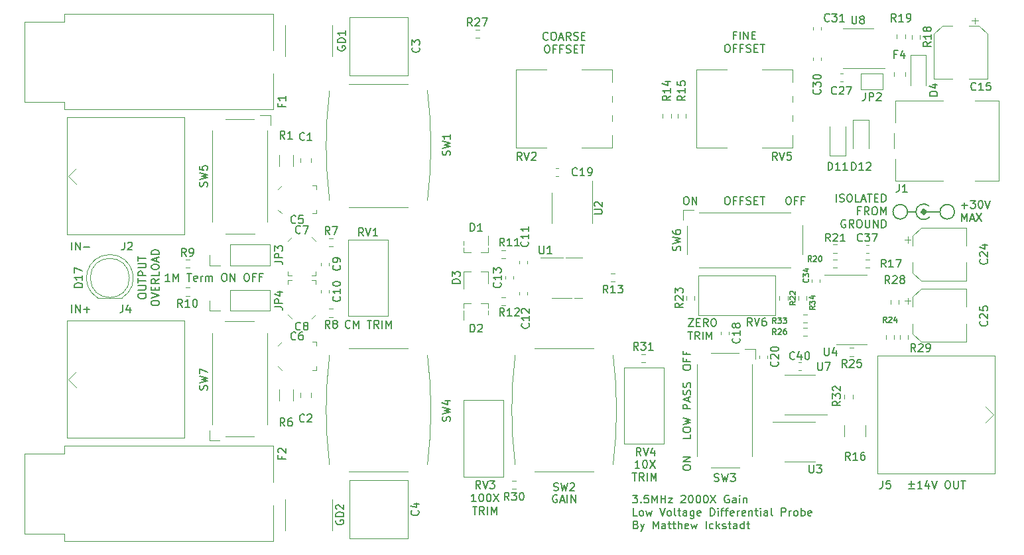
<source format=gto>
G04 #@! TF.GenerationSoftware,KiCad,Pcbnew,(5.1.9)-1*
G04 #@! TF.CreationDate,2021-04-27T21:59:47-05:00*
G04 #@! TF.ProjectId,high-gain-diff-probe,68696768-2d67-4616-996e-2d646966662d,rev?*
G04 #@! TF.SameCoordinates,Original*
G04 #@! TF.FileFunction,Legend,Top*
G04 #@! TF.FilePolarity,Positive*
%FSLAX46Y46*%
G04 Gerber Fmt 4.6, Leading zero omitted, Abs format (unit mm)*
G04 Created by KiCad (PCBNEW (5.1.9)-1) date 2021-04-27 21:59:47*
%MOMM*%
%LPD*%
G01*
G04 APERTURE LIST*
%ADD10C,0.150000*%
%ADD11C,0.120000*%
%ADD12C,0.500000*%
%ADD13C,0.250000*%
%ADD14C,0.100000*%
%ADD15C,1.700000*%
%ADD16C,2.000000*%
%ADD17C,2.500000*%
%ADD18R,2.500000X2.500000*%
%ADD19O,2.250000X1.500000*%
%ADD20C,1.600000*%
%ADD21O,1.700000X1.700000*%
%ADD22R,1.700000X1.700000*%
%ADD23R,1.200000X0.900000*%
%ADD24R,2.410000X3.810000*%
%ADD25C,1.800000*%
%ADD26R,1.800000X1.800000*%
%ADD27C,4.000000*%
%ADD28C,1.440000*%
%ADD29O,3.500000X2.000000*%
%ADD30O,2.000000X3.300000*%
%ADD31R,2.000000X4.000000*%
%ADD32R,0.900000X1.400000*%
%ADD33O,2.500000X1.600000*%
%ADD34O,7.000000X3.500000*%
%ADD35R,1.400000X1.300000*%
%ADD36R,0.800000X0.900000*%
%ADD37R,1.400000X0.900000*%
G04 APERTURE END LIST*
D10*
X103659404Y-100452380D02*
X103087976Y-100452380D01*
X103373690Y-100452380D02*
X103373690Y-99452380D01*
X103278452Y-99595238D01*
X103183214Y-99690476D01*
X103087976Y-99738095D01*
X104087976Y-100452380D02*
X104087976Y-99452380D01*
X104421309Y-100166666D01*
X104754642Y-99452380D01*
X104754642Y-100452380D01*
X105849880Y-99452380D02*
X106421309Y-99452380D01*
X106135595Y-100452380D02*
X106135595Y-99452380D01*
X107135595Y-100404761D02*
X107040357Y-100452380D01*
X106849880Y-100452380D01*
X106754642Y-100404761D01*
X106707023Y-100309523D01*
X106707023Y-99928571D01*
X106754642Y-99833333D01*
X106849880Y-99785714D01*
X107040357Y-99785714D01*
X107135595Y-99833333D01*
X107183214Y-99928571D01*
X107183214Y-100023809D01*
X106707023Y-100119047D01*
X107611785Y-100452380D02*
X107611785Y-99785714D01*
X107611785Y-99976190D02*
X107659404Y-99880952D01*
X107707023Y-99833333D01*
X107802261Y-99785714D01*
X107897500Y-99785714D01*
X108230833Y-100452380D02*
X108230833Y-99785714D01*
X108230833Y-99880952D02*
X108278452Y-99833333D01*
X108373690Y-99785714D01*
X108516547Y-99785714D01*
X108611785Y-99833333D01*
X108659404Y-99928571D01*
X108659404Y-100452380D01*
X108659404Y-99928571D02*
X108707023Y-99833333D01*
X108802261Y-99785714D01*
X108945119Y-99785714D01*
X109040357Y-99833333D01*
X109087976Y-99928571D01*
X109087976Y-100452380D01*
X110516547Y-99452380D02*
X110707023Y-99452380D01*
X110802261Y-99500000D01*
X110897500Y-99595238D01*
X110945119Y-99785714D01*
X110945119Y-100119047D01*
X110897500Y-100309523D01*
X110802261Y-100404761D01*
X110707023Y-100452380D01*
X110516547Y-100452380D01*
X110421309Y-100404761D01*
X110326071Y-100309523D01*
X110278452Y-100119047D01*
X110278452Y-99785714D01*
X110326071Y-99595238D01*
X110421309Y-99500000D01*
X110516547Y-99452380D01*
X111373690Y-100452380D02*
X111373690Y-99452380D01*
X111945119Y-100452380D01*
X111945119Y-99452380D01*
X113373690Y-99452380D02*
X113564166Y-99452380D01*
X113659404Y-99500000D01*
X113754642Y-99595238D01*
X113802261Y-99785714D01*
X113802261Y-100119047D01*
X113754642Y-100309523D01*
X113659404Y-100404761D01*
X113564166Y-100452380D01*
X113373690Y-100452380D01*
X113278452Y-100404761D01*
X113183214Y-100309523D01*
X113135595Y-100119047D01*
X113135595Y-99785714D01*
X113183214Y-99595238D01*
X113278452Y-99500000D01*
X113373690Y-99452380D01*
X114564166Y-99928571D02*
X114230833Y-99928571D01*
X114230833Y-100452380D02*
X114230833Y-99452380D01*
X114707023Y-99452380D01*
X115421309Y-99928571D02*
X115087976Y-99928571D01*
X115087976Y-100452380D02*
X115087976Y-99452380D01*
X115564166Y-99452380D01*
X169152380Y-111552380D02*
X169152380Y-111361904D01*
X169200000Y-111266666D01*
X169295238Y-111171428D01*
X169485714Y-111123809D01*
X169819047Y-111123809D01*
X170009523Y-111171428D01*
X170104761Y-111266666D01*
X170152380Y-111361904D01*
X170152380Y-111552380D01*
X170104761Y-111647619D01*
X170009523Y-111742857D01*
X169819047Y-111790476D01*
X169485714Y-111790476D01*
X169295238Y-111742857D01*
X169200000Y-111647619D01*
X169152380Y-111552380D01*
X169628571Y-110361904D02*
X169628571Y-110695238D01*
X170152380Y-110695238D02*
X169152380Y-110695238D01*
X169152380Y-110219047D01*
X169628571Y-109504761D02*
X169628571Y-109838095D01*
X170152380Y-109838095D02*
X169152380Y-109838095D01*
X169152380Y-109361904D01*
X162740357Y-127802380D02*
X163359404Y-127802380D01*
X163026071Y-128183333D01*
X163168928Y-128183333D01*
X163264166Y-128230952D01*
X163311785Y-128278571D01*
X163359404Y-128373809D01*
X163359404Y-128611904D01*
X163311785Y-128707142D01*
X163264166Y-128754761D01*
X163168928Y-128802380D01*
X162883214Y-128802380D01*
X162787976Y-128754761D01*
X162740357Y-128707142D01*
X163787976Y-128707142D02*
X163835595Y-128754761D01*
X163787976Y-128802380D01*
X163740357Y-128754761D01*
X163787976Y-128707142D01*
X163787976Y-128802380D01*
X164740357Y-127802380D02*
X164264166Y-127802380D01*
X164216547Y-128278571D01*
X164264166Y-128230952D01*
X164359404Y-128183333D01*
X164597500Y-128183333D01*
X164692738Y-128230952D01*
X164740357Y-128278571D01*
X164787976Y-128373809D01*
X164787976Y-128611904D01*
X164740357Y-128707142D01*
X164692738Y-128754761D01*
X164597500Y-128802380D01*
X164359404Y-128802380D01*
X164264166Y-128754761D01*
X164216547Y-128707142D01*
X165216547Y-128802380D02*
X165216547Y-127802380D01*
X165549880Y-128516666D01*
X165883214Y-127802380D01*
X165883214Y-128802380D01*
X166359404Y-128802380D02*
X166359404Y-127802380D01*
X166359404Y-128278571D02*
X166930833Y-128278571D01*
X166930833Y-128802380D02*
X166930833Y-127802380D01*
X167311785Y-128135714D02*
X167835595Y-128135714D01*
X167311785Y-128802380D01*
X167835595Y-128802380D01*
X168930833Y-127897619D02*
X168978452Y-127850000D01*
X169073690Y-127802380D01*
X169311785Y-127802380D01*
X169407023Y-127850000D01*
X169454642Y-127897619D01*
X169502261Y-127992857D01*
X169502261Y-128088095D01*
X169454642Y-128230952D01*
X168883214Y-128802380D01*
X169502261Y-128802380D01*
X170121309Y-127802380D02*
X170216547Y-127802380D01*
X170311785Y-127850000D01*
X170359404Y-127897619D01*
X170407023Y-127992857D01*
X170454642Y-128183333D01*
X170454642Y-128421428D01*
X170407023Y-128611904D01*
X170359404Y-128707142D01*
X170311785Y-128754761D01*
X170216547Y-128802380D01*
X170121309Y-128802380D01*
X170026071Y-128754761D01*
X169978452Y-128707142D01*
X169930833Y-128611904D01*
X169883214Y-128421428D01*
X169883214Y-128183333D01*
X169930833Y-127992857D01*
X169978452Y-127897619D01*
X170026071Y-127850000D01*
X170121309Y-127802380D01*
X171073690Y-127802380D02*
X171168928Y-127802380D01*
X171264166Y-127850000D01*
X171311785Y-127897619D01*
X171359404Y-127992857D01*
X171407023Y-128183333D01*
X171407023Y-128421428D01*
X171359404Y-128611904D01*
X171311785Y-128707142D01*
X171264166Y-128754761D01*
X171168928Y-128802380D01*
X171073690Y-128802380D01*
X170978452Y-128754761D01*
X170930833Y-128707142D01*
X170883214Y-128611904D01*
X170835595Y-128421428D01*
X170835595Y-128183333D01*
X170883214Y-127992857D01*
X170930833Y-127897619D01*
X170978452Y-127850000D01*
X171073690Y-127802380D01*
X172026071Y-127802380D02*
X172121309Y-127802380D01*
X172216547Y-127850000D01*
X172264166Y-127897619D01*
X172311785Y-127992857D01*
X172359404Y-128183333D01*
X172359404Y-128421428D01*
X172311785Y-128611904D01*
X172264166Y-128707142D01*
X172216547Y-128754761D01*
X172121309Y-128802380D01*
X172026071Y-128802380D01*
X171930833Y-128754761D01*
X171883214Y-128707142D01*
X171835595Y-128611904D01*
X171787976Y-128421428D01*
X171787976Y-128183333D01*
X171835595Y-127992857D01*
X171883214Y-127897619D01*
X171930833Y-127850000D01*
X172026071Y-127802380D01*
X172692738Y-127802380D02*
X173359404Y-128802380D01*
X173359404Y-127802380D02*
X172692738Y-128802380D01*
X175026071Y-127850000D02*
X174930833Y-127802380D01*
X174787976Y-127802380D01*
X174645119Y-127850000D01*
X174549880Y-127945238D01*
X174502261Y-128040476D01*
X174454642Y-128230952D01*
X174454642Y-128373809D01*
X174502261Y-128564285D01*
X174549880Y-128659523D01*
X174645119Y-128754761D01*
X174787976Y-128802380D01*
X174883214Y-128802380D01*
X175026071Y-128754761D01*
X175073690Y-128707142D01*
X175073690Y-128373809D01*
X174883214Y-128373809D01*
X175930833Y-128802380D02*
X175930833Y-128278571D01*
X175883214Y-128183333D01*
X175787976Y-128135714D01*
X175597500Y-128135714D01*
X175502261Y-128183333D01*
X175930833Y-128754761D02*
X175835595Y-128802380D01*
X175597500Y-128802380D01*
X175502261Y-128754761D01*
X175454642Y-128659523D01*
X175454642Y-128564285D01*
X175502261Y-128469047D01*
X175597500Y-128421428D01*
X175835595Y-128421428D01*
X175930833Y-128373809D01*
X176407023Y-128802380D02*
X176407023Y-128135714D01*
X176407023Y-127802380D02*
X176359404Y-127850000D01*
X176407023Y-127897619D01*
X176454642Y-127850000D01*
X176407023Y-127802380D01*
X176407023Y-127897619D01*
X176883214Y-128135714D02*
X176883214Y-128802380D01*
X176883214Y-128230952D02*
X176930833Y-128183333D01*
X177026071Y-128135714D01*
X177168928Y-128135714D01*
X177264166Y-128183333D01*
X177311785Y-128278571D01*
X177311785Y-128802380D01*
X163311785Y-130452380D02*
X162835595Y-130452380D01*
X162835595Y-129452380D01*
X163787976Y-130452380D02*
X163692738Y-130404761D01*
X163645119Y-130357142D01*
X163597500Y-130261904D01*
X163597500Y-129976190D01*
X163645119Y-129880952D01*
X163692738Y-129833333D01*
X163787976Y-129785714D01*
X163930833Y-129785714D01*
X164026071Y-129833333D01*
X164073690Y-129880952D01*
X164121309Y-129976190D01*
X164121309Y-130261904D01*
X164073690Y-130357142D01*
X164026071Y-130404761D01*
X163930833Y-130452380D01*
X163787976Y-130452380D01*
X164454642Y-129785714D02*
X164645119Y-130452380D01*
X164835595Y-129976190D01*
X165026071Y-130452380D01*
X165216547Y-129785714D01*
X166216547Y-129452380D02*
X166549880Y-130452380D01*
X166883214Y-129452380D01*
X167359404Y-130452380D02*
X167264166Y-130404761D01*
X167216547Y-130357142D01*
X167168928Y-130261904D01*
X167168928Y-129976190D01*
X167216547Y-129880952D01*
X167264166Y-129833333D01*
X167359404Y-129785714D01*
X167502261Y-129785714D01*
X167597500Y-129833333D01*
X167645119Y-129880952D01*
X167692738Y-129976190D01*
X167692738Y-130261904D01*
X167645119Y-130357142D01*
X167597500Y-130404761D01*
X167502261Y-130452380D01*
X167359404Y-130452380D01*
X168264166Y-130452380D02*
X168168928Y-130404761D01*
X168121309Y-130309523D01*
X168121309Y-129452380D01*
X168502261Y-129785714D02*
X168883214Y-129785714D01*
X168645119Y-129452380D02*
X168645119Y-130309523D01*
X168692738Y-130404761D01*
X168787976Y-130452380D01*
X168883214Y-130452380D01*
X169645119Y-130452380D02*
X169645119Y-129928571D01*
X169597500Y-129833333D01*
X169502261Y-129785714D01*
X169311785Y-129785714D01*
X169216547Y-129833333D01*
X169645119Y-130404761D02*
X169549880Y-130452380D01*
X169311785Y-130452380D01*
X169216547Y-130404761D01*
X169168928Y-130309523D01*
X169168928Y-130214285D01*
X169216547Y-130119047D01*
X169311785Y-130071428D01*
X169549880Y-130071428D01*
X169645119Y-130023809D01*
X170549880Y-129785714D02*
X170549880Y-130595238D01*
X170502261Y-130690476D01*
X170454642Y-130738095D01*
X170359404Y-130785714D01*
X170216547Y-130785714D01*
X170121309Y-130738095D01*
X170549880Y-130404761D02*
X170454642Y-130452380D01*
X170264166Y-130452380D01*
X170168928Y-130404761D01*
X170121309Y-130357142D01*
X170073690Y-130261904D01*
X170073690Y-129976190D01*
X170121309Y-129880952D01*
X170168928Y-129833333D01*
X170264166Y-129785714D01*
X170454642Y-129785714D01*
X170549880Y-129833333D01*
X171407023Y-130404761D02*
X171311785Y-130452380D01*
X171121309Y-130452380D01*
X171026071Y-130404761D01*
X170978452Y-130309523D01*
X170978452Y-129928571D01*
X171026071Y-129833333D01*
X171121309Y-129785714D01*
X171311785Y-129785714D01*
X171407023Y-129833333D01*
X171454642Y-129928571D01*
X171454642Y-130023809D01*
X170978452Y-130119047D01*
X172645119Y-130452380D02*
X172645119Y-129452380D01*
X172883214Y-129452380D01*
X173026071Y-129500000D01*
X173121309Y-129595238D01*
X173168928Y-129690476D01*
X173216547Y-129880952D01*
X173216547Y-130023809D01*
X173168928Y-130214285D01*
X173121309Y-130309523D01*
X173026071Y-130404761D01*
X172883214Y-130452380D01*
X172645119Y-130452380D01*
X173645119Y-130452380D02*
X173645119Y-129785714D01*
X173645119Y-129452380D02*
X173597500Y-129500000D01*
X173645119Y-129547619D01*
X173692738Y-129500000D01*
X173645119Y-129452380D01*
X173645119Y-129547619D01*
X173978452Y-129785714D02*
X174359404Y-129785714D01*
X174121309Y-130452380D02*
X174121309Y-129595238D01*
X174168928Y-129500000D01*
X174264166Y-129452380D01*
X174359404Y-129452380D01*
X174549880Y-129785714D02*
X174930833Y-129785714D01*
X174692738Y-130452380D02*
X174692738Y-129595238D01*
X174740357Y-129500000D01*
X174835595Y-129452380D01*
X174930833Y-129452380D01*
X175645119Y-130404761D02*
X175549880Y-130452380D01*
X175359404Y-130452380D01*
X175264166Y-130404761D01*
X175216547Y-130309523D01*
X175216547Y-129928571D01*
X175264166Y-129833333D01*
X175359404Y-129785714D01*
X175549880Y-129785714D01*
X175645119Y-129833333D01*
X175692738Y-129928571D01*
X175692738Y-130023809D01*
X175216547Y-130119047D01*
X176121309Y-130452380D02*
X176121309Y-129785714D01*
X176121309Y-129976190D02*
X176168928Y-129880952D01*
X176216547Y-129833333D01*
X176311785Y-129785714D01*
X176407023Y-129785714D01*
X177121309Y-130404761D02*
X177026071Y-130452380D01*
X176835595Y-130452380D01*
X176740357Y-130404761D01*
X176692738Y-130309523D01*
X176692738Y-129928571D01*
X176740357Y-129833333D01*
X176835595Y-129785714D01*
X177026071Y-129785714D01*
X177121309Y-129833333D01*
X177168928Y-129928571D01*
X177168928Y-130023809D01*
X176692738Y-130119047D01*
X177597500Y-129785714D02*
X177597500Y-130452380D01*
X177597500Y-129880952D02*
X177645119Y-129833333D01*
X177740357Y-129785714D01*
X177883214Y-129785714D01*
X177978452Y-129833333D01*
X178026071Y-129928571D01*
X178026071Y-130452380D01*
X178359404Y-129785714D02*
X178740357Y-129785714D01*
X178502261Y-129452380D02*
X178502261Y-130309523D01*
X178549880Y-130404761D01*
X178645119Y-130452380D01*
X178740357Y-130452380D01*
X179073690Y-130452380D02*
X179073690Y-129785714D01*
X179073690Y-129452380D02*
X179026071Y-129500000D01*
X179073690Y-129547619D01*
X179121309Y-129500000D01*
X179073690Y-129452380D01*
X179073690Y-129547619D01*
X179978452Y-130452380D02*
X179978452Y-129928571D01*
X179930833Y-129833333D01*
X179835595Y-129785714D01*
X179645119Y-129785714D01*
X179549880Y-129833333D01*
X179978452Y-130404761D02*
X179883214Y-130452380D01*
X179645119Y-130452380D01*
X179549880Y-130404761D01*
X179502261Y-130309523D01*
X179502261Y-130214285D01*
X179549880Y-130119047D01*
X179645119Y-130071428D01*
X179883214Y-130071428D01*
X179978452Y-130023809D01*
X180597500Y-130452380D02*
X180502261Y-130404761D01*
X180454642Y-130309523D01*
X180454642Y-129452380D01*
X181740357Y-130452380D02*
X181740357Y-129452380D01*
X182121309Y-129452380D01*
X182216547Y-129500000D01*
X182264166Y-129547619D01*
X182311785Y-129642857D01*
X182311785Y-129785714D01*
X182264166Y-129880952D01*
X182216547Y-129928571D01*
X182121309Y-129976190D01*
X181740357Y-129976190D01*
X182740357Y-130452380D02*
X182740357Y-129785714D01*
X182740357Y-129976190D02*
X182787976Y-129880952D01*
X182835595Y-129833333D01*
X182930833Y-129785714D01*
X183026071Y-129785714D01*
X183502261Y-130452380D02*
X183407023Y-130404761D01*
X183359404Y-130357142D01*
X183311785Y-130261904D01*
X183311785Y-129976190D01*
X183359404Y-129880952D01*
X183407023Y-129833333D01*
X183502261Y-129785714D01*
X183645119Y-129785714D01*
X183740357Y-129833333D01*
X183787976Y-129880952D01*
X183835595Y-129976190D01*
X183835595Y-130261904D01*
X183787976Y-130357142D01*
X183740357Y-130404761D01*
X183645119Y-130452380D01*
X183502261Y-130452380D01*
X184264166Y-130452380D02*
X184264166Y-129452380D01*
X184264166Y-129833333D02*
X184359404Y-129785714D01*
X184549880Y-129785714D01*
X184645119Y-129833333D01*
X184692738Y-129880952D01*
X184740357Y-129976190D01*
X184740357Y-130261904D01*
X184692738Y-130357142D01*
X184645119Y-130404761D01*
X184549880Y-130452380D01*
X184359404Y-130452380D01*
X184264166Y-130404761D01*
X185549880Y-130404761D02*
X185454642Y-130452380D01*
X185264166Y-130452380D01*
X185168928Y-130404761D01*
X185121309Y-130309523D01*
X185121309Y-129928571D01*
X185168928Y-129833333D01*
X185264166Y-129785714D01*
X185454642Y-129785714D01*
X185549880Y-129833333D01*
X185597500Y-129928571D01*
X185597500Y-130023809D01*
X185121309Y-130119047D01*
X163168928Y-131578571D02*
X163311785Y-131626190D01*
X163359404Y-131673809D01*
X163407023Y-131769047D01*
X163407023Y-131911904D01*
X163359404Y-132007142D01*
X163311785Y-132054761D01*
X163216547Y-132102380D01*
X162835595Y-132102380D01*
X162835595Y-131102380D01*
X163168928Y-131102380D01*
X163264166Y-131150000D01*
X163311785Y-131197619D01*
X163359404Y-131292857D01*
X163359404Y-131388095D01*
X163311785Y-131483333D01*
X163264166Y-131530952D01*
X163168928Y-131578571D01*
X162835595Y-131578571D01*
X163740357Y-131435714D02*
X163978452Y-132102380D01*
X164216547Y-131435714D02*
X163978452Y-132102380D01*
X163883214Y-132340476D01*
X163835595Y-132388095D01*
X163740357Y-132435714D01*
X165359404Y-132102380D02*
X165359404Y-131102380D01*
X165692738Y-131816666D01*
X166026071Y-131102380D01*
X166026071Y-132102380D01*
X166930833Y-132102380D02*
X166930833Y-131578571D01*
X166883214Y-131483333D01*
X166787976Y-131435714D01*
X166597500Y-131435714D01*
X166502261Y-131483333D01*
X166930833Y-132054761D02*
X166835595Y-132102380D01*
X166597500Y-132102380D01*
X166502261Y-132054761D01*
X166454642Y-131959523D01*
X166454642Y-131864285D01*
X166502261Y-131769047D01*
X166597500Y-131721428D01*
X166835595Y-131721428D01*
X166930833Y-131673809D01*
X167264166Y-131435714D02*
X167645119Y-131435714D01*
X167407023Y-131102380D02*
X167407023Y-131959523D01*
X167454642Y-132054761D01*
X167549880Y-132102380D01*
X167645119Y-132102380D01*
X167835595Y-131435714D02*
X168216547Y-131435714D01*
X167978452Y-131102380D02*
X167978452Y-131959523D01*
X168026071Y-132054761D01*
X168121309Y-132102380D01*
X168216547Y-132102380D01*
X168549880Y-132102380D02*
X168549880Y-131102380D01*
X168978452Y-132102380D02*
X168978452Y-131578571D01*
X168930833Y-131483333D01*
X168835595Y-131435714D01*
X168692738Y-131435714D01*
X168597500Y-131483333D01*
X168549880Y-131530952D01*
X169835595Y-132054761D02*
X169740357Y-132102380D01*
X169549880Y-132102380D01*
X169454642Y-132054761D01*
X169407023Y-131959523D01*
X169407023Y-131578571D01*
X169454642Y-131483333D01*
X169549880Y-131435714D01*
X169740357Y-131435714D01*
X169835595Y-131483333D01*
X169883214Y-131578571D01*
X169883214Y-131673809D01*
X169407023Y-131769047D01*
X170216547Y-131435714D02*
X170407023Y-132102380D01*
X170597500Y-131626190D01*
X170787976Y-132102380D01*
X170978452Y-131435714D01*
X172121309Y-132102380D02*
X172121309Y-131102380D01*
X173026071Y-132054761D02*
X172930833Y-132102380D01*
X172740357Y-132102380D01*
X172645119Y-132054761D01*
X172597500Y-132007142D01*
X172549880Y-131911904D01*
X172549880Y-131626190D01*
X172597500Y-131530952D01*
X172645119Y-131483333D01*
X172740357Y-131435714D01*
X172930833Y-131435714D01*
X173026071Y-131483333D01*
X173454642Y-132102380D02*
X173454642Y-131102380D01*
X173549880Y-131721428D02*
X173835595Y-132102380D01*
X173835595Y-131435714D02*
X173454642Y-131816666D01*
X174216547Y-132054761D02*
X174311785Y-132102380D01*
X174502261Y-132102380D01*
X174597500Y-132054761D01*
X174645119Y-131959523D01*
X174645119Y-131911904D01*
X174597500Y-131816666D01*
X174502261Y-131769047D01*
X174359404Y-131769047D01*
X174264166Y-131721428D01*
X174216547Y-131626190D01*
X174216547Y-131578571D01*
X174264166Y-131483333D01*
X174359404Y-131435714D01*
X174502261Y-131435714D01*
X174597500Y-131483333D01*
X174930833Y-131435714D02*
X175311785Y-131435714D01*
X175073690Y-131102380D02*
X175073690Y-131959523D01*
X175121309Y-132054761D01*
X175216547Y-132102380D01*
X175311785Y-132102380D01*
X176073690Y-132102380D02*
X176073690Y-131578571D01*
X176026071Y-131483333D01*
X175930833Y-131435714D01*
X175740357Y-131435714D01*
X175645119Y-131483333D01*
X176073690Y-132054761D02*
X175978452Y-132102380D01*
X175740357Y-132102380D01*
X175645119Y-132054761D01*
X175597500Y-131959523D01*
X175597500Y-131864285D01*
X175645119Y-131769047D01*
X175740357Y-131721428D01*
X175978452Y-131721428D01*
X176073690Y-131673809D01*
X176978452Y-132102380D02*
X176978452Y-131102380D01*
X176978452Y-132054761D02*
X176883214Y-132102380D01*
X176692738Y-132102380D01*
X176597500Y-132054761D01*
X176549880Y-132007142D01*
X176502261Y-131911904D01*
X176502261Y-131626190D01*
X176549880Y-131530952D01*
X176597500Y-131483333D01*
X176692738Y-131435714D01*
X176883214Y-131435714D01*
X176978452Y-131483333D01*
X177311785Y-131435714D02*
X177692738Y-131435714D01*
X177454642Y-131102380D02*
X177454642Y-131959523D01*
X177502261Y-132054761D01*
X177597500Y-132102380D01*
X177692738Y-132102380D01*
X153071428Y-127800000D02*
X152976190Y-127752380D01*
X152833333Y-127752380D01*
X152690476Y-127800000D01*
X152595238Y-127895238D01*
X152547619Y-127990476D01*
X152500000Y-128180952D01*
X152500000Y-128323809D01*
X152547619Y-128514285D01*
X152595238Y-128609523D01*
X152690476Y-128704761D01*
X152833333Y-128752380D01*
X152928571Y-128752380D01*
X153071428Y-128704761D01*
X153119047Y-128657142D01*
X153119047Y-128323809D01*
X152928571Y-128323809D01*
X153500000Y-128466666D02*
X153976190Y-128466666D01*
X153404761Y-128752380D02*
X153738095Y-127752380D01*
X154071428Y-128752380D01*
X154404761Y-128752380D02*
X154404761Y-127752380D01*
X154880952Y-128752380D02*
X154880952Y-127752380D01*
X155452380Y-128752380D01*
X155452380Y-127752380D01*
X169152380Y-124373928D02*
X169152380Y-124183452D01*
X169200000Y-124088214D01*
X169295238Y-123992976D01*
X169485714Y-123945357D01*
X169819047Y-123945357D01*
X170009523Y-123992976D01*
X170104761Y-124088214D01*
X170152380Y-124183452D01*
X170152380Y-124373928D01*
X170104761Y-124469166D01*
X170009523Y-124564404D01*
X169819047Y-124612023D01*
X169485714Y-124612023D01*
X169295238Y-124564404D01*
X169200000Y-124469166D01*
X169152380Y-124373928D01*
X170152380Y-123516785D02*
X169152380Y-123516785D01*
X170152380Y-122945357D01*
X169152380Y-122945357D01*
X170152380Y-120047619D02*
X170152380Y-120523809D01*
X169152380Y-120523809D01*
X169152380Y-119523809D02*
X169152380Y-119333333D01*
X169200000Y-119238095D01*
X169295238Y-119142857D01*
X169485714Y-119095238D01*
X169819047Y-119095238D01*
X170009523Y-119142857D01*
X170104761Y-119238095D01*
X170152380Y-119333333D01*
X170152380Y-119523809D01*
X170104761Y-119619047D01*
X170009523Y-119714285D01*
X169819047Y-119761904D01*
X169485714Y-119761904D01*
X169295238Y-119714285D01*
X169200000Y-119619047D01*
X169152380Y-119523809D01*
X169152380Y-118761904D02*
X170152380Y-118523809D01*
X169438095Y-118333333D01*
X170152380Y-118142857D01*
X169152380Y-117904761D01*
X170152380Y-116761904D02*
X169152380Y-116761904D01*
X169152380Y-116380952D01*
X169200000Y-116285714D01*
X169247619Y-116238095D01*
X169342857Y-116190476D01*
X169485714Y-116190476D01*
X169580952Y-116238095D01*
X169628571Y-116285714D01*
X169676190Y-116380952D01*
X169676190Y-116761904D01*
X169866666Y-115809523D02*
X169866666Y-115333333D01*
X170152380Y-115904761D02*
X169152380Y-115571428D01*
X170152380Y-115238095D01*
X170104761Y-114952380D02*
X170152380Y-114809523D01*
X170152380Y-114571428D01*
X170104761Y-114476190D01*
X170057142Y-114428571D01*
X169961904Y-114380952D01*
X169866666Y-114380952D01*
X169771428Y-114428571D01*
X169723809Y-114476190D01*
X169676190Y-114571428D01*
X169628571Y-114761904D01*
X169580952Y-114857142D01*
X169533333Y-114904761D01*
X169438095Y-114952380D01*
X169342857Y-114952380D01*
X169247619Y-114904761D01*
X169200000Y-114857142D01*
X169152380Y-114761904D01*
X169152380Y-114523809D01*
X169200000Y-114380952D01*
X170104761Y-114000000D02*
X170152380Y-113857142D01*
X170152380Y-113619047D01*
X170104761Y-113523809D01*
X170057142Y-113476190D01*
X169961904Y-113428571D01*
X169866666Y-113428571D01*
X169771428Y-113476190D01*
X169723809Y-113523809D01*
X169676190Y-113619047D01*
X169628571Y-113809523D01*
X169580952Y-113904761D01*
X169533333Y-113952380D01*
X169438095Y-114000000D01*
X169342857Y-114000000D01*
X169247619Y-113952380D01*
X169200000Y-113904761D01*
X169152380Y-113809523D01*
X169152380Y-113571428D01*
X169200000Y-113428571D01*
X182547619Y-89652380D02*
X182738095Y-89652380D01*
X182833333Y-89700000D01*
X182928571Y-89795238D01*
X182976190Y-89985714D01*
X182976190Y-90319047D01*
X182928571Y-90509523D01*
X182833333Y-90604761D01*
X182738095Y-90652380D01*
X182547619Y-90652380D01*
X182452380Y-90604761D01*
X182357142Y-90509523D01*
X182309523Y-90319047D01*
X182309523Y-89985714D01*
X182357142Y-89795238D01*
X182452380Y-89700000D01*
X182547619Y-89652380D01*
X183738095Y-90128571D02*
X183404761Y-90128571D01*
X183404761Y-90652380D02*
X183404761Y-89652380D01*
X183880952Y-89652380D01*
X184595238Y-90128571D02*
X184261904Y-90128571D01*
X184261904Y-90652380D02*
X184261904Y-89652380D01*
X184738095Y-89652380D01*
X169480952Y-89652380D02*
X169671428Y-89652380D01*
X169766666Y-89700000D01*
X169861904Y-89795238D01*
X169909523Y-89985714D01*
X169909523Y-90319047D01*
X169861904Y-90509523D01*
X169766666Y-90604761D01*
X169671428Y-90652380D01*
X169480952Y-90652380D01*
X169385714Y-90604761D01*
X169290476Y-90509523D01*
X169242857Y-90319047D01*
X169242857Y-89985714D01*
X169290476Y-89795238D01*
X169385714Y-89700000D01*
X169480952Y-89652380D01*
X170338095Y-90652380D02*
X170338095Y-89652380D01*
X170909523Y-90652380D01*
X170909523Y-89652380D01*
X174738095Y-89652380D02*
X174928571Y-89652380D01*
X175023809Y-89700000D01*
X175119047Y-89795238D01*
X175166666Y-89985714D01*
X175166666Y-90319047D01*
X175119047Y-90509523D01*
X175023809Y-90604761D01*
X174928571Y-90652380D01*
X174738095Y-90652380D01*
X174642857Y-90604761D01*
X174547619Y-90509523D01*
X174500000Y-90319047D01*
X174500000Y-89985714D01*
X174547619Y-89795238D01*
X174642857Y-89700000D01*
X174738095Y-89652380D01*
X175928571Y-90128571D02*
X175595238Y-90128571D01*
X175595238Y-90652380D02*
X175595238Y-89652380D01*
X176071428Y-89652380D01*
X176785714Y-90128571D02*
X176452380Y-90128571D01*
X176452380Y-90652380D02*
X176452380Y-89652380D01*
X176928571Y-89652380D01*
X177261904Y-90604761D02*
X177404761Y-90652380D01*
X177642857Y-90652380D01*
X177738095Y-90604761D01*
X177785714Y-90557142D01*
X177833333Y-90461904D01*
X177833333Y-90366666D01*
X177785714Y-90271428D01*
X177738095Y-90223809D01*
X177642857Y-90176190D01*
X177452380Y-90128571D01*
X177357142Y-90080952D01*
X177309523Y-90033333D01*
X177261904Y-89938095D01*
X177261904Y-89842857D01*
X177309523Y-89747619D01*
X177357142Y-89700000D01*
X177452380Y-89652380D01*
X177690476Y-89652380D01*
X177833333Y-89700000D01*
X178261904Y-90128571D02*
X178595238Y-90128571D01*
X178738095Y-90652380D02*
X178261904Y-90652380D01*
X178261904Y-89652380D01*
X178738095Y-89652380D01*
X179023809Y-89652380D02*
X179595238Y-89652380D01*
X179309523Y-90652380D02*
X179309523Y-89652380D01*
X197928571Y-126380952D02*
X198690476Y-126380952D01*
X198309523Y-126761904D02*
X198309523Y-126000000D01*
X198690476Y-126952380D02*
X197928571Y-126952380D01*
X199690476Y-126952380D02*
X199119047Y-126952380D01*
X199404761Y-126952380D02*
X199404761Y-125952380D01*
X199309523Y-126095238D01*
X199214285Y-126190476D01*
X199119047Y-126238095D01*
X200547619Y-126285714D02*
X200547619Y-126952380D01*
X200309523Y-125904761D02*
X200071428Y-126619047D01*
X200690476Y-126619047D01*
X200928571Y-125952380D02*
X201261904Y-126952380D01*
X201595238Y-125952380D01*
X202880952Y-125952380D02*
X203071428Y-125952380D01*
X203166666Y-126000000D01*
X203261904Y-126095238D01*
X203309523Y-126285714D01*
X203309523Y-126619047D01*
X203261904Y-126809523D01*
X203166666Y-126904761D01*
X203071428Y-126952380D01*
X202880952Y-126952380D01*
X202785714Y-126904761D01*
X202690476Y-126809523D01*
X202642857Y-126619047D01*
X202642857Y-126285714D01*
X202690476Y-126095238D01*
X202785714Y-126000000D01*
X202880952Y-125952380D01*
X203738095Y-125952380D02*
X203738095Y-126761904D01*
X203785714Y-126857142D01*
X203833333Y-126904761D01*
X203928571Y-126952380D01*
X204119047Y-126952380D01*
X204214285Y-126904761D01*
X204261904Y-126857142D01*
X204309523Y-126761904D01*
X204309523Y-125952380D01*
X204642857Y-125952380D02*
X205214285Y-125952380D01*
X204928571Y-126952380D02*
X204928571Y-125952380D01*
X175928571Y-69003571D02*
X175595238Y-69003571D01*
X175595238Y-69527380D02*
X175595238Y-68527380D01*
X176071428Y-68527380D01*
X176452380Y-69527380D02*
X176452380Y-68527380D01*
X176928571Y-69527380D02*
X176928571Y-68527380D01*
X177500000Y-69527380D01*
X177500000Y-68527380D01*
X177976190Y-69003571D02*
X178309523Y-69003571D01*
X178452380Y-69527380D02*
X177976190Y-69527380D01*
X177976190Y-68527380D01*
X178452380Y-68527380D01*
X174738095Y-70177380D02*
X174928571Y-70177380D01*
X175023809Y-70225000D01*
X175119047Y-70320238D01*
X175166666Y-70510714D01*
X175166666Y-70844047D01*
X175119047Y-71034523D01*
X175023809Y-71129761D01*
X174928571Y-71177380D01*
X174738095Y-71177380D01*
X174642857Y-71129761D01*
X174547619Y-71034523D01*
X174500000Y-70844047D01*
X174500000Y-70510714D01*
X174547619Y-70320238D01*
X174642857Y-70225000D01*
X174738095Y-70177380D01*
X175928571Y-70653571D02*
X175595238Y-70653571D01*
X175595238Y-71177380D02*
X175595238Y-70177380D01*
X176071428Y-70177380D01*
X176785714Y-70653571D02*
X176452380Y-70653571D01*
X176452380Y-71177380D02*
X176452380Y-70177380D01*
X176928571Y-70177380D01*
X177261904Y-71129761D02*
X177404761Y-71177380D01*
X177642857Y-71177380D01*
X177738095Y-71129761D01*
X177785714Y-71082142D01*
X177833333Y-70986904D01*
X177833333Y-70891666D01*
X177785714Y-70796428D01*
X177738095Y-70748809D01*
X177642857Y-70701190D01*
X177452380Y-70653571D01*
X177357142Y-70605952D01*
X177309523Y-70558333D01*
X177261904Y-70463095D01*
X177261904Y-70367857D01*
X177309523Y-70272619D01*
X177357142Y-70225000D01*
X177452380Y-70177380D01*
X177690476Y-70177380D01*
X177833333Y-70225000D01*
X178261904Y-70653571D02*
X178595238Y-70653571D01*
X178738095Y-71177380D02*
X178261904Y-71177380D01*
X178261904Y-70177380D01*
X178738095Y-70177380D01*
X179023809Y-70177380D02*
X179595238Y-70177380D01*
X179309523Y-71177380D02*
X179309523Y-70177380D01*
X151928571Y-69532142D02*
X151880952Y-69579761D01*
X151738095Y-69627380D01*
X151642857Y-69627380D01*
X151500000Y-69579761D01*
X151404761Y-69484523D01*
X151357142Y-69389285D01*
X151309523Y-69198809D01*
X151309523Y-69055952D01*
X151357142Y-68865476D01*
X151404761Y-68770238D01*
X151500000Y-68675000D01*
X151642857Y-68627380D01*
X151738095Y-68627380D01*
X151880952Y-68675000D01*
X151928571Y-68722619D01*
X152547619Y-68627380D02*
X152738095Y-68627380D01*
X152833333Y-68675000D01*
X152928571Y-68770238D01*
X152976190Y-68960714D01*
X152976190Y-69294047D01*
X152928571Y-69484523D01*
X152833333Y-69579761D01*
X152738095Y-69627380D01*
X152547619Y-69627380D01*
X152452380Y-69579761D01*
X152357142Y-69484523D01*
X152309523Y-69294047D01*
X152309523Y-68960714D01*
X152357142Y-68770238D01*
X152452380Y-68675000D01*
X152547619Y-68627380D01*
X153357142Y-69341666D02*
X153833333Y-69341666D01*
X153261904Y-69627380D02*
X153595238Y-68627380D01*
X153928571Y-69627380D01*
X154833333Y-69627380D02*
X154500000Y-69151190D01*
X154261904Y-69627380D02*
X154261904Y-68627380D01*
X154642857Y-68627380D01*
X154738095Y-68675000D01*
X154785714Y-68722619D01*
X154833333Y-68817857D01*
X154833333Y-68960714D01*
X154785714Y-69055952D01*
X154738095Y-69103571D01*
X154642857Y-69151190D01*
X154261904Y-69151190D01*
X155214285Y-69579761D02*
X155357142Y-69627380D01*
X155595238Y-69627380D01*
X155690476Y-69579761D01*
X155738095Y-69532142D01*
X155785714Y-69436904D01*
X155785714Y-69341666D01*
X155738095Y-69246428D01*
X155690476Y-69198809D01*
X155595238Y-69151190D01*
X155404761Y-69103571D01*
X155309523Y-69055952D01*
X155261904Y-69008333D01*
X155214285Y-68913095D01*
X155214285Y-68817857D01*
X155261904Y-68722619D01*
X155309523Y-68675000D01*
X155404761Y-68627380D01*
X155642857Y-68627380D01*
X155785714Y-68675000D01*
X156214285Y-69103571D02*
X156547619Y-69103571D01*
X156690476Y-69627380D02*
X156214285Y-69627380D01*
X156214285Y-68627380D01*
X156690476Y-68627380D01*
X151738095Y-70277380D02*
X151928571Y-70277380D01*
X152023809Y-70325000D01*
X152119047Y-70420238D01*
X152166666Y-70610714D01*
X152166666Y-70944047D01*
X152119047Y-71134523D01*
X152023809Y-71229761D01*
X151928571Y-71277380D01*
X151738095Y-71277380D01*
X151642857Y-71229761D01*
X151547619Y-71134523D01*
X151500000Y-70944047D01*
X151500000Y-70610714D01*
X151547619Y-70420238D01*
X151642857Y-70325000D01*
X151738095Y-70277380D01*
X152928571Y-70753571D02*
X152595238Y-70753571D01*
X152595238Y-71277380D02*
X152595238Y-70277380D01*
X153071428Y-70277380D01*
X153785714Y-70753571D02*
X153452380Y-70753571D01*
X153452380Y-71277380D02*
X153452380Y-70277380D01*
X153928571Y-70277380D01*
X154261904Y-71229761D02*
X154404761Y-71277380D01*
X154642857Y-71277380D01*
X154738095Y-71229761D01*
X154785714Y-71182142D01*
X154833333Y-71086904D01*
X154833333Y-70991666D01*
X154785714Y-70896428D01*
X154738095Y-70848809D01*
X154642857Y-70801190D01*
X154452380Y-70753571D01*
X154357142Y-70705952D01*
X154309523Y-70658333D01*
X154261904Y-70563095D01*
X154261904Y-70467857D01*
X154309523Y-70372619D01*
X154357142Y-70325000D01*
X154452380Y-70277380D01*
X154690476Y-70277380D01*
X154833333Y-70325000D01*
X155261904Y-70753571D02*
X155595238Y-70753571D01*
X155738095Y-71277380D02*
X155261904Y-71277380D01*
X155261904Y-70277380D01*
X155738095Y-70277380D01*
X156023809Y-70277380D02*
X156595238Y-70277380D01*
X156309523Y-71277380D02*
X156309523Y-70277380D01*
X188731071Y-90302380D02*
X188731071Y-89302380D01*
X189159642Y-90254761D02*
X189302500Y-90302380D01*
X189540595Y-90302380D01*
X189635833Y-90254761D01*
X189683452Y-90207142D01*
X189731071Y-90111904D01*
X189731071Y-90016666D01*
X189683452Y-89921428D01*
X189635833Y-89873809D01*
X189540595Y-89826190D01*
X189350119Y-89778571D01*
X189254880Y-89730952D01*
X189207261Y-89683333D01*
X189159642Y-89588095D01*
X189159642Y-89492857D01*
X189207261Y-89397619D01*
X189254880Y-89350000D01*
X189350119Y-89302380D01*
X189588214Y-89302380D01*
X189731071Y-89350000D01*
X190350119Y-89302380D02*
X190540595Y-89302380D01*
X190635833Y-89350000D01*
X190731071Y-89445238D01*
X190778690Y-89635714D01*
X190778690Y-89969047D01*
X190731071Y-90159523D01*
X190635833Y-90254761D01*
X190540595Y-90302380D01*
X190350119Y-90302380D01*
X190254880Y-90254761D01*
X190159642Y-90159523D01*
X190112023Y-89969047D01*
X190112023Y-89635714D01*
X190159642Y-89445238D01*
X190254880Y-89350000D01*
X190350119Y-89302380D01*
X191683452Y-90302380D02*
X191207261Y-90302380D01*
X191207261Y-89302380D01*
X191969166Y-90016666D02*
X192445357Y-90016666D01*
X191873928Y-90302380D02*
X192207261Y-89302380D01*
X192540595Y-90302380D01*
X192731071Y-89302380D02*
X193302500Y-89302380D01*
X193016785Y-90302380D02*
X193016785Y-89302380D01*
X193635833Y-89778571D02*
X193969166Y-89778571D01*
X194112023Y-90302380D02*
X193635833Y-90302380D01*
X193635833Y-89302380D01*
X194112023Y-89302380D01*
X194540595Y-90302380D02*
X194540595Y-89302380D01*
X194778690Y-89302380D01*
X194921547Y-89350000D01*
X195016785Y-89445238D01*
X195064404Y-89540476D01*
X195112023Y-89730952D01*
X195112023Y-89873809D01*
X195064404Y-90064285D01*
X195016785Y-90159523D01*
X194921547Y-90254761D01*
X194778690Y-90302380D01*
X194540595Y-90302380D01*
X191826309Y-91428571D02*
X191492976Y-91428571D01*
X191492976Y-91952380D02*
X191492976Y-90952380D01*
X191969166Y-90952380D01*
X192921547Y-91952380D02*
X192588214Y-91476190D01*
X192350119Y-91952380D02*
X192350119Y-90952380D01*
X192731071Y-90952380D01*
X192826309Y-91000000D01*
X192873928Y-91047619D01*
X192921547Y-91142857D01*
X192921547Y-91285714D01*
X192873928Y-91380952D01*
X192826309Y-91428571D01*
X192731071Y-91476190D01*
X192350119Y-91476190D01*
X193540595Y-90952380D02*
X193731071Y-90952380D01*
X193826309Y-91000000D01*
X193921547Y-91095238D01*
X193969166Y-91285714D01*
X193969166Y-91619047D01*
X193921547Y-91809523D01*
X193826309Y-91904761D01*
X193731071Y-91952380D01*
X193540595Y-91952380D01*
X193445357Y-91904761D01*
X193350119Y-91809523D01*
X193302500Y-91619047D01*
X193302500Y-91285714D01*
X193350119Y-91095238D01*
X193445357Y-91000000D01*
X193540595Y-90952380D01*
X194397738Y-91952380D02*
X194397738Y-90952380D01*
X194731071Y-91666666D01*
X195064404Y-90952380D01*
X195064404Y-91952380D01*
X189921547Y-92650000D02*
X189826309Y-92602380D01*
X189683452Y-92602380D01*
X189540595Y-92650000D01*
X189445357Y-92745238D01*
X189397738Y-92840476D01*
X189350119Y-93030952D01*
X189350119Y-93173809D01*
X189397738Y-93364285D01*
X189445357Y-93459523D01*
X189540595Y-93554761D01*
X189683452Y-93602380D01*
X189778690Y-93602380D01*
X189921547Y-93554761D01*
X189969166Y-93507142D01*
X189969166Y-93173809D01*
X189778690Y-93173809D01*
X190969166Y-93602380D02*
X190635833Y-93126190D01*
X190397738Y-93602380D02*
X190397738Y-92602380D01*
X190778690Y-92602380D01*
X190873928Y-92650000D01*
X190921547Y-92697619D01*
X190969166Y-92792857D01*
X190969166Y-92935714D01*
X190921547Y-93030952D01*
X190873928Y-93078571D01*
X190778690Y-93126190D01*
X190397738Y-93126190D01*
X191588214Y-92602380D02*
X191778690Y-92602380D01*
X191873928Y-92650000D01*
X191969166Y-92745238D01*
X192016785Y-92935714D01*
X192016785Y-93269047D01*
X191969166Y-93459523D01*
X191873928Y-93554761D01*
X191778690Y-93602380D01*
X191588214Y-93602380D01*
X191492976Y-93554761D01*
X191397738Y-93459523D01*
X191350119Y-93269047D01*
X191350119Y-92935714D01*
X191397738Y-92745238D01*
X191492976Y-92650000D01*
X191588214Y-92602380D01*
X192445357Y-92602380D02*
X192445357Y-93411904D01*
X192492976Y-93507142D01*
X192540595Y-93554761D01*
X192635833Y-93602380D01*
X192826309Y-93602380D01*
X192921547Y-93554761D01*
X192969166Y-93507142D01*
X193016785Y-93411904D01*
X193016785Y-92602380D01*
X193492976Y-93602380D02*
X193492976Y-92602380D01*
X194064404Y-93602380D01*
X194064404Y-92602380D01*
X194540595Y-93602380D02*
X194540595Y-92602380D01*
X194778690Y-92602380D01*
X194921547Y-92650000D01*
X195016785Y-92745238D01*
X195064404Y-92840476D01*
X195112023Y-93030952D01*
X195112023Y-93173809D01*
X195064404Y-93364285D01*
X195016785Y-93459523D01*
X194921547Y-93554761D01*
X194778690Y-93602380D01*
X194540595Y-93602380D01*
X204735595Y-90746428D02*
X205497500Y-90746428D01*
X205116547Y-91127380D02*
X205116547Y-90365476D01*
X205878452Y-90127380D02*
X206497500Y-90127380D01*
X206164166Y-90508333D01*
X206307023Y-90508333D01*
X206402261Y-90555952D01*
X206449880Y-90603571D01*
X206497500Y-90698809D01*
X206497500Y-90936904D01*
X206449880Y-91032142D01*
X206402261Y-91079761D01*
X206307023Y-91127380D01*
X206021309Y-91127380D01*
X205926071Y-91079761D01*
X205878452Y-91032142D01*
X207116547Y-90127380D02*
X207211785Y-90127380D01*
X207307023Y-90175000D01*
X207354642Y-90222619D01*
X207402261Y-90317857D01*
X207449880Y-90508333D01*
X207449880Y-90746428D01*
X207402261Y-90936904D01*
X207354642Y-91032142D01*
X207307023Y-91079761D01*
X207211785Y-91127380D01*
X207116547Y-91127380D01*
X207021309Y-91079761D01*
X206973690Y-91032142D01*
X206926071Y-90936904D01*
X206878452Y-90746428D01*
X206878452Y-90508333D01*
X206926071Y-90317857D01*
X206973690Y-90222619D01*
X207021309Y-90175000D01*
X207116547Y-90127380D01*
X207735595Y-90127380D02*
X208068928Y-91127380D01*
X208402261Y-90127380D01*
X204735595Y-92777380D02*
X204735595Y-91777380D01*
X205068928Y-92491666D01*
X205402261Y-91777380D01*
X205402261Y-92777380D01*
X205830833Y-92491666D02*
X206307023Y-92491666D01*
X205735595Y-92777380D02*
X206068928Y-91777380D01*
X206402261Y-92777380D01*
X206640357Y-91777380D02*
X207307023Y-92777380D01*
X207307023Y-91777380D02*
X206640357Y-92777380D01*
X99627380Y-102404761D02*
X99627380Y-102214285D01*
X99675000Y-102119047D01*
X99770238Y-102023809D01*
X99960714Y-101976190D01*
X100294047Y-101976190D01*
X100484523Y-102023809D01*
X100579761Y-102119047D01*
X100627380Y-102214285D01*
X100627380Y-102404761D01*
X100579761Y-102500000D01*
X100484523Y-102595238D01*
X100294047Y-102642857D01*
X99960714Y-102642857D01*
X99770238Y-102595238D01*
X99675000Y-102500000D01*
X99627380Y-102404761D01*
X99627380Y-101547619D02*
X100436904Y-101547619D01*
X100532142Y-101500000D01*
X100579761Y-101452380D01*
X100627380Y-101357142D01*
X100627380Y-101166666D01*
X100579761Y-101071428D01*
X100532142Y-101023809D01*
X100436904Y-100976190D01*
X99627380Y-100976190D01*
X99627380Y-100642857D02*
X99627380Y-100071428D01*
X100627380Y-100357142D02*
X99627380Y-100357142D01*
X100627380Y-99738095D02*
X99627380Y-99738095D01*
X99627380Y-99357142D01*
X99675000Y-99261904D01*
X99722619Y-99214285D01*
X99817857Y-99166666D01*
X99960714Y-99166666D01*
X100055952Y-99214285D01*
X100103571Y-99261904D01*
X100151190Y-99357142D01*
X100151190Y-99738095D01*
X99627380Y-98738095D02*
X100436904Y-98738095D01*
X100532142Y-98690476D01*
X100579761Y-98642857D01*
X100627380Y-98547619D01*
X100627380Y-98357142D01*
X100579761Y-98261904D01*
X100532142Y-98214285D01*
X100436904Y-98166666D01*
X99627380Y-98166666D01*
X99627380Y-97833333D02*
X99627380Y-97261904D01*
X100627380Y-97547619D02*
X99627380Y-97547619D01*
X101277380Y-103333333D02*
X101277380Y-103142857D01*
X101325000Y-103047619D01*
X101420238Y-102952380D01*
X101610714Y-102904761D01*
X101944047Y-102904761D01*
X102134523Y-102952380D01*
X102229761Y-103047619D01*
X102277380Y-103142857D01*
X102277380Y-103333333D01*
X102229761Y-103428571D01*
X102134523Y-103523809D01*
X101944047Y-103571428D01*
X101610714Y-103571428D01*
X101420238Y-103523809D01*
X101325000Y-103428571D01*
X101277380Y-103333333D01*
X101277380Y-102619047D02*
X102277380Y-102285714D01*
X101277380Y-101952380D01*
X101753571Y-101619047D02*
X101753571Y-101285714D01*
X102277380Y-101142857D02*
X102277380Y-101619047D01*
X101277380Y-101619047D01*
X101277380Y-101142857D01*
X102277380Y-100142857D02*
X101801190Y-100476190D01*
X102277380Y-100714285D02*
X101277380Y-100714285D01*
X101277380Y-100333333D01*
X101325000Y-100238095D01*
X101372619Y-100190476D01*
X101467857Y-100142857D01*
X101610714Y-100142857D01*
X101705952Y-100190476D01*
X101753571Y-100238095D01*
X101801190Y-100333333D01*
X101801190Y-100714285D01*
X102277380Y-99238095D02*
X102277380Y-99714285D01*
X101277380Y-99714285D01*
X101277380Y-98714285D02*
X101277380Y-98523809D01*
X101325000Y-98428571D01*
X101420238Y-98333333D01*
X101610714Y-98285714D01*
X101944047Y-98285714D01*
X102134523Y-98333333D01*
X102229761Y-98428571D01*
X102277380Y-98523809D01*
X102277380Y-98714285D01*
X102229761Y-98809523D01*
X102134523Y-98904761D01*
X101944047Y-98952380D01*
X101610714Y-98952380D01*
X101420238Y-98904761D01*
X101325000Y-98809523D01*
X101277380Y-98714285D01*
X101991666Y-97904761D02*
X101991666Y-97428571D01*
X102277380Y-98000000D02*
X101277380Y-97666666D01*
X102277380Y-97333333D01*
X102277380Y-97000000D02*
X101277380Y-97000000D01*
X101277380Y-96761904D01*
X101325000Y-96619047D01*
X101420238Y-96523809D01*
X101515476Y-96476190D01*
X101705952Y-96428571D01*
X101848809Y-96428571D01*
X102039285Y-96476190D01*
X102134523Y-96523809D01*
X102229761Y-96619047D01*
X102277380Y-96761904D01*
X102277380Y-97000000D01*
X169840357Y-105227380D02*
X170507023Y-105227380D01*
X169840357Y-106227380D01*
X170507023Y-106227380D01*
X170887976Y-105703571D02*
X171221309Y-105703571D01*
X171364166Y-106227380D02*
X170887976Y-106227380D01*
X170887976Y-105227380D01*
X171364166Y-105227380D01*
X172364166Y-106227380D02*
X172030833Y-105751190D01*
X171792738Y-106227380D02*
X171792738Y-105227380D01*
X172173690Y-105227380D01*
X172268928Y-105275000D01*
X172316547Y-105322619D01*
X172364166Y-105417857D01*
X172364166Y-105560714D01*
X172316547Y-105655952D01*
X172268928Y-105703571D01*
X172173690Y-105751190D01*
X171792738Y-105751190D01*
X172983214Y-105227380D02*
X173173690Y-105227380D01*
X173268928Y-105275000D01*
X173364166Y-105370238D01*
X173411785Y-105560714D01*
X173411785Y-105894047D01*
X173364166Y-106084523D01*
X173268928Y-106179761D01*
X173173690Y-106227380D01*
X172983214Y-106227380D01*
X172887976Y-106179761D01*
X172792738Y-106084523D01*
X172745119Y-105894047D01*
X172745119Y-105560714D01*
X172792738Y-105370238D01*
X172887976Y-105275000D01*
X172983214Y-105227380D01*
X169792738Y-106877380D02*
X170364166Y-106877380D01*
X170078452Y-107877380D02*
X170078452Y-106877380D01*
X171268928Y-107877380D02*
X170935595Y-107401190D01*
X170697500Y-107877380D02*
X170697500Y-106877380D01*
X171078452Y-106877380D01*
X171173690Y-106925000D01*
X171221309Y-106972619D01*
X171268928Y-107067857D01*
X171268928Y-107210714D01*
X171221309Y-107305952D01*
X171173690Y-107353571D01*
X171078452Y-107401190D01*
X170697500Y-107401190D01*
X171697500Y-107877380D02*
X171697500Y-106877380D01*
X172173690Y-107877380D02*
X172173690Y-106877380D01*
X172507023Y-107591666D01*
X172840357Y-106877380D01*
X172840357Y-107877380D01*
X163633333Y-124327380D02*
X163061904Y-124327380D01*
X163347619Y-124327380D02*
X163347619Y-123327380D01*
X163252380Y-123470238D01*
X163157142Y-123565476D01*
X163061904Y-123613095D01*
X164252380Y-123327380D02*
X164347619Y-123327380D01*
X164442857Y-123375000D01*
X164490476Y-123422619D01*
X164538095Y-123517857D01*
X164585714Y-123708333D01*
X164585714Y-123946428D01*
X164538095Y-124136904D01*
X164490476Y-124232142D01*
X164442857Y-124279761D01*
X164347619Y-124327380D01*
X164252380Y-124327380D01*
X164157142Y-124279761D01*
X164109523Y-124232142D01*
X164061904Y-124136904D01*
X164014285Y-123946428D01*
X164014285Y-123708333D01*
X164061904Y-123517857D01*
X164109523Y-123422619D01*
X164157142Y-123375000D01*
X164252380Y-123327380D01*
X164919047Y-123327380D02*
X165585714Y-124327380D01*
X165585714Y-123327380D02*
X164919047Y-124327380D01*
X162704761Y-124977380D02*
X163276190Y-124977380D01*
X162990476Y-125977380D02*
X162990476Y-124977380D01*
X164180952Y-125977380D02*
X163847619Y-125501190D01*
X163609523Y-125977380D02*
X163609523Y-124977380D01*
X163990476Y-124977380D01*
X164085714Y-125025000D01*
X164133333Y-125072619D01*
X164180952Y-125167857D01*
X164180952Y-125310714D01*
X164133333Y-125405952D01*
X164085714Y-125453571D01*
X163990476Y-125501190D01*
X163609523Y-125501190D01*
X164609523Y-125977380D02*
X164609523Y-124977380D01*
X165085714Y-125977380D02*
X165085714Y-124977380D01*
X165419047Y-125691666D01*
X165752380Y-124977380D01*
X165752380Y-125977380D01*
X142757142Y-128627380D02*
X142185714Y-128627380D01*
X142471428Y-128627380D02*
X142471428Y-127627380D01*
X142376190Y-127770238D01*
X142280952Y-127865476D01*
X142185714Y-127913095D01*
X143376190Y-127627380D02*
X143471428Y-127627380D01*
X143566666Y-127675000D01*
X143614285Y-127722619D01*
X143661904Y-127817857D01*
X143709523Y-128008333D01*
X143709523Y-128246428D01*
X143661904Y-128436904D01*
X143614285Y-128532142D01*
X143566666Y-128579761D01*
X143471428Y-128627380D01*
X143376190Y-128627380D01*
X143280952Y-128579761D01*
X143233333Y-128532142D01*
X143185714Y-128436904D01*
X143138095Y-128246428D01*
X143138095Y-128008333D01*
X143185714Y-127817857D01*
X143233333Y-127722619D01*
X143280952Y-127675000D01*
X143376190Y-127627380D01*
X144328571Y-127627380D02*
X144423809Y-127627380D01*
X144519047Y-127675000D01*
X144566666Y-127722619D01*
X144614285Y-127817857D01*
X144661904Y-128008333D01*
X144661904Y-128246428D01*
X144614285Y-128436904D01*
X144566666Y-128532142D01*
X144519047Y-128579761D01*
X144423809Y-128627380D01*
X144328571Y-128627380D01*
X144233333Y-128579761D01*
X144185714Y-128532142D01*
X144138095Y-128436904D01*
X144090476Y-128246428D01*
X144090476Y-128008333D01*
X144138095Y-127817857D01*
X144185714Y-127722619D01*
X144233333Y-127675000D01*
X144328571Y-127627380D01*
X144995238Y-127627380D02*
X145661904Y-128627380D01*
X145661904Y-127627380D02*
X144995238Y-128627380D01*
X142304761Y-129277380D02*
X142876190Y-129277380D01*
X142590476Y-130277380D02*
X142590476Y-129277380D01*
X143780952Y-130277380D02*
X143447619Y-129801190D01*
X143209523Y-130277380D02*
X143209523Y-129277380D01*
X143590476Y-129277380D01*
X143685714Y-129325000D01*
X143733333Y-129372619D01*
X143780952Y-129467857D01*
X143780952Y-129610714D01*
X143733333Y-129705952D01*
X143685714Y-129753571D01*
X143590476Y-129801190D01*
X143209523Y-129801190D01*
X144209523Y-130277380D02*
X144209523Y-129277380D01*
X144685714Y-130277380D02*
X144685714Y-129277380D01*
X145019047Y-129991666D01*
X145352380Y-129277380D01*
X145352380Y-130277380D01*
X126666666Y-106357142D02*
X126619047Y-106404761D01*
X126476190Y-106452380D01*
X126380952Y-106452380D01*
X126238095Y-106404761D01*
X126142857Y-106309523D01*
X126095238Y-106214285D01*
X126047619Y-106023809D01*
X126047619Y-105880952D01*
X126095238Y-105690476D01*
X126142857Y-105595238D01*
X126238095Y-105500000D01*
X126380952Y-105452380D01*
X126476190Y-105452380D01*
X126619047Y-105500000D01*
X126666666Y-105547619D01*
X127095238Y-106452380D02*
X127095238Y-105452380D01*
X127428571Y-106166666D01*
X127761904Y-105452380D01*
X127761904Y-106452380D01*
X128857142Y-105452380D02*
X129428571Y-105452380D01*
X129142857Y-106452380D02*
X129142857Y-105452380D01*
X130333333Y-106452380D02*
X130000000Y-105976190D01*
X129761904Y-106452380D02*
X129761904Y-105452380D01*
X130142857Y-105452380D01*
X130238095Y-105500000D01*
X130285714Y-105547619D01*
X130333333Y-105642857D01*
X130333333Y-105785714D01*
X130285714Y-105880952D01*
X130238095Y-105928571D01*
X130142857Y-105976190D01*
X129761904Y-105976190D01*
X130761904Y-106452380D02*
X130761904Y-105452380D01*
X131238095Y-106452380D02*
X131238095Y-105452380D01*
X131571428Y-106166666D01*
X131904761Y-105452380D01*
X131904761Y-106452380D01*
X91157142Y-96452380D02*
X91157142Y-95452380D01*
X91633333Y-96452380D02*
X91633333Y-95452380D01*
X92204761Y-96452380D01*
X92204761Y-95452380D01*
X92680952Y-96071428D02*
X93442857Y-96071428D01*
X91157142Y-104452380D02*
X91157142Y-103452380D01*
X91633333Y-104452380D02*
X91633333Y-103452380D01*
X92204761Y-104452380D01*
X92204761Y-103452380D01*
X92680952Y-104071428D02*
X93442857Y-104071428D01*
X93061904Y-104452380D02*
X93061904Y-103690476D01*
D11*
X190700000Y-108535000D02*
X192650000Y-108535000D01*
X190700000Y-108535000D02*
X188750000Y-108535000D01*
X190700000Y-99665000D02*
X192650000Y-99665000D01*
X190700000Y-99665000D02*
X187250000Y-99665000D01*
X184922500Y-102345276D02*
X184922500Y-102854724D01*
X183877500Y-102345276D02*
X183877500Y-102854724D01*
X185054724Y-105722500D02*
X184545276Y-105722500D01*
X185054724Y-104677500D02*
X184545276Y-104677500D01*
X196877500Y-107854724D02*
X196877500Y-107345276D01*
X197922500Y-107854724D02*
X197922500Y-107345276D01*
X195677500Y-103354724D02*
X195677500Y-102845276D01*
X196722500Y-103354724D02*
X196722500Y-102845276D01*
X184545276Y-106377500D02*
X185054724Y-106377500D01*
X184545276Y-107422500D02*
X185054724Y-107422500D01*
X188854724Y-96822500D02*
X188345276Y-96822500D01*
X188854724Y-95777500D02*
X188345276Y-95777500D01*
X188854724Y-98722500D02*
X188345276Y-98722500D01*
X188854724Y-97677500D02*
X188345276Y-97677500D01*
X192445276Y-97677500D02*
X192954724Y-97677500D01*
X192445276Y-98722500D02*
X192954724Y-98722500D01*
X118400000Y-128300000D02*
X118400000Y-132300000D01*
X124400000Y-132300000D02*
X124400000Y-128300000D01*
X118400000Y-67700000D02*
X118400000Y-71700000D01*
X124400000Y-71700000D02*
X124400000Y-67700000D01*
X108700000Y-120800000D02*
X108700000Y-119500000D01*
X110000000Y-120800000D02*
X108700000Y-120800000D01*
X116100000Y-107100000D02*
X116100000Y-118800000D01*
X109100000Y-118800000D02*
X109100000Y-107100000D01*
X114400000Y-120300000D02*
X110800000Y-120300000D01*
X110700000Y-105600000D02*
X114400000Y-105600000D01*
X116500000Y-79200000D02*
X116500000Y-80500000D01*
X115200000Y-79200000D02*
X116500000Y-79200000D01*
X109100000Y-92900000D02*
X109100000Y-81200000D01*
X116100000Y-81200000D02*
X116100000Y-92900000D01*
X110800000Y-79700000D02*
X114400000Y-79700000D01*
X114500000Y-94400000D02*
X110800000Y-94400000D01*
X169200000Y-91300000D02*
X170500000Y-91300000D01*
X169200000Y-92600000D02*
X169200000Y-91300000D01*
X182900000Y-98700000D02*
X171200000Y-98700000D01*
X171200000Y-91700000D02*
X182900000Y-91700000D01*
X169700000Y-97000000D02*
X169700000Y-93400000D01*
X184400000Y-93300000D02*
X184400000Y-97000000D01*
X178400000Y-109100000D02*
X178400000Y-110400000D01*
X177100000Y-109100000D02*
X178400000Y-109100000D01*
X171000000Y-122800000D02*
X171000000Y-111100000D01*
X178000000Y-111100000D02*
X178000000Y-122800000D01*
X172700000Y-109600000D02*
X176300000Y-109600000D01*
X176400000Y-124300000D02*
X172700000Y-124300000D01*
X116850000Y-121500000D02*
X90150000Y-121500000D01*
X116850000Y-126100000D02*
X116850000Y-121500000D01*
X116850000Y-133700000D02*
X116850000Y-129100000D01*
X90150000Y-133700000D02*
X116850000Y-133700000D01*
X90150000Y-132730000D02*
X90150000Y-133700000D01*
X90150000Y-122470000D02*
X90150000Y-121500000D01*
X85150000Y-122470000D02*
X90150000Y-122470000D01*
X85150000Y-132730000D02*
X85150000Y-122470000D01*
X90150000Y-132730000D02*
X85150000Y-132730000D01*
X116850000Y-66300000D02*
X90150000Y-66300000D01*
X116850000Y-70900000D02*
X116850000Y-66300000D01*
X116850000Y-78500000D02*
X116850000Y-73900000D01*
X90150000Y-78500000D02*
X116850000Y-78500000D01*
X90150000Y-77530000D02*
X90150000Y-78500000D01*
X90150000Y-67270000D02*
X90150000Y-66300000D01*
X85150000Y-67270000D02*
X90150000Y-67270000D01*
X85150000Y-77530000D02*
X85150000Y-67270000D01*
X90150000Y-77530000D02*
X85150000Y-77530000D01*
X134050000Y-109025000D02*
X126550000Y-109025000D01*
X126550000Y-124775000D02*
X134050000Y-124775000D01*
X136548451Y-109887576D02*
G75*
G02*
X136549999Y-123899999I-56248451J-7012424D01*
G01*
X124051549Y-123912424D02*
G75*
G02*
X124050001Y-109900001I56248451J7012424D01*
G01*
X150250000Y-124775000D02*
X157750000Y-124775000D01*
X157750000Y-109025000D02*
X150250000Y-109025000D01*
X147751549Y-123912424D02*
G75*
G02*
X147750001Y-109900001I56248451J7012424D01*
G01*
X160248451Y-109887576D02*
G75*
G02*
X160249999Y-123899999I-56248451J-7012424D01*
G01*
X126550000Y-90975000D02*
X134050000Y-90975000D01*
X134050000Y-75225000D02*
X126550000Y-75225000D01*
X124051549Y-90112424D02*
G75*
G02*
X124050001Y-76100001I56248451J7012424D01*
G01*
X136548451Y-76087576D02*
G75*
G02*
X136549999Y-90099999I-56248451J-7012424D01*
G01*
X134020000Y-74120000D02*
X126580000Y-74120000D01*
X134020000Y-66680000D02*
X126580000Y-66680000D01*
X134020000Y-74120000D02*
X134020000Y-66680000D01*
X126580000Y-74120000D02*
X126580000Y-66680000D01*
X134020000Y-133320000D02*
X126580000Y-133320000D01*
X134020000Y-125880000D02*
X126580000Y-125880000D01*
X134020000Y-133320000D02*
X134020000Y-125880000D01*
X126580000Y-133320000D02*
X126580000Y-125880000D01*
X105645276Y-101277500D02*
X106154724Y-101277500D01*
X105645276Y-102322500D02*
X106154724Y-102322500D01*
X116470000Y-104230000D02*
X116470000Y-101570000D01*
X111330000Y-104230000D02*
X116470000Y-104230000D01*
X111330000Y-101570000D02*
X116470000Y-101570000D01*
X111330000Y-104230000D02*
X111330000Y-101570000D01*
X110060000Y-104230000D02*
X108730000Y-104230000D01*
X108730000Y-104230000D02*
X108730000Y-102900000D01*
X116470000Y-98430000D02*
X116470000Y-95770000D01*
X111330000Y-98430000D02*
X116470000Y-98430000D01*
X111330000Y-95770000D02*
X116470000Y-95770000D01*
X111330000Y-98430000D02*
X111330000Y-95770000D01*
X110060000Y-98430000D02*
X108730000Y-98430000D01*
X108730000Y-98430000D02*
X108730000Y-97100000D01*
X200200000Y-71550000D02*
X198200000Y-71550000D01*
X198200000Y-71550000D02*
X198200000Y-75450000D01*
X200200000Y-71550000D02*
X200200000Y-75450000D01*
X191500000Y-73260000D02*
X194950000Y-73260000D01*
X191500000Y-73260000D02*
X189550000Y-73260000D01*
X191500000Y-68140000D02*
X193450000Y-68140000D01*
X191500000Y-68140000D02*
X189550000Y-68140000D01*
X184075000Y-118405000D02*
X180625000Y-118405000D01*
X184075000Y-118405000D02*
X186025000Y-118405000D01*
X184075000Y-123525000D02*
X182125000Y-123525000D01*
X184075000Y-123525000D02*
X186025000Y-123525000D01*
X98500000Y-100030000D02*
G75*
G03*
X98500000Y-100030000I-2500000J0D01*
G01*
X94455000Y-102590000D02*
X97545000Y-102590000D01*
X95999538Y-97040000D02*
G75*
G02*
X97544830Y-102590000I462J-2990000D01*
G01*
X96000462Y-97040000D02*
G75*
G03*
X94455170Y-102590000I-462J-2990000D01*
G01*
D10*
X199900000Y-91575000D02*
X201900000Y-91575000D01*
X197900000Y-91575000D02*
X198800000Y-91575000D01*
X197825000Y-91575000D02*
G75*
G03*
X197825000Y-91575000I-925000J0D01*
G01*
X203825000Y-91575000D02*
G75*
G03*
X203825000Y-91575000I-925000J0D01*
G01*
D12*
X200075000Y-91575000D02*
G75*
G03*
X200075000Y-91575000I-175000J0D01*
G01*
D10*
X200575000Y-90825000D02*
G75*
G03*
X200650000Y-92250000I-675000J-750000D01*
G01*
D11*
X160120000Y-83370000D02*
X156255000Y-83370000D01*
X151745000Y-83370000D02*
X147880000Y-83370000D01*
X160120000Y-73430000D02*
X156255000Y-73430000D01*
X151745000Y-73430000D02*
X147880000Y-73430000D01*
X160120000Y-83370000D02*
X160120000Y-81771000D01*
X160120000Y-80029000D02*
X160120000Y-79270000D01*
X160120000Y-77529000D02*
X160120000Y-76770000D01*
X160120000Y-75030000D02*
X160120000Y-73430000D01*
X147880000Y-83370000D02*
X147880000Y-73430000D01*
X194700000Y-73900000D02*
X194700000Y-75900000D01*
X191900000Y-73900000D02*
X194700000Y-73900000D01*
X191900000Y-75900000D02*
X191900000Y-73900000D01*
X194700000Y-75900000D02*
X191900000Y-75900000D01*
X205310000Y-108210000D02*
X205310000Y-105860000D01*
X205310000Y-101390000D02*
X205310000Y-103740000D01*
X199554437Y-101390000D02*
X205310000Y-101390000D01*
X199554437Y-108210000D02*
X205310000Y-108210000D01*
X198490000Y-107145563D02*
X198490000Y-105860000D01*
X198490000Y-102454437D02*
X198490000Y-103740000D01*
X198490000Y-102454437D02*
X199554437Y-101390000D01*
X198490000Y-107145563D02*
X199554437Y-108210000D01*
X197462500Y-102952500D02*
X198250000Y-102952500D01*
X197856250Y-102558750D02*
X197856250Y-103346250D01*
X205310000Y-100410000D02*
X205310000Y-98060000D01*
X205310000Y-93590000D02*
X205310000Y-95940000D01*
X199554437Y-93590000D02*
X205310000Y-93590000D01*
X199554437Y-100410000D02*
X205310000Y-100410000D01*
X198490000Y-99345563D02*
X198490000Y-98060000D01*
X198490000Y-94654437D02*
X198490000Y-95940000D01*
X198490000Y-94654437D02*
X199554437Y-93590000D01*
X198490000Y-99345563D02*
X199554437Y-100410000D01*
X197462500Y-95152500D02*
X198250000Y-95152500D01*
X197856250Y-94758750D02*
X197856250Y-95546250D01*
X161640000Y-121225000D02*
X161640000Y-111455000D01*
X166710000Y-121225000D02*
X166710000Y-111455000D01*
X161640000Y-121225000D02*
X166710000Y-121225000D01*
X161640000Y-111455000D02*
X166710000Y-111455000D01*
X201190000Y-74610000D02*
X203540000Y-74610000D01*
X208010000Y-74610000D02*
X205660000Y-74610000D01*
X208010000Y-68854437D02*
X208010000Y-74610000D01*
X201190000Y-68854437D02*
X201190000Y-74610000D01*
X202254437Y-67790000D02*
X203540000Y-67790000D01*
X206945563Y-67790000D02*
X205660000Y-67790000D01*
X206945563Y-67790000D02*
X208010000Y-68854437D01*
X202254437Y-67790000D02*
X201190000Y-68854437D01*
X206447500Y-66762500D02*
X206447500Y-67550000D01*
X206841250Y-67156250D02*
X206053750Y-67156250D01*
X141140000Y-125425000D02*
X141140000Y-115655000D01*
X146210000Y-125425000D02*
X146210000Y-115655000D01*
X141140000Y-125425000D02*
X146210000Y-125425000D01*
X141140000Y-115655000D02*
X146210000Y-115655000D01*
X180925000Y-104760000D02*
X171155000Y-104760000D01*
X180925000Y-99690000D02*
X171155000Y-99690000D01*
X180925000Y-104760000D02*
X180925000Y-99690000D01*
X171155000Y-104760000D02*
X171155000Y-99690000D01*
X169577500Y-102854724D02*
X169577500Y-102345276D01*
X170622500Y-102854724D02*
X170622500Y-102345276D01*
X182522500Y-102345276D02*
X182522500Y-102854724D01*
X181477500Y-102345276D02*
X181477500Y-102854724D01*
X121710000Y-114738748D02*
X121710000Y-115261252D01*
X120290000Y-114738748D02*
X120290000Y-115261252D01*
X120290000Y-85261252D02*
X120290000Y-84738748D01*
X121710000Y-85261252D02*
X121710000Y-84738748D01*
X183120000Y-83370000D02*
X179255000Y-83370000D01*
X174745000Y-83370000D02*
X170880000Y-83370000D01*
X183120000Y-73430000D02*
X179255000Y-73430000D01*
X174745000Y-73430000D02*
X170880000Y-73430000D01*
X183120000Y-83370000D02*
X183120000Y-81771000D01*
X183120000Y-80029000D02*
X183120000Y-79270000D01*
X183120000Y-77529000D02*
X183120000Y-76770000D01*
X183120000Y-75030000D02*
X183120000Y-73430000D01*
X170880000Y-83370000D02*
X170880000Y-73430000D01*
X196477500Y-69442224D02*
X196477500Y-68932776D01*
X197522500Y-69442224D02*
X197522500Y-68932776D01*
X199422500Y-68945276D02*
X199422500Y-69454724D01*
X198377500Y-68945276D02*
X198377500Y-69454724D01*
X202350000Y-87610000D02*
X196290000Y-87610000D01*
X196290000Y-87610000D02*
X196290000Y-84800000D01*
X196290000Y-80200000D02*
X196290000Y-77390000D01*
X196290000Y-77390000D02*
X202350000Y-77390000D01*
X206450000Y-77390000D02*
X209510000Y-77390000D01*
X209510000Y-77390000D02*
X209510000Y-87610000D01*
X209510000Y-87610000D02*
X206450000Y-87610000D01*
X196100000Y-83500000D02*
X196100000Y-81500000D01*
X184075000Y-112405000D02*
X182125000Y-112405000D01*
X184075000Y-112405000D02*
X186025000Y-112405000D01*
X184075000Y-117525000D02*
X182125000Y-117525000D01*
X184075000Y-117525000D02*
X187525000Y-117525000D01*
X152440000Y-91100000D02*
X152440000Y-93050000D01*
X152440000Y-91100000D02*
X152440000Y-89150000D01*
X157560000Y-91100000D02*
X157560000Y-93050000D01*
X157560000Y-91100000D02*
X157560000Y-87650000D01*
X126450000Y-104885000D02*
X126450000Y-95115000D01*
X131520000Y-104885000D02*
X131520000Y-95115000D01*
X126450000Y-104885000D02*
X131520000Y-104885000D01*
X126450000Y-95115000D02*
X131520000Y-95115000D01*
X189777500Y-115454724D02*
X189777500Y-114945276D01*
X190822500Y-115454724D02*
X190822500Y-114945276D01*
X163845276Y-109777500D02*
X164354724Y-109777500D01*
X163845276Y-110822500D02*
X164354724Y-110822500D01*
X147854724Y-127022500D02*
X147345276Y-127022500D01*
X147854724Y-125977500D02*
X147345276Y-125977500D01*
X106154724Y-98722500D02*
X105645276Y-98722500D01*
X106154724Y-97677500D02*
X105645276Y-97677500D01*
X119410000Y-114272936D02*
X119410000Y-115727064D01*
X117590000Y-114272936D02*
X117590000Y-115727064D01*
X117590000Y-85727064D02*
X117590000Y-84272936D01*
X119410000Y-85727064D02*
X119410000Y-84272936D01*
X197510000Y-73738748D02*
X197510000Y-74261252D01*
X196090000Y-73738748D02*
X196090000Y-74261252D01*
X184221267Y-111810000D02*
X183878733Y-111810000D01*
X184221267Y-110790000D02*
X183878733Y-110790000D01*
X117450000Y-108700000D02*
X117950000Y-108200000D01*
X117450000Y-111300000D02*
X117950000Y-111800000D01*
X122350000Y-108200000D02*
X121850000Y-108200000D01*
X122350000Y-108200000D02*
X122350000Y-108700000D01*
X122350000Y-111800000D02*
X121850000Y-111800000D01*
X122350000Y-111800000D02*
X122350000Y-111300000D01*
X117450000Y-88700000D02*
X117950000Y-88200000D01*
X117450000Y-91300000D02*
X117950000Y-91800000D01*
X122350000Y-88200000D02*
X121850000Y-88200000D01*
X122350000Y-88200000D02*
X122350000Y-88700000D01*
X122350000Y-91800000D02*
X121850000Y-91800000D01*
X122350000Y-91800000D02*
X122350000Y-91300000D01*
X154400000Y-102560000D02*
X156350000Y-102560000D01*
X154400000Y-102560000D02*
X152450000Y-102560000D01*
X154400000Y-97440000D02*
X156350000Y-97440000D01*
X154400000Y-97440000D02*
X150950000Y-97440000D01*
X142645276Y-68277500D02*
X143154724Y-68277500D01*
X142645276Y-69322500D02*
X143154724Y-69322500D01*
X190457776Y-108977500D02*
X190967224Y-108977500D01*
X190457776Y-110022500D02*
X190967224Y-110022500D01*
X196122500Y-107345276D02*
X196122500Y-107854724D01*
X195077500Y-107345276D02*
X195077500Y-107854724D01*
X192505000Y-118826263D02*
X192505000Y-120273737D01*
X189795000Y-118826263D02*
X189795000Y-120273737D01*
X169522500Y-79045276D02*
X169522500Y-79554724D01*
X168477500Y-79045276D02*
X168477500Y-79554724D01*
X166577500Y-79554724D02*
X166577500Y-79045276D01*
X167622500Y-79554724D02*
X167622500Y-79045276D01*
X160467224Y-100522500D02*
X159957776Y-100522500D01*
X160467224Y-99477500D02*
X159957776Y-99477500D01*
X146504724Y-103522500D02*
X145995276Y-103522500D01*
X146504724Y-102477500D02*
X145995276Y-102477500D01*
X146504724Y-97522500D02*
X145995276Y-97522500D01*
X146504724Y-96477500D02*
X145995276Y-96477500D01*
X124504724Y-105022500D02*
X123995276Y-105022500D01*
X124504724Y-103977500D02*
X123995276Y-103977500D01*
X123995276Y-94977500D02*
X124504724Y-94977500D01*
X123995276Y-96022500D02*
X124504724Y-96022500D01*
X209000000Y-110000000D02*
X209000000Y-125000000D01*
X209000000Y-125000000D02*
X194000000Y-125000000D01*
X194000000Y-125000000D02*
X194000000Y-110000000D01*
X194000000Y-110000000D02*
X209000000Y-110000000D01*
X208800000Y-117500000D02*
X207800000Y-116500000D01*
X208800000Y-117500000D02*
X207800000Y-118500000D01*
X90500000Y-120500000D02*
X90500000Y-105500000D01*
X90500000Y-105500000D02*
X105500000Y-105500000D01*
X105500000Y-105500000D02*
X105500000Y-120500000D01*
X105500000Y-120500000D02*
X90500000Y-120500000D01*
X90700000Y-113000000D02*
X91700000Y-114000000D01*
X90700000Y-113000000D02*
X91700000Y-112000000D01*
X90500000Y-94500000D02*
X90500000Y-79500000D01*
X90500000Y-79500000D02*
X105500000Y-79500000D01*
X105500000Y-79500000D02*
X105500000Y-94500000D01*
X105500000Y-94500000D02*
X90500000Y-94500000D01*
X90700000Y-87000000D02*
X91700000Y-88000000D01*
X90700000Y-87000000D02*
X91700000Y-86000000D01*
X192910000Y-79820000D02*
X190890000Y-79820000D01*
X190890000Y-79820000D02*
X190890000Y-83500000D01*
X192910000Y-79820000D02*
X192910000Y-83500000D01*
X187890000Y-84380000D02*
X189910000Y-84380000D01*
X189910000Y-84380000D02*
X189910000Y-80700000D01*
X187890000Y-84380000D02*
X187890000Y-80700000D01*
X144330000Y-99240000D02*
X143400000Y-99240000D01*
X141170000Y-99240000D02*
X142100000Y-99240000D01*
X141170000Y-99240000D02*
X141170000Y-101400000D01*
X144330000Y-99240000D02*
X144330000Y-100700000D01*
X144330000Y-103240000D02*
X143400000Y-103240000D01*
X141170000Y-103240000D02*
X142100000Y-103240000D01*
X141170000Y-103240000D02*
X141170000Y-105400000D01*
X144330000Y-103240000D02*
X144330000Y-104700000D01*
X141170000Y-96760000D02*
X142100000Y-96760000D01*
X144330000Y-96760000D02*
X143400000Y-96760000D01*
X144330000Y-96760000D02*
X144330000Y-94600000D01*
X141170000Y-96760000D02*
X141170000Y-95300000D01*
X192871267Y-96810000D02*
X192528733Y-96810000D01*
X192871267Y-95790000D02*
X192528733Y-95790000D01*
X185590000Y-100571267D02*
X185590000Y-100228733D01*
X186610000Y-100571267D02*
X186610000Y-100228733D01*
X185790000Y-68271267D02*
X185790000Y-67928733D01*
X186810000Y-68271267D02*
X186810000Y-67928733D01*
X185790000Y-72171267D02*
X185790000Y-71828733D01*
X186810000Y-72171267D02*
X186810000Y-71828733D01*
X189228733Y-73890000D02*
X189571267Y-73890000D01*
X189228733Y-74910000D02*
X189571267Y-74910000D01*
X179910000Y-109928733D02*
X179910000Y-110271267D01*
X178890000Y-109928733D02*
X178890000Y-110271267D01*
X152953734Y-85990000D02*
X153296268Y-85990000D01*
X152953734Y-87010000D02*
X153296268Y-87010000D01*
X175010000Y-106928733D02*
X175010000Y-107271267D01*
X173990000Y-106928733D02*
X173990000Y-107271267D01*
X147510000Y-99828733D02*
X147510000Y-100171267D01*
X146490000Y-99828733D02*
X146490000Y-100171267D01*
X149310000Y-101828733D02*
X149310000Y-102171267D01*
X148290000Y-101828733D02*
X148290000Y-102171267D01*
X149310000Y-97828733D02*
X149310000Y-98171267D01*
X148290000Y-97828733D02*
X148290000Y-98171267D01*
X124010000Y-101578733D02*
X124010000Y-101921267D01*
X122990000Y-101578733D02*
X122990000Y-101921267D01*
X124010000Y-98078733D02*
X124010000Y-98421267D01*
X122990000Y-98078733D02*
X122990000Y-98421267D01*
X119200000Y-105200000D02*
X118700000Y-104700000D01*
X121800000Y-105200000D02*
X122300000Y-104700000D01*
X118700000Y-100300000D02*
X118700000Y-100800000D01*
X118700000Y-100300000D02*
X119200000Y-100300000D01*
X122300000Y-100300000D02*
X122300000Y-100800000D01*
X122300000Y-100300000D02*
X121800000Y-100300000D01*
X121800000Y-94800000D02*
X122300000Y-95300000D01*
X119200000Y-94800000D02*
X118700000Y-95300000D01*
X122300000Y-99700000D02*
X122300000Y-99200000D01*
X122300000Y-99700000D02*
X121800000Y-99700000D01*
X118700000Y-99700000D02*
X118700000Y-99200000D01*
X118700000Y-99700000D02*
X119200000Y-99700000D01*
D10*
X187238095Y-108952380D02*
X187238095Y-109761904D01*
X187285714Y-109857142D01*
X187333333Y-109904761D01*
X187428571Y-109952380D01*
X187619047Y-109952380D01*
X187714285Y-109904761D01*
X187761904Y-109857142D01*
X187809523Y-109761904D01*
X187809523Y-108952380D01*
X188714285Y-109285714D02*
X188714285Y-109952380D01*
X188476190Y-108904761D02*
X188238095Y-109619047D01*
X188857142Y-109619047D01*
X186016666Y-103650000D02*
X185683333Y-103883333D01*
X186016666Y-104050000D02*
X185316666Y-104050000D01*
X185316666Y-103783333D01*
X185350000Y-103716666D01*
X185383333Y-103683333D01*
X185450000Y-103650000D01*
X185550000Y-103650000D01*
X185616666Y-103683333D01*
X185650000Y-103716666D01*
X185683333Y-103783333D01*
X185683333Y-104050000D01*
X185316666Y-103416666D02*
X185316666Y-102983333D01*
X185583333Y-103216666D01*
X185583333Y-103116666D01*
X185616666Y-103050000D01*
X185650000Y-103016666D01*
X185716666Y-102983333D01*
X185883333Y-102983333D01*
X185950000Y-103016666D01*
X185983333Y-103050000D01*
X186016666Y-103116666D01*
X186016666Y-103316666D01*
X185983333Y-103383333D01*
X185950000Y-103416666D01*
X185550000Y-102383333D02*
X186016666Y-102383333D01*
X185283333Y-102550000D02*
X185783333Y-102716666D01*
X185783333Y-102283333D01*
X181050000Y-105816666D02*
X180816666Y-105483333D01*
X180650000Y-105816666D02*
X180650000Y-105116666D01*
X180916666Y-105116666D01*
X180983333Y-105150000D01*
X181016666Y-105183333D01*
X181050000Y-105250000D01*
X181050000Y-105350000D01*
X181016666Y-105416666D01*
X180983333Y-105450000D01*
X180916666Y-105483333D01*
X180650000Y-105483333D01*
X181283333Y-105116666D02*
X181716666Y-105116666D01*
X181483333Y-105383333D01*
X181583333Y-105383333D01*
X181650000Y-105416666D01*
X181683333Y-105450000D01*
X181716666Y-105516666D01*
X181716666Y-105683333D01*
X181683333Y-105750000D01*
X181650000Y-105783333D01*
X181583333Y-105816666D01*
X181383333Y-105816666D01*
X181316666Y-105783333D01*
X181283333Y-105750000D01*
X181950000Y-105116666D02*
X182383333Y-105116666D01*
X182150000Y-105383333D01*
X182250000Y-105383333D01*
X182316666Y-105416666D01*
X182350000Y-105450000D01*
X182383333Y-105516666D01*
X182383333Y-105683333D01*
X182350000Y-105750000D01*
X182316666Y-105783333D01*
X182250000Y-105816666D01*
X182050000Y-105816666D01*
X181983333Y-105783333D01*
X181950000Y-105750000D01*
X198857142Y-109452380D02*
X198523809Y-108976190D01*
X198285714Y-109452380D02*
X198285714Y-108452380D01*
X198666666Y-108452380D01*
X198761904Y-108500000D01*
X198809523Y-108547619D01*
X198857142Y-108642857D01*
X198857142Y-108785714D01*
X198809523Y-108880952D01*
X198761904Y-108928571D01*
X198666666Y-108976190D01*
X198285714Y-108976190D01*
X199238095Y-108547619D02*
X199285714Y-108500000D01*
X199380952Y-108452380D01*
X199619047Y-108452380D01*
X199714285Y-108500000D01*
X199761904Y-108547619D01*
X199809523Y-108642857D01*
X199809523Y-108738095D01*
X199761904Y-108880952D01*
X199190476Y-109452380D01*
X199809523Y-109452380D01*
X200285714Y-109452380D02*
X200476190Y-109452380D01*
X200571428Y-109404761D01*
X200619047Y-109357142D01*
X200714285Y-109214285D01*
X200761904Y-109023809D01*
X200761904Y-108642857D01*
X200714285Y-108547619D01*
X200666666Y-108500000D01*
X200571428Y-108452380D01*
X200380952Y-108452380D01*
X200285714Y-108500000D01*
X200238095Y-108547619D01*
X200190476Y-108642857D01*
X200190476Y-108880952D01*
X200238095Y-108976190D01*
X200285714Y-109023809D01*
X200380952Y-109071428D01*
X200571428Y-109071428D01*
X200666666Y-109023809D01*
X200714285Y-108976190D01*
X200761904Y-108880952D01*
X195557142Y-100752380D02*
X195223809Y-100276190D01*
X194985714Y-100752380D02*
X194985714Y-99752380D01*
X195366666Y-99752380D01*
X195461904Y-99800000D01*
X195509523Y-99847619D01*
X195557142Y-99942857D01*
X195557142Y-100085714D01*
X195509523Y-100180952D01*
X195461904Y-100228571D01*
X195366666Y-100276190D01*
X194985714Y-100276190D01*
X195938095Y-99847619D02*
X195985714Y-99800000D01*
X196080952Y-99752380D01*
X196319047Y-99752380D01*
X196414285Y-99800000D01*
X196461904Y-99847619D01*
X196509523Y-99942857D01*
X196509523Y-100038095D01*
X196461904Y-100180952D01*
X195890476Y-100752380D01*
X196509523Y-100752380D01*
X197080952Y-100180952D02*
X196985714Y-100133333D01*
X196938095Y-100085714D01*
X196890476Y-99990476D01*
X196890476Y-99942857D01*
X196938095Y-99847619D01*
X196985714Y-99800000D01*
X197080952Y-99752380D01*
X197271428Y-99752380D01*
X197366666Y-99800000D01*
X197414285Y-99847619D01*
X197461904Y-99942857D01*
X197461904Y-99990476D01*
X197414285Y-100085714D01*
X197366666Y-100133333D01*
X197271428Y-100180952D01*
X197080952Y-100180952D01*
X196985714Y-100228571D01*
X196938095Y-100276190D01*
X196890476Y-100371428D01*
X196890476Y-100561904D01*
X196938095Y-100657142D01*
X196985714Y-100704761D01*
X197080952Y-100752380D01*
X197271428Y-100752380D01*
X197366666Y-100704761D01*
X197414285Y-100657142D01*
X197461904Y-100561904D01*
X197461904Y-100371428D01*
X197414285Y-100276190D01*
X197366666Y-100228571D01*
X197271428Y-100180952D01*
X181050000Y-107216666D02*
X180816666Y-106883333D01*
X180650000Y-107216666D02*
X180650000Y-106516666D01*
X180916666Y-106516666D01*
X180983333Y-106550000D01*
X181016666Y-106583333D01*
X181050000Y-106650000D01*
X181050000Y-106750000D01*
X181016666Y-106816666D01*
X180983333Y-106850000D01*
X180916666Y-106883333D01*
X180650000Y-106883333D01*
X181316666Y-106583333D02*
X181350000Y-106550000D01*
X181416666Y-106516666D01*
X181583333Y-106516666D01*
X181650000Y-106550000D01*
X181683333Y-106583333D01*
X181716666Y-106650000D01*
X181716666Y-106716666D01*
X181683333Y-106816666D01*
X181283333Y-107216666D01*
X181716666Y-107216666D01*
X182316666Y-106516666D02*
X182183333Y-106516666D01*
X182116666Y-106550000D01*
X182083333Y-106583333D01*
X182016666Y-106683333D01*
X181983333Y-106816666D01*
X181983333Y-107083333D01*
X182016666Y-107150000D01*
X182050000Y-107183333D01*
X182116666Y-107216666D01*
X182250000Y-107216666D01*
X182316666Y-107183333D01*
X182350000Y-107150000D01*
X182383333Y-107083333D01*
X182383333Y-106916666D01*
X182350000Y-106850000D01*
X182316666Y-106816666D01*
X182250000Y-106783333D01*
X182116666Y-106783333D01*
X182050000Y-106816666D01*
X182016666Y-106850000D01*
X181983333Y-106916666D01*
X187957142Y-95352380D02*
X187623809Y-94876190D01*
X187385714Y-95352380D02*
X187385714Y-94352380D01*
X187766666Y-94352380D01*
X187861904Y-94400000D01*
X187909523Y-94447619D01*
X187957142Y-94542857D01*
X187957142Y-94685714D01*
X187909523Y-94780952D01*
X187861904Y-94828571D01*
X187766666Y-94876190D01*
X187385714Y-94876190D01*
X188338095Y-94447619D02*
X188385714Y-94400000D01*
X188480952Y-94352380D01*
X188719047Y-94352380D01*
X188814285Y-94400000D01*
X188861904Y-94447619D01*
X188909523Y-94542857D01*
X188909523Y-94638095D01*
X188861904Y-94780952D01*
X188290476Y-95352380D01*
X188909523Y-95352380D01*
X189861904Y-95352380D02*
X189290476Y-95352380D01*
X189576190Y-95352380D02*
X189576190Y-94352380D01*
X189480952Y-94495238D01*
X189385714Y-94590476D01*
X189290476Y-94638095D01*
X185550000Y-97916666D02*
X185316666Y-97583333D01*
X185150000Y-97916666D02*
X185150000Y-97216666D01*
X185416666Y-97216666D01*
X185483333Y-97250000D01*
X185516666Y-97283333D01*
X185550000Y-97350000D01*
X185550000Y-97450000D01*
X185516666Y-97516666D01*
X185483333Y-97550000D01*
X185416666Y-97583333D01*
X185150000Y-97583333D01*
X185816666Y-97283333D02*
X185850000Y-97250000D01*
X185916666Y-97216666D01*
X186083333Y-97216666D01*
X186150000Y-97250000D01*
X186183333Y-97283333D01*
X186216666Y-97350000D01*
X186216666Y-97416666D01*
X186183333Y-97516666D01*
X185783333Y-97916666D01*
X186216666Y-97916666D01*
X186650000Y-97216666D02*
X186716666Y-97216666D01*
X186783333Y-97250000D01*
X186816666Y-97283333D01*
X186850000Y-97350000D01*
X186883333Y-97483333D01*
X186883333Y-97650000D01*
X186850000Y-97783333D01*
X186816666Y-97850000D01*
X186783333Y-97883333D01*
X186716666Y-97916666D01*
X186650000Y-97916666D01*
X186583333Y-97883333D01*
X186550000Y-97850000D01*
X186516666Y-97783333D01*
X186483333Y-97650000D01*
X186483333Y-97483333D01*
X186516666Y-97350000D01*
X186550000Y-97283333D01*
X186583333Y-97250000D01*
X186650000Y-97216666D01*
X195057142Y-98652380D02*
X194723809Y-98176190D01*
X194485714Y-98652380D02*
X194485714Y-97652380D01*
X194866666Y-97652380D01*
X194961904Y-97700000D01*
X195009523Y-97747619D01*
X195057142Y-97842857D01*
X195057142Y-97985714D01*
X195009523Y-98080952D01*
X194961904Y-98128571D01*
X194866666Y-98176190D01*
X194485714Y-98176190D01*
X196009523Y-98652380D02*
X195438095Y-98652380D01*
X195723809Y-98652380D02*
X195723809Y-97652380D01*
X195628571Y-97795238D01*
X195533333Y-97890476D01*
X195438095Y-97938095D01*
X196342857Y-97652380D02*
X197009523Y-97652380D01*
X196580952Y-98652380D01*
X124900000Y-131014285D02*
X124852380Y-131109523D01*
X124852380Y-131252380D01*
X124900000Y-131395238D01*
X124995238Y-131490476D01*
X125090476Y-131538095D01*
X125280952Y-131585714D01*
X125423809Y-131585714D01*
X125614285Y-131538095D01*
X125709523Y-131490476D01*
X125804761Y-131395238D01*
X125852380Y-131252380D01*
X125852380Y-131157142D01*
X125804761Y-131014285D01*
X125757142Y-130966666D01*
X125423809Y-130966666D01*
X125423809Y-131157142D01*
X125852380Y-130538095D02*
X124852380Y-130538095D01*
X124852380Y-130300000D01*
X124900000Y-130157142D01*
X124995238Y-130061904D01*
X125090476Y-130014285D01*
X125280952Y-129966666D01*
X125423809Y-129966666D01*
X125614285Y-130014285D01*
X125709523Y-130061904D01*
X125804761Y-130157142D01*
X125852380Y-130300000D01*
X125852380Y-130538095D01*
X124947619Y-129585714D02*
X124900000Y-129538095D01*
X124852380Y-129442857D01*
X124852380Y-129204761D01*
X124900000Y-129109523D01*
X124947619Y-129061904D01*
X125042857Y-129014285D01*
X125138095Y-129014285D01*
X125280952Y-129061904D01*
X125852380Y-129633333D01*
X125852380Y-129014285D01*
X125100000Y-70414285D02*
X125052380Y-70509523D01*
X125052380Y-70652380D01*
X125100000Y-70795238D01*
X125195238Y-70890476D01*
X125290476Y-70938095D01*
X125480952Y-70985714D01*
X125623809Y-70985714D01*
X125814285Y-70938095D01*
X125909523Y-70890476D01*
X126004761Y-70795238D01*
X126052380Y-70652380D01*
X126052380Y-70557142D01*
X126004761Y-70414285D01*
X125957142Y-70366666D01*
X125623809Y-70366666D01*
X125623809Y-70557142D01*
X126052380Y-69938095D02*
X125052380Y-69938095D01*
X125052380Y-69700000D01*
X125100000Y-69557142D01*
X125195238Y-69461904D01*
X125290476Y-69414285D01*
X125480952Y-69366666D01*
X125623809Y-69366666D01*
X125814285Y-69414285D01*
X125909523Y-69461904D01*
X126004761Y-69557142D01*
X126052380Y-69700000D01*
X126052380Y-69938095D01*
X126052380Y-68414285D02*
X126052380Y-68985714D01*
X126052380Y-68700000D02*
X125052380Y-68700000D01*
X125195238Y-68795238D01*
X125290476Y-68890476D01*
X125338095Y-68985714D01*
X108404761Y-114333333D02*
X108452380Y-114190476D01*
X108452380Y-113952380D01*
X108404761Y-113857142D01*
X108357142Y-113809523D01*
X108261904Y-113761904D01*
X108166666Y-113761904D01*
X108071428Y-113809523D01*
X108023809Y-113857142D01*
X107976190Y-113952380D01*
X107928571Y-114142857D01*
X107880952Y-114238095D01*
X107833333Y-114285714D01*
X107738095Y-114333333D01*
X107642857Y-114333333D01*
X107547619Y-114285714D01*
X107500000Y-114238095D01*
X107452380Y-114142857D01*
X107452380Y-113904761D01*
X107500000Y-113761904D01*
X107452380Y-113428571D02*
X108452380Y-113190476D01*
X107738095Y-113000000D01*
X108452380Y-112809523D01*
X107452380Y-112571428D01*
X107452380Y-112285714D02*
X107452380Y-111619047D01*
X108452380Y-112047619D01*
X108404761Y-88333333D02*
X108452380Y-88190476D01*
X108452380Y-87952380D01*
X108404761Y-87857142D01*
X108357142Y-87809523D01*
X108261904Y-87761904D01*
X108166666Y-87761904D01*
X108071428Y-87809523D01*
X108023809Y-87857142D01*
X107976190Y-87952380D01*
X107928571Y-88142857D01*
X107880952Y-88238095D01*
X107833333Y-88285714D01*
X107738095Y-88333333D01*
X107642857Y-88333333D01*
X107547619Y-88285714D01*
X107500000Y-88238095D01*
X107452380Y-88142857D01*
X107452380Y-87904761D01*
X107500000Y-87761904D01*
X107452380Y-87428571D02*
X108452380Y-87190476D01*
X107738095Y-87000000D01*
X108452380Y-86809523D01*
X107452380Y-86571428D01*
X107452380Y-85714285D02*
X107452380Y-86190476D01*
X107928571Y-86238095D01*
X107880952Y-86190476D01*
X107833333Y-86095238D01*
X107833333Y-85857142D01*
X107880952Y-85761904D01*
X107928571Y-85714285D01*
X108023809Y-85666666D01*
X108261904Y-85666666D01*
X108357142Y-85714285D01*
X108404761Y-85761904D01*
X108452380Y-85857142D01*
X108452380Y-86095238D01*
X108404761Y-86190476D01*
X108357142Y-86238095D01*
X168804761Y-96533333D02*
X168852380Y-96390476D01*
X168852380Y-96152380D01*
X168804761Y-96057142D01*
X168757142Y-96009523D01*
X168661904Y-95961904D01*
X168566666Y-95961904D01*
X168471428Y-96009523D01*
X168423809Y-96057142D01*
X168376190Y-96152380D01*
X168328571Y-96342857D01*
X168280952Y-96438095D01*
X168233333Y-96485714D01*
X168138095Y-96533333D01*
X168042857Y-96533333D01*
X167947619Y-96485714D01*
X167900000Y-96438095D01*
X167852380Y-96342857D01*
X167852380Y-96104761D01*
X167900000Y-95961904D01*
X167852380Y-95628571D02*
X168852380Y-95390476D01*
X168138095Y-95200000D01*
X168852380Y-95009523D01*
X167852380Y-94771428D01*
X167852380Y-93961904D02*
X167852380Y-94152380D01*
X167900000Y-94247619D01*
X167947619Y-94295238D01*
X168090476Y-94390476D01*
X168280952Y-94438095D01*
X168661904Y-94438095D01*
X168757142Y-94390476D01*
X168804761Y-94342857D01*
X168852380Y-94247619D01*
X168852380Y-94057142D01*
X168804761Y-93961904D01*
X168757142Y-93914285D01*
X168661904Y-93866666D01*
X168423809Y-93866666D01*
X168328571Y-93914285D01*
X168280952Y-93961904D01*
X168233333Y-94057142D01*
X168233333Y-94247619D01*
X168280952Y-94342857D01*
X168328571Y-94390476D01*
X168423809Y-94438095D01*
X173166666Y-126004761D02*
X173309523Y-126052380D01*
X173547619Y-126052380D01*
X173642857Y-126004761D01*
X173690476Y-125957142D01*
X173738095Y-125861904D01*
X173738095Y-125766666D01*
X173690476Y-125671428D01*
X173642857Y-125623809D01*
X173547619Y-125576190D01*
X173357142Y-125528571D01*
X173261904Y-125480952D01*
X173214285Y-125433333D01*
X173166666Y-125338095D01*
X173166666Y-125242857D01*
X173214285Y-125147619D01*
X173261904Y-125100000D01*
X173357142Y-125052380D01*
X173595238Y-125052380D01*
X173738095Y-125100000D01*
X174071428Y-125052380D02*
X174309523Y-126052380D01*
X174500000Y-125338095D01*
X174690476Y-126052380D01*
X174928571Y-125052380D01*
X175214285Y-125052380D02*
X175833333Y-125052380D01*
X175500000Y-125433333D01*
X175642857Y-125433333D01*
X175738095Y-125480952D01*
X175785714Y-125528571D01*
X175833333Y-125623809D01*
X175833333Y-125861904D01*
X175785714Y-125957142D01*
X175738095Y-126004761D01*
X175642857Y-126052380D01*
X175357142Y-126052380D01*
X175261904Y-126004761D01*
X175214285Y-125957142D01*
X117928571Y-122833333D02*
X117928571Y-123166666D01*
X118452380Y-123166666D02*
X117452380Y-123166666D01*
X117452380Y-122690476D01*
X117547619Y-122357142D02*
X117500000Y-122309523D01*
X117452380Y-122214285D01*
X117452380Y-121976190D01*
X117500000Y-121880952D01*
X117547619Y-121833333D01*
X117642857Y-121785714D01*
X117738095Y-121785714D01*
X117880952Y-121833333D01*
X118452380Y-122404761D01*
X118452380Y-121785714D01*
X117928571Y-77833333D02*
X117928571Y-78166666D01*
X118452380Y-78166666D02*
X117452380Y-78166666D01*
X117452380Y-77690476D01*
X118452380Y-76785714D02*
X118452380Y-77357142D01*
X118452380Y-77071428D02*
X117452380Y-77071428D01*
X117595238Y-77166666D01*
X117690476Y-77261904D01*
X117738095Y-77357142D01*
X139404761Y-118333333D02*
X139452380Y-118190476D01*
X139452380Y-117952380D01*
X139404761Y-117857142D01*
X139357142Y-117809523D01*
X139261904Y-117761904D01*
X139166666Y-117761904D01*
X139071428Y-117809523D01*
X139023809Y-117857142D01*
X138976190Y-117952380D01*
X138928571Y-118142857D01*
X138880952Y-118238095D01*
X138833333Y-118285714D01*
X138738095Y-118333333D01*
X138642857Y-118333333D01*
X138547619Y-118285714D01*
X138500000Y-118238095D01*
X138452380Y-118142857D01*
X138452380Y-117904761D01*
X138500000Y-117761904D01*
X138452380Y-117428571D02*
X139452380Y-117190476D01*
X138738095Y-117000000D01*
X139452380Y-116809523D01*
X138452380Y-116571428D01*
X138785714Y-115761904D02*
X139452380Y-115761904D01*
X138404761Y-116000000D02*
X139119047Y-116238095D01*
X139119047Y-115619047D01*
X152666666Y-127174761D02*
X152809523Y-127222380D01*
X153047619Y-127222380D01*
X153142857Y-127174761D01*
X153190476Y-127127142D01*
X153238095Y-127031904D01*
X153238095Y-126936666D01*
X153190476Y-126841428D01*
X153142857Y-126793809D01*
X153047619Y-126746190D01*
X152857142Y-126698571D01*
X152761904Y-126650952D01*
X152714285Y-126603333D01*
X152666666Y-126508095D01*
X152666666Y-126412857D01*
X152714285Y-126317619D01*
X152761904Y-126270000D01*
X152857142Y-126222380D01*
X153095238Y-126222380D01*
X153238095Y-126270000D01*
X153571428Y-126222380D02*
X153809523Y-127222380D01*
X154000000Y-126508095D01*
X154190476Y-127222380D01*
X154428571Y-126222380D01*
X154761904Y-126317619D02*
X154809523Y-126270000D01*
X154904761Y-126222380D01*
X155142857Y-126222380D01*
X155238095Y-126270000D01*
X155285714Y-126317619D01*
X155333333Y-126412857D01*
X155333333Y-126508095D01*
X155285714Y-126650952D01*
X154714285Y-127222380D01*
X155333333Y-127222380D01*
X139404761Y-84333333D02*
X139452380Y-84190476D01*
X139452380Y-83952380D01*
X139404761Y-83857142D01*
X139357142Y-83809523D01*
X139261904Y-83761904D01*
X139166666Y-83761904D01*
X139071428Y-83809523D01*
X139023809Y-83857142D01*
X138976190Y-83952380D01*
X138928571Y-84142857D01*
X138880952Y-84238095D01*
X138833333Y-84285714D01*
X138738095Y-84333333D01*
X138642857Y-84333333D01*
X138547619Y-84285714D01*
X138500000Y-84238095D01*
X138452380Y-84142857D01*
X138452380Y-83904761D01*
X138500000Y-83761904D01*
X138452380Y-83428571D02*
X139452380Y-83190476D01*
X138738095Y-83000000D01*
X139452380Y-82809523D01*
X138452380Y-82571428D01*
X139452380Y-81666666D02*
X139452380Y-82238095D01*
X139452380Y-81952380D02*
X138452380Y-81952380D01*
X138595238Y-82047619D01*
X138690476Y-82142857D01*
X138738095Y-82238095D01*
X135457142Y-70566666D02*
X135504761Y-70614285D01*
X135552380Y-70757142D01*
X135552380Y-70852380D01*
X135504761Y-70995238D01*
X135409523Y-71090476D01*
X135314285Y-71138095D01*
X135123809Y-71185714D01*
X134980952Y-71185714D01*
X134790476Y-71138095D01*
X134695238Y-71090476D01*
X134600000Y-70995238D01*
X134552380Y-70852380D01*
X134552380Y-70757142D01*
X134600000Y-70614285D01*
X134647619Y-70566666D01*
X134552380Y-70233333D02*
X134552380Y-69614285D01*
X134933333Y-69947619D01*
X134933333Y-69804761D01*
X134980952Y-69709523D01*
X135028571Y-69661904D01*
X135123809Y-69614285D01*
X135361904Y-69614285D01*
X135457142Y-69661904D01*
X135504761Y-69709523D01*
X135552380Y-69804761D01*
X135552380Y-70090476D01*
X135504761Y-70185714D01*
X135457142Y-70233333D01*
X135357142Y-129766666D02*
X135404761Y-129814285D01*
X135452380Y-129957142D01*
X135452380Y-130052380D01*
X135404761Y-130195238D01*
X135309523Y-130290476D01*
X135214285Y-130338095D01*
X135023809Y-130385714D01*
X134880952Y-130385714D01*
X134690476Y-130338095D01*
X134595238Y-130290476D01*
X134500000Y-130195238D01*
X134452380Y-130052380D01*
X134452380Y-129957142D01*
X134500000Y-129814285D01*
X134547619Y-129766666D01*
X134785714Y-128909523D02*
X135452380Y-128909523D01*
X134404761Y-129147619D02*
X135119047Y-129385714D01*
X135119047Y-128766666D01*
X105257142Y-103752380D02*
X104923809Y-103276190D01*
X104685714Y-103752380D02*
X104685714Y-102752380D01*
X105066666Y-102752380D01*
X105161904Y-102800000D01*
X105209523Y-102847619D01*
X105257142Y-102942857D01*
X105257142Y-103085714D01*
X105209523Y-103180952D01*
X105161904Y-103228571D01*
X105066666Y-103276190D01*
X104685714Y-103276190D01*
X106209523Y-103752380D02*
X105638095Y-103752380D01*
X105923809Y-103752380D02*
X105923809Y-102752380D01*
X105828571Y-102895238D01*
X105733333Y-102990476D01*
X105638095Y-103038095D01*
X106828571Y-102752380D02*
X106923809Y-102752380D01*
X107019047Y-102800000D01*
X107066666Y-102847619D01*
X107114285Y-102942857D01*
X107161904Y-103133333D01*
X107161904Y-103371428D01*
X107114285Y-103561904D01*
X107066666Y-103657142D01*
X107019047Y-103704761D01*
X106923809Y-103752380D01*
X106828571Y-103752380D01*
X106733333Y-103704761D01*
X106685714Y-103657142D01*
X106638095Y-103561904D01*
X106590476Y-103371428D01*
X106590476Y-103133333D01*
X106638095Y-102942857D01*
X106685714Y-102847619D01*
X106733333Y-102800000D01*
X106828571Y-102752380D01*
X117052380Y-103733333D02*
X117766666Y-103733333D01*
X117909523Y-103780952D01*
X118004761Y-103876190D01*
X118052380Y-104019047D01*
X118052380Y-104114285D01*
X118052380Y-103257142D02*
X117052380Y-103257142D01*
X117052380Y-102876190D01*
X117100000Y-102780952D01*
X117147619Y-102733333D01*
X117242857Y-102685714D01*
X117385714Y-102685714D01*
X117480952Y-102733333D01*
X117528571Y-102780952D01*
X117576190Y-102876190D01*
X117576190Y-103257142D01*
X117385714Y-101828571D02*
X118052380Y-101828571D01*
X117004761Y-102066666D02*
X117719047Y-102304761D01*
X117719047Y-101685714D01*
X117052380Y-97933333D02*
X117766666Y-97933333D01*
X117909523Y-97980952D01*
X118004761Y-98076190D01*
X118052380Y-98219047D01*
X118052380Y-98314285D01*
X118052380Y-97457142D02*
X117052380Y-97457142D01*
X117052380Y-97076190D01*
X117100000Y-96980952D01*
X117147619Y-96933333D01*
X117242857Y-96885714D01*
X117385714Y-96885714D01*
X117480952Y-96933333D01*
X117528571Y-96980952D01*
X117576190Y-97076190D01*
X117576190Y-97457142D01*
X117052380Y-96552380D02*
X117052380Y-95933333D01*
X117433333Y-96266666D01*
X117433333Y-96123809D01*
X117480952Y-96028571D01*
X117528571Y-95980952D01*
X117623809Y-95933333D01*
X117861904Y-95933333D01*
X117957142Y-95980952D01*
X118004761Y-96028571D01*
X118052380Y-96123809D01*
X118052380Y-96409523D01*
X118004761Y-96504761D01*
X117957142Y-96552380D01*
X201652380Y-76738095D02*
X200652380Y-76738095D01*
X200652380Y-76500000D01*
X200700000Y-76357142D01*
X200795238Y-76261904D01*
X200890476Y-76214285D01*
X201080952Y-76166666D01*
X201223809Y-76166666D01*
X201414285Y-76214285D01*
X201509523Y-76261904D01*
X201604761Y-76357142D01*
X201652380Y-76500000D01*
X201652380Y-76738095D01*
X200985714Y-75309523D02*
X201652380Y-75309523D01*
X200604761Y-75547619D02*
X201319047Y-75785714D01*
X201319047Y-75166666D01*
X190738095Y-66552380D02*
X190738095Y-67361904D01*
X190785714Y-67457142D01*
X190833333Y-67504761D01*
X190928571Y-67552380D01*
X191119047Y-67552380D01*
X191214285Y-67504761D01*
X191261904Y-67457142D01*
X191309523Y-67361904D01*
X191309523Y-66552380D01*
X191928571Y-66980952D02*
X191833333Y-66933333D01*
X191785714Y-66885714D01*
X191738095Y-66790476D01*
X191738095Y-66742857D01*
X191785714Y-66647619D01*
X191833333Y-66600000D01*
X191928571Y-66552380D01*
X192119047Y-66552380D01*
X192214285Y-66600000D01*
X192261904Y-66647619D01*
X192309523Y-66742857D01*
X192309523Y-66790476D01*
X192261904Y-66885714D01*
X192214285Y-66933333D01*
X192119047Y-66980952D01*
X191928571Y-66980952D01*
X191833333Y-67028571D01*
X191785714Y-67076190D01*
X191738095Y-67171428D01*
X191738095Y-67361904D01*
X191785714Y-67457142D01*
X191833333Y-67504761D01*
X191928571Y-67552380D01*
X192119047Y-67552380D01*
X192214285Y-67504761D01*
X192261904Y-67457142D01*
X192309523Y-67361904D01*
X192309523Y-67171428D01*
X192261904Y-67076190D01*
X192214285Y-67028571D01*
X192119047Y-66980952D01*
X185288095Y-123952380D02*
X185288095Y-124761904D01*
X185335714Y-124857142D01*
X185383333Y-124904761D01*
X185478571Y-124952380D01*
X185669047Y-124952380D01*
X185764285Y-124904761D01*
X185811904Y-124857142D01*
X185859523Y-124761904D01*
X185859523Y-123952380D01*
X186240476Y-123952380D02*
X186859523Y-123952380D01*
X186526190Y-124333333D01*
X186669047Y-124333333D01*
X186764285Y-124380952D01*
X186811904Y-124428571D01*
X186859523Y-124523809D01*
X186859523Y-124761904D01*
X186811904Y-124857142D01*
X186764285Y-124904761D01*
X186669047Y-124952380D01*
X186383333Y-124952380D01*
X186288095Y-124904761D01*
X186240476Y-124857142D01*
X92492380Y-101244285D02*
X91492380Y-101244285D01*
X91492380Y-101006190D01*
X91540000Y-100863333D01*
X91635238Y-100768095D01*
X91730476Y-100720476D01*
X91920952Y-100672857D01*
X92063809Y-100672857D01*
X92254285Y-100720476D01*
X92349523Y-100768095D01*
X92444761Y-100863333D01*
X92492380Y-101006190D01*
X92492380Y-101244285D01*
X92492380Y-99720476D02*
X92492380Y-100291904D01*
X92492380Y-100006190D02*
X91492380Y-100006190D01*
X91635238Y-100101428D01*
X91730476Y-100196666D01*
X91778095Y-100291904D01*
X91492380Y-99387142D02*
X91492380Y-98720476D01*
X92492380Y-99149047D01*
X148604761Y-84952380D02*
X148271428Y-84476190D01*
X148033333Y-84952380D02*
X148033333Y-83952380D01*
X148414285Y-83952380D01*
X148509523Y-84000000D01*
X148557142Y-84047619D01*
X148604761Y-84142857D01*
X148604761Y-84285714D01*
X148557142Y-84380952D01*
X148509523Y-84428571D01*
X148414285Y-84476190D01*
X148033333Y-84476190D01*
X148890476Y-83952380D02*
X149223809Y-84952380D01*
X149557142Y-83952380D01*
X149842857Y-84047619D02*
X149890476Y-84000000D01*
X149985714Y-83952380D01*
X150223809Y-83952380D01*
X150319047Y-84000000D01*
X150366666Y-84047619D01*
X150414285Y-84142857D01*
X150414285Y-84238095D01*
X150366666Y-84380952D01*
X149795238Y-84952380D01*
X150414285Y-84952380D01*
X192466666Y-76352380D02*
X192466666Y-77066666D01*
X192419047Y-77209523D01*
X192323809Y-77304761D01*
X192180952Y-77352380D01*
X192085714Y-77352380D01*
X192942857Y-77352380D02*
X192942857Y-76352380D01*
X193323809Y-76352380D01*
X193419047Y-76400000D01*
X193466666Y-76447619D01*
X193514285Y-76542857D01*
X193514285Y-76685714D01*
X193466666Y-76780952D01*
X193419047Y-76828571D01*
X193323809Y-76876190D01*
X192942857Y-76876190D01*
X193895238Y-76447619D02*
X193942857Y-76400000D01*
X194038095Y-76352380D01*
X194276190Y-76352380D01*
X194371428Y-76400000D01*
X194419047Y-76447619D01*
X194466666Y-76542857D01*
X194466666Y-76638095D01*
X194419047Y-76780952D01*
X193847619Y-77352380D01*
X194466666Y-77352380D01*
X207957142Y-105542857D02*
X208004761Y-105590476D01*
X208052380Y-105733333D01*
X208052380Y-105828571D01*
X208004761Y-105971428D01*
X207909523Y-106066666D01*
X207814285Y-106114285D01*
X207623809Y-106161904D01*
X207480952Y-106161904D01*
X207290476Y-106114285D01*
X207195238Y-106066666D01*
X207100000Y-105971428D01*
X207052380Y-105828571D01*
X207052380Y-105733333D01*
X207100000Y-105590476D01*
X207147619Y-105542857D01*
X207147619Y-105161904D02*
X207100000Y-105114285D01*
X207052380Y-105019047D01*
X207052380Y-104780952D01*
X207100000Y-104685714D01*
X207147619Y-104638095D01*
X207242857Y-104590476D01*
X207338095Y-104590476D01*
X207480952Y-104638095D01*
X208052380Y-105209523D01*
X208052380Y-104590476D01*
X207052380Y-103685714D02*
X207052380Y-104161904D01*
X207528571Y-104209523D01*
X207480952Y-104161904D01*
X207433333Y-104066666D01*
X207433333Y-103828571D01*
X207480952Y-103733333D01*
X207528571Y-103685714D01*
X207623809Y-103638095D01*
X207861904Y-103638095D01*
X207957142Y-103685714D01*
X208004761Y-103733333D01*
X208052380Y-103828571D01*
X208052380Y-104066666D01*
X208004761Y-104161904D01*
X207957142Y-104209523D01*
X207957142Y-97642857D02*
X208004761Y-97690476D01*
X208052380Y-97833333D01*
X208052380Y-97928571D01*
X208004761Y-98071428D01*
X207909523Y-98166666D01*
X207814285Y-98214285D01*
X207623809Y-98261904D01*
X207480952Y-98261904D01*
X207290476Y-98214285D01*
X207195238Y-98166666D01*
X207100000Y-98071428D01*
X207052380Y-97928571D01*
X207052380Y-97833333D01*
X207100000Y-97690476D01*
X207147619Y-97642857D01*
X207147619Y-97261904D02*
X207100000Y-97214285D01*
X207052380Y-97119047D01*
X207052380Y-96880952D01*
X207100000Y-96785714D01*
X207147619Y-96738095D01*
X207242857Y-96690476D01*
X207338095Y-96690476D01*
X207480952Y-96738095D01*
X208052380Y-97309523D01*
X208052380Y-96690476D01*
X207385714Y-95833333D02*
X208052380Y-95833333D01*
X207004761Y-96071428D02*
X207719047Y-96309523D01*
X207719047Y-95690476D01*
X163804761Y-122752380D02*
X163471428Y-122276190D01*
X163233333Y-122752380D02*
X163233333Y-121752380D01*
X163614285Y-121752380D01*
X163709523Y-121800000D01*
X163757142Y-121847619D01*
X163804761Y-121942857D01*
X163804761Y-122085714D01*
X163757142Y-122180952D01*
X163709523Y-122228571D01*
X163614285Y-122276190D01*
X163233333Y-122276190D01*
X164090476Y-121752380D02*
X164423809Y-122752380D01*
X164757142Y-121752380D01*
X165519047Y-122085714D02*
X165519047Y-122752380D01*
X165280952Y-121704761D02*
X165042857Y-122419047D01*
X165661904Y-122419047D01*
X206557142Y-75957142D02*
X206509523Y-76004761D01*
X206366666Y-76052380D01*
X206271428Y-76052380D01*
X206128571Y-76004761D01*
X206033333Y-75909523D01*
X205985714Y-75814285D01*
X205938095Y-75623809D01*
X205938095Y-75480952D01*
X205985714Y-75290476D01*
X206033333Y-75195238D01*
X206128571Y-75100000D01*
X206271428Y-75052380D01*
X206366666Y-75052380D01*
X206509523Y-75100000D01*
X206557142Y-75147619D01*
X207509523Y-76052380D02*
X206938095Y-76052380D01*
X207223809Y-76052380D02*
X207223809Y-75052380D01*
X207128571Y-75195238D01*
X207033333Y-75290476D01*
X206938095Y-75338095D01*
X208414285Y-75052380D02*
X207938095Y-75052380D01*
X207890476Y-75528571D01*
X207938095Y-75480952D01*
X208033333Y-75433333D01*
X208271428Y-75433333D01*
X208366666Y-75480952D01*
X208414285Y-75528571D01*
X208461904Y-75623809D01*
X208461904Y-75861904D01*
X208414285Y-75957142D01*
X208366666Y-76004761D01*
X208271428Y-76052380D01*
X208033333Y-76052380D01*
X207938095Y-76004761D01*
X207890476Y-75957142D01*
X143304761Y-126952380D02*
X142971428Y-126476190D01*
X142733333Y-126952380D02*
X142733333Y-125952380D01*
X143114285Y-125952380D01*
X143209523Y-126000000D01*
X143257142Y-126047619D01*
X143304761Y-126142857D01*
X143304761Y-126285714D01*
X143257142Y-126380952D01*
X143209523Y-126428571D01*
X143114285Y-126476190D01*
X142733333Y-126476190D01*
X143590476Y-125952380D02*
X143923809Y-126952380D01*
X144257142Y-125952380D01*
X144495238Y-125952380D02*
X145114285Y-125952380D01*
X144780952Y-126333333D01*
X144923809Y-126333333D01*
X145019047Y-126380952D01*
X145066666Y-126428571D01*
X145114285Y-126523809D01*
X145114285Y-126761904D01*
X145066666Y-126857142D01*
X145019047Y-126904761D01*
X144923809Y-126952380D01*
X144638095Y-126952380D01*
X144542857Y-126904761D01*
X144495238Y-126857142D01*
X178004761Y-106152380D02*
X177671428Y-105676190D01*
X177433333Y-106152380D02*
X177433333Y-105152380D01*
X177814285Y-105152380D01*
X177909523Y-105200000D01*
X177957142Y-105247619D01*
X178004761Y-105342857D01*
X178004761Y-105485714D01*
X177957142Y-105580952D01*
X177909523Y-105628571D01*
X177814285Y-105676190D01*
X177433333Y-105676190D01*
X178290476Y-105152380D02*
X178623809Y-106152380D01*
X178957142Y-105152380D01*
X179719047Y-105152380D02*
X179528571Y-105152380D01*
X179433333Y-105200000D01*
X179385714Y-105247619D01*
X179290476Y-105390476D01*
X179242857Y-105580952D01*
X179242857Y-105961904D01*
X179290476Y-106057142D01*
X179338095Y-106104761D01*
X179433333Y-106152380D01*
X179623809Y-106152380D01*
X179719047Y-106104761D01*
X179766666Y-106057142D01*
X179814285Y-105961904D01*
X179814285Y-105723809D01*
X179766666Y-105628571D01*
X179719047Y-105580952D01*
X179623809Y-105533333D01*
X179433333Y-105533333D01*
X179338095Y-105580952D01*
X179290476Y-105628571D01*
X179242857Y-105723809D01*
X169152380Y-103242857D02*
X168676190Y-103576190D01*
X169152380Y-103814285D02*
X168152380Y-103814285D01*
X168152380Y-103433333D01*
X168200000Y-103338095D01*
X168247619Y-103290476D01*
X168342857Y-103242857D01*
X168485714Y-103242857D01*
X168580952Y-103290476D01*
X168628571Y-103338095D01*
X168676190Y-103433333D01*
X168676190Y-103814285D01*
X168247619Y-102861904D02*
X168200000Y-102814285D01*
X168152380Y-102719047D01*
X168152380Y-102480952D01*
X168200000Y-102385714D01*
X168247619Y-102338095D01*
X168342857Y-102290476D01*
X168438095Y-102290476D01*
X168580952Y-102338095D01*
X169152380Y-102909523D01*
X169152380Y-102290476D01*
X168152380Y-101957142D02*
X168152380Y-101338095D01*
X168533333Y-101671428D01*
X168533333Y-101528571D01*
X168580952Y-101433333D01*
X168628571Y-101385714D01*
X168723809Y-101338095D01*
X168961904Y-101338095D01*
X169057142Y-101385714D01*
X169104761Y-101433333D01*
X169152380Y-101528571D01*
X169152380Y-101814285D01*
X169104761Y-101909523D01*
X169057142Y-101957142D01*
X183516666Y-103050000D02*
X183183333Y-103283333D01*
X183516666Y-103450000D02*
X182816666Y-103450000D01*
X182816666Y-103183333D01*
X182850000Y-103116666D01*
X182883333Y-103083333D01*
X182950000Y-103050000D01*
X183050000Y-103050000D01*
X183116666Y-103083333D01*
X183150000Y-103116666D01*
X183183333Y-103183333D01*
X183183333Y-103450000D01*
X182883333Y-102783333D02*
X182850000Y-102750000D01*
X182816666Y-102683333D01*
X182816666Y-102516666D01*
X182850000Y-102450000D01*
X182883333Y-102416666D01*
X182950000Y-102383333D01*
X183016666Y-102383333D01*
X183116666Y-102416666D01*
X183516666Y-102816666D01*
X183516666Y-102383333D01*
X182883333Y-102116666D02*
X182850000Y-102083333D01*
X182816666Y-102016666D01*
X182816666Y-101850000D01*
X182850000Y-101783333D01*
X182883333Y-101750000D01*
X182950000Y-101716666D01*
X183016666Y-101716666D01*
X183116666Y-101750000D01*
X183516666Y-102150000D01*
X183516666Y-101716666D01*
X120833333Y-118357142D02*
X120785714Y-118404761D01*
X120642857Y-118452380D01*
X120547619Y-118452380D01*
X120404761Y-118404761D01*
X120309523Y-118309523D01*
X120261904Y-118214285D01*
X120214285Y-118023809D01*
X120214285Y-117880952D01*
X120261904Y-117690476D01*
X120309523Y-117595238D01*
X120404761Y-117500000D01*
X120547619Y-117452380D01*
X120642857Y-117452380D01*
X120785714Y-117500000D01*
X120833333Y-117547619D01*
X121214285Y-117547619D02*
X121261904Y-117500000D01*
X121357142Y-117452380D01*
X121595238Y-117452380D01*
X121690476Y-117500000D01*
X121738095Y-117547619D01*
X121785714Y-117642857D01*
X121785714Y-117738095D01*
X121738095Y-117880952D01*
X121166666Y-118452380D01*
X121785714Y-118452380D01*
X120833333Y-82357142D02*
X120785714Y-82404761D01*
X120642857Y-82452380D01*
X120547619Y-82452380D01*
X120404761Y-82404761D01*
X120309523Y-82309523D01*
X120261904Y-82214285D01*
X120214285Y-82023809D01*
X120214285Y-81880952D01*
X120261904Y-81690476D01*
X120309523Y-81595238D01*
X120404761Y-81500000D01*
X120547619Y-81452380D01*
X120642857Y-81452380D01*
X120785714Y-81500000D01*
X120833333Y-81547619D01*
X121785714Y-82452380D02*
X121214285Y-82452380D01*
X121500000Y-82452380D02*
X121500000Y-81452380D01*
X121404761Y-81595238D01*
X121309523Y-81690476D01*
X121214285Y-81738095D01*
X181204761Y-84952380D02*
X180871428Y-84476190D01*
X180633333Y-84952380D02*
X180633333Y-83952380D01*
X181014285Y-83952380D01*
X181109523Y-84000000D01*
X181157142Y-84047619D01*
X181204761Y-84142857D01*
X181204761Y-84285714D01*
X181157142Y-84380952D01*
X181109523Y-84428571D01*
X181014285Y-84476190D01*
X180633333Y-84476190D01*
X181490476Y-83952380D02*
X181823809Y-84952380D01*
X182157142Y-83952380D01*
X182966666Y-83952380D02*
X182490476Y-83952380D01*
X182442857Y-84428571D01*
X182490476Y-84380952D01*
X182585714Y-84333333D01*
X182823809Y-84333333D01*
X182919047Y-84380952D01*
X182966666Y-84428571D01*
X183014285Y-84523809D01*
X183014285Y-84761904D01*
X182966666Y-84857142D01*
X182919047Y-84904761D01*
X182823809Y-84952380D01*
X182585714Y-84952380D01*
X182490476Y-84904761D01*
X182442857Y-84857142D01*
X196357142Y-67252380D02*
X196023809Y-66776190D01*
X195785714Y-67252380D02*
X195785714Y-66252380D01*
X196166666Y-66252380D01*
X196261904Y-66300000D01*
X196309523Y-66347619D01*
X196357142Y-66442857D01*
X196357142Y-66585714D01*
X196309523Y-66680952D01*
X196261904Y-66728571D01*
X196166666Y-66776190D01*
X195785714Y-66776190D01*
X197309523Y-67252380D02*
X196738095Y-67252380D01*
X197023809Y-67252380D02*
X197023809Y-66252380D01*
X196928571Y-66395238D01*
X196833333Y-66490476D01*
X196738095Y-66538095D01*
X197785714Y-67252380D02*
X197976190Y-67252380D01*
X198071428Y-67204761D01*
X198119047Y-67157142D01*
X198214285Y-67014285D01*
X198261904Y-66823809D01*
X198261904Y-66442857D01*
X198214285Y-66347619D01*
X198166666Y-66300000D01*
X198071428Y-66252380D01*
X197880952Y-66252380D01*
X197785714Y-66300000D01*
X197738095Y-66347619D01*
X197690476Y-66442857D01*
X197690476Y-66680952D01*
X197738095Y-66776190D01*
X197785714Y-66823809D01*
X197880952Y-66871428D01*
X198071428Y-66871428D01*
X198166666Y-66823809D01*
X198214285Y-66776190D01*
X198261904Y-66680952D01*
X200852380Y-69842857D02*
X200376190Y-70176190D01*
X200852380Y-70414285D02*
X199852380Y-70414285D01*
X199852380Y-70033333D01*
X199900000Y-69938095D01*
X199947619Y-69890476D01*
X200042857Y-69842857D01*
X200185714Y-69842857D01*
X200280952Y-69890476D01*
X200328571Y-69938095D01*
X200376190Y-70033333D01*
X200376190Y-70414285D01*
X200852380Y-68890476D02*
X200852380Y-69461904D01*
X200852380Y-69176190D02*
X199852380Y-69176190D01*
X199995238Y-69271428D01*
X200090476Y-69366666D01*
X200138095Y-69461904D01*
X200280952Y-68319047D02*
X200233333Y-68414285D01*
X200185714Y-68461904D01*
X200090476Y-68509523D01*
X200042857Y-68509523D01*
X199947619Y-68461904D01*
X199900000Y-68414285D01*
X199852380Y-68319047D01*
X199852380Y-68128571D01*
X199900000Y-68033333D01*
X199947619Y-67985714D01*
X200042857Y-67938095D01*
X200090476Y-67938095D01*
X200185714Y-67985714D01*
X200233333Y-68033333D01*
X200280952Y-68128571D01*
X200280952Y-68319047D01*
X200328571Y-68414285D01*
X200376190Y-68461904D01*
X200471428Y-68509523D01*
X200661904Y-68509523D01*
X200757142Y-68461904D01*
X200804761Y-68414285D01*
X200852380Y-68319047D01*
X200852380Y-68128571D01*
X200804761Y-68033333D01*
X200757142Y-67985714D01*
X200661904Y-67938095D01*
X200471428Y-67938095D01*
X200376190Y-67985714D01*
X200328571Y-68033333D01*
X200280952Y-68128571D01*
X196766666Y-88052380D02*
X196766666Y-88766666D01*
X196719047Y-88909523D01*
X196623809Y-89004761D01*
X196480952Y-89052380D01*
X196385714Y-89052380D01*
X197766666Y-89052380D02*
X197195238Y-89052380D01*
X197480952Y-89052380D02*
X197480952Y-88052380D01*
X197385714Y-88195238D01*
X197290476Y-88290476D01*
X197195238Y-88338095D01*
X186388095Y-110852380D02*
X186388095Y-111661904D01*
X186435714Y-111757142D01*
X186483333Y-111804761D01*
X186578571Y-111852380D01*
X186769047Y-111852380D01*
X186864285Y-111804761D01*
X186911904Y-111757142D01*
X186959523Y-111661904D01*
X186959523Y-110852380D01*
X187340476Y-110852380D02*
X188007142Y-110852380D01*
X187578571Y-111852380D01*
X157852380Y-91861904D02*
X158661904Y-91861904D01*
X158757142Y-91814285D01*
X158804761Y-91766666D01*
X158852380Y-91671428D01*
X158852380Y-91480952D01*
X158804761Y-91385714D01*
X158757142Y-91338095D01*
X158661904Y-91290476D01*
X157852380Y-91290476D01*
X157947619Y-90861904D02*
X157900000Y-90814285D01*
X157852380Y-90719047D01*
X157852380Y-90480952D01*
X157900000Y-90385714D01*
X157947619Y-90338095D01*
X158042857Y-90290476D01*
X158138095Y-90290476D01*
X158280952Y-90338095D01*
X158852380Y-90909523D01*
X158852380Y-90290476D01*
X128364761Y-94662380D02*
X128031428Y-94186190D01*
X127793333Y-94662380D02*
X127793333Y-93662380D01*
X128174285Y-93662380D01*
X128269523Y-93710000D01*
X128317142Y-93757619D01*
X128364761Y-93852857D01*
X128364761Y-93995714D01*
X128317142Y-94090952D01*
X128269523Y-94138571D01*
X128174285Y-94186190D01*
X127793333Y-94186190D01*
X128650476Y-93662380D02*
X128983809Y-94662380D01*
X129317142Y-93662380D01*
X130174285Y-94662380D02*
X129602857Y-94662380D01*
X129888571Y-94662380D02*
X129888571Y-93662380D01*
X129793333Y-93805238D01*
X129698095Y-93900476D01*
X129602857Y-93948095D01*
X189267456Y-115772146D02*
X188791266Y-116105479D01*
X189267456Y-116343574D02*
X188267456Y-116343574D01*
X188267456Y-115962622D01*
X188315076Y-115867384D01*
X188362695Y-115819765D01*
X188457933Y-115772146D01*
X188600790Y-115772146D01*
X188696028Y-115819765D01*
X188743647Y-115867384D01*
X188791266Y-115962622D01*
X188791266Y-116343574D01*
X188267456Y-115438812D02*
X188267456Y-114819765D01*
X188648409Y-115153098D01*
X188648409Y-115010241D01*
X188696028Y-114915003D01*
X188743647Y-114867384D01*
X188838885Y-114819765D01*
X189076980Y-114819765D01*
X189172218Y-114867384D01*
X189219837Y-114915003D01*
X189267456Y-115010241D01*
X189267456Y-115295955D01*
X189219837Y-115391193D01*
X189172218Y-115438812D01*
X188362695Y-114438812D02*
X188315076Y-114391193D01*
X188267456Y-114295955D01*
X188267456Y-114057860D01*
X188315076Y-113962622D01*
X188362695Y-113915003D01*
X188457933Y-113867384D01*
X188553171Y-113867384D01*
X188696028Y-113915003D01*
X189267456Y-114486431D01*
X189267456Y-113867384D01*
X163457142Y-109252380D02*
X163123809Y-108776190D01*
X162885714Y-109252380D02*
X162885714Y-108252380D01*
X163266666Y-108252380D01*
X163361904Y-108300000D01*
X163409523Y-108347619D01*
X163457142Y-108442857D01*
X163457142Y-108585714D01*
X163409523Y-108680952D01*
X163361904Y-108728571D01*
X163266666Y-108776190D01*
X162885714Y-108776190D01*
X163790476Y-108252380D02*
X164409523Y-108252380D01*
X164076190Y-108633333D01*
X164219047Y-108633333D01*
X164314285Y-108680952D01*
X164361904Y-108728571D01*
X164409523Y-108823809D01*
X164409523Y-109061904D01*
X164361904Y-109157142D01*
X164314285Y-109204761D01*
X164219047Y-109252380D01*
X163933333Y-109252380D01*
X163838095Y-109204761D01*
X163790476Y-109157142D01*
X165361904Y-109252380D02*
X164790476Y-109252380D01*
X165076190Y-109252380D02*
X165076190Y-108252380D01*
X164980952Y-108395238D01*
X164885714Y-108490476D01*
X164790476Y-108538095D01*
X146957142Y-128452380D02*
X146623809Y-127976190D01*
X146385714Y-128452380D02*
X146385714Y-127452380D01*
X146766666Y-127452380D01*
X146861904Y-127500000D01*
X146909523Y-127547619D01*
X146957142Y-127642857D01*
X146957142Y-127785714D01*
X146909523Y-127880952D01*
X146861904Y-127928571D01*
X146766666Y-127976190D01*
X146385714Y-127976190D01*
X147290476Y-127452380D02*
X147909523Y-127452380D01*
X147576190Y-127833333D01*
X147719047Y-127833333D01*
X147814285Y-127880952D01*
X147861904Y-127928571D01*
X147909523Y-128023809D01*
X147909523Y-128261904D01*
X147861904Y-128357142D01*
X147814285Y-128404761D01*
X147719047Y-128452380D01*
X147433333Y-128452380D01*
X147338095Y-128404761D01*
X147290476Y-128357142D01*
X148528571Y-127452380D02*
X148623809Y-127452380D01*
X148719047Y-127500000D01*
X148766666Y-127547619D01*
X148814285Y-127642857D01*
X148861904Y-127833333D01*
X148861904Y-128071428D01*
X148814285Y-128261904D01*
X148766666Y-128357142D01*
X148719047Y-128404761D01*
X148623809Y-128452380D01*
X148528571Y-128452380D01*
X148433333Y-128404761D01*
X148385714Y-128357142D01*
X148338095Y-128261904D01*
X148290476Y-128071428D01*
X148290476Y-127833333D01*
X148338095Y-127642857D01*
X148385714Y-127547619D01*
X148433333Y-127500000D01*
X148528571Y-127452380D01*
X105733333Y-97252380D02*
X105400000Y-96776190D01*
X105161904Y-97252380D02*
X105161904Y-96252380D01*
X105542857Y-96252380D01*
X105638095Y-96300000D01*
X105685714Y-96347619D01*
X105733333Y-96442857D01*
X105733333Y-96585714D01*
X105685714Y-96680952D01*
X105638095Y-96728571D01*
X105542857Y-96776190D01*
X105161904Y-96776190D01*
X106209523Y-97252380D02*
X106400000Y-97252380D01*
X106495238Y-97204761D01*
X106542857Y-97157142D01*
X106638095Y-97014285D01*
X106685714Y-96823809D01*
X106685714Y-96442857D01*
X106638095Y-96347619D01*
X106590476Y-96300000D01*
X106495238Y-96252380D01*
X106304761Y-96252380D01*
X106209523Y-96300000D01*
X106161904Y-96347619D01*
X106114285Y-96442857D01*
X106114285Y-96680952D01*
X106161904Y-96776190D01*
X106209523Y-96823809D01*
X106304761Y-96871428D01*
X106495238Y-96871428D01*
X106590476Y-96823809D01*
X106638095Y-96776190D01*
X106685714Y-96680952D01*
X118333333Y-118952380D02*
X118000000Y-118476190D01*
X117761904Y-118952380D02*
X117761904Y-117952380D01*
X118142857Y-117952380D01*
X118238095Y-118000000D01*
X118285714Y-118047619D01*
X118333333Y-118142857D01*
X118333333Y-118285714D01*
X118285714Y-118380952D01*
X118238095Y-118428571D01*
X118142857Y-118476190D01*
X117761904Y-118476190D01*
X119190476Y-117952380D02*
X119000000Y-117952380D01*
X118904761Y-118000000D01*
X118857142Y-118047619D01*
X118761904Y-118190476D01*
X118714285Y-118380952D01*
X118714285Y-118761904D01*
X118761904Y-118857142D01*
X118809523Y-118904761D01*
X118904761Y-118952380D01*
X119095238Y-118952380D01*
X119190476Y-118904761D01*
X119238095Y-118857142D01*
X119285714Y-118761904D01*
X119285714Y-118523809D01*
X119238095Y-118428571D01*
X119190476Y-118380952D01*
X119095238Y-118333333D01*
X118904761Y-118333333D01*
X118809523Y-118380952D01*
X118761904Y-118428571D01*
X118714285Y-118523809D01*
X118333333Y-82252380D02*
X118000000Y-81776190D01*
X117761904Y-82252380D02*
X117761904Y-81252380D01*
X118142857Y-81252380D01*
X118238095Y-81300000D01*
X118285714Y-81347619D01*
X118333333Y-81442857D01*
X118333333Y-81585714D01*
X118285714Y-81680952D01*
X118238095Y-81728571D01*
X118142857Y-81776190D01*
X117761904Y-81776190D01*
X119285714Y-82252380D02*
X118714285Y-82252380D01*
X119000000Y-82252380D02*
X119000000Y-81252380D01*
X118904761Y-81395238D01*
X118809523Y-81490476D01*
X118714285Y-81538095D01*
X196466666Y-71428571D02*
X196133333Y-71428571D01*
X196133333Y-71952380D02*
X196133333Y-70952380D01*
X196609523Y-70952380D01*
X197419047Y-71285714D02*
X197419047Y-71952380D01*
X197180952Y-70904761D02*
X196942857Y-71619047D01*
X197561904Y-71619047D01*
X183407142Y-110357142D02*
X183359523Y-110404761D01*
X183216666Y-110452380D01*
X183121428Y-110452380D01*
X182978571Y-110404761D01*
X182883333Y-110309523D01*
X182835714Y-110214285D01*
X182788095Y-110023809D01*
X182788095Y-109880952D01*
X182835714Y-109690476D01*
X182883333Y-109595238D01*
X182978571Y-109500000D01*
X183121428Y-109452380D01*
X183216666Y-109452380D01*
X183359523Y-109500000D01*
X183407142Y-109547619D01*
X184264285Y-109785714D02*
X184264285Y-110452380D01*
X184026190Y-109404761D02*
X183788095Y-110119047D01*
X184407142Y-110119047D01*
X184978571Y-109452380D02*
X185073809Y-109452380D01*
X185169047Y-109500000D01*
X185216666Y-109547619D01*
X185264285Y-109642857D01*
X185311904Y-109833333D01*
X185311904Y-110071428D01*
X185264285Y-110261904D01*
X185216666Y-110357142D01*
X185169047Y-110404761D01*
X185073809Y-110452380D01*
X184978571Y-110452380D01*
X184883333Y-110404761D01*
X184835714Y-110357142D01*
X184788095Y-110261904D01*
X184740476Y-110071428D01*
X184740476Y-109833333D01*
X184788095Y-109642857D01*
X184835714Y-109547619D01*
X184883333Y-109500000D01*
X184978571Y-109452380D01*
X119733333Y-107857142D02*
X119685714Y-107904761D01*
X119542857Y-107952380D01*
X119447619Y-107952380D01*
X119304761Y-107904761D01*
X119209523Y-107809523D01*
X119161904Y-107714285D01*
X119114285Y-107523809D01*
X119114285Y-107380952D01*
X119161904Y-107190476D01*
X119209523Y-107095238D01*
X119304761Y-107000000D01*
X119447619Y-106952380D01*
X119542857Y-106952380D01*
X119685714Y-107000000D01*
X119733333Y-107047619D01*
X120590476Y-106952380D02*
X120400000Y-106952380D01*
X120304761Y-107000000D01*
X120257142Y-107047619D01*
X120161904Y-107190476D01*
X120114285Y-107380952D01*
X120114285Y-107761904D01*
X120161904Y-107857142D01*
X120209523Y-107904761D01*
X120304761Y-107952380D01*
X120495238Y-107952380D01*
X120590476Y-107904761D01*
X120638095Y-107857142D01*
X120685714Y-107761904D01*
X120685714Y-107523809D01*
X120638095Y-107428571D01*
X120590476Y-107380952D01*
X120495238Y-107333333D01*
X120304761Y-107333333D01*
X120209523Y-107380952D01*
X120161904Y-107428571D01*
X120114285Y-107523809D01*
X119733333Y-92957142D02*
X119685714Y-93004761D01*
X119542857Y-93052380D01*
X119447619Y-93052380D01*
X119304761Y-93004761D01*
X119209523Y-92909523D01*
X119161904Y-92814285D01*
X119114285Y-92623809D01*
X119114285Y-92480952D01*
X119161904Y-92290476D01*
X119209523Y-92195238D01*
X119304761Y-92100000D01*
X119447619Y-92052380D01*
X119542857Y-92052380D01*
X119685714Y-92100000D01*
X119733333Y-92147619D01*
X120638095Y-92052380D02*
X120161904Y-92052380D01*
X120114285Y-92528571D01*
X120161904Y-92480952D01*
X120257142Y-92433333D01*
X120495238Y-92433333D01*
X120590476Y-92480952D01*
X120638095Y-92528571D01*
X120685714Y-92623809D01*
X120685714Y-92861904D01*
X120638095Y-92957142D01*
X120590476Y-93004761D01*
X120495238Y-93052380D01*
X120257142Y-93052380D01*
X120161904Y-93004761D01*
X120114285Y-92957142D01*
X150838095Y-95952380D02*
X150838095Y-96761904D01*
X150885714Y-96857142D01*
X150933333Y-96904761D01*
X151028571Y-96952380D01*
X151219047Y-96952380D01*
X151314285Y-96904761D01*
X151361904Y-96857142D01*
X151409523Y-96761904D01*
X151409523Y-95952380D01*
X152409523Y-96952380D02*
X151838095Y-96952380D01*
X152123809Y-96952380D02*
X152123809Y-95952380D01*
X152028571Y-96095238D01*
X151933333Y-96190476D01*
X151838095Y-96238095D01*
X142257142Y-67822380D02*
X141923809Y-67346190D01*
X141685714Y-67822380D02*
X141685714Y-66822380D01*
X142066666Y-66822380D01*
X142161904Y-66870000D01*
X142209523Y-66917619D01*
X142257142Y-67012857D01*
X142257142Y-67155714D01*
X142209523Y-67250952D01*
X142161904Y-67298571D01*
X142066666Y-67346190D01*
X141685714Y-67346190D01*
X142638095Y-66917619D02*
X142685714Y-66870000D01*
X142780952Y-66822380D01*
X143019047Y-66822380D01*
X143114285Y-66870000D01*
X143161904Y-66917619D01*
X143209523Y-67012857D01*
X143209523Y-67108095D01*
X143161904Y-67250952D01*
X142590476Y-67822380D01*
X143209523Y-67822380D01*
X143542857Y-66822380D02*
X144209523Y-66822380D01*
X143780952Y-67822380D01*
X190057142Y-111452380D02*
X189723809Y-110976190D01*
X189485714Y-111452380D02*
X189485714Y-110452380D01*
X189866666Y-110452380D01*
X189961904Y-110500000D01*
X190009523Y-110547619D01*
X190057142Y-110642857D01*
X190057142Y-110785714D01*
X190009523Y-110880952D01*
X189961904Y-110928571D01*
X189866666Y-110976190D01*
X189485714Y-110976190D01*
X190438095Y-110547619D02*
X190485714Y-110500000D01*
X190580952Y-110452380D01*
X190819047Y-110452380D01*
X190914285Y-110500000D01*
X190961904Y-110547619D01*
X191009523Y-110642857D01*
X191009523Y-110738095D01*
X190961904Y-110880952D01*
X190390476Y-111452380D01*
X191009523Y-111452380D01*
X191914285Y-110452380D02*
X191438095Y-110452380D01*
X191390476Y-110928571D01*
X191438095Y-110880952D01*
X191533333Y-110833333D01*
X191771428Y-110833333D01*
X191866666Y-110880952D01*
X191914285Y-110928571D01*
X191961904Y-111023809D01*
X191961904Y-111261904D01*
X191914285Y-111357142D01*
X191866666Y-111404761D01*
X191771428Y-111452380D01*
X191533333Y-111452380D01*
X191438095Y-111404761D01*
X191390476Y-111357142D01*
X195150000Y-105716666D02*
X194916666Y-105383333D01*
X194750000Y-105716666D02*
X194750000Y-105016666D01*
X195016666Y-105016666D01*
X195083333Y-105050000D01*
X195116666Y-105083333D01*
X195150000Y-105150000D01*
X195150000Y-105250000D01*
X195116666Y-105316666D01*
X195083333Y-105350000D01*
X195016666Y-105383333D01*
X194750000Y-105383333D01*
X195416666Y-105083333D02*
X195450000Y-105050000D01*
X195516666Y-105016666D01*
X195683333Y-105016666D01*
X195750000Y-105050000D01*
X195783333Y-105083333D01*
X195816666Y-105150000D01*
X195816666Y-105216666D01*
X195783333Y-105316666D01*
X195383333Y-105716666D01*
X195816666Y-105716666D01*
X196416666Y-105250000D02*
X196416666Y-105716666D01*
X196250000Y-104983333D02*
X196083333Y-105483333D01*
X196516666Y-105483333D01*
X190507142Y-123302380D02*
X190173809Y-122826190D01*
X189935714Y-123302380D02*
X189935714Y-122302380D01*
X190316666Y-122302380D01*
X190411904Y-122350000D01*
X190459523Y-122397619D01*
X190507142Y-122492857D01*
X190507142Y-122635714D01*
X190459523Y-122730952D01*
X190411904Y-122778571D01*
X190316666Y-122826190D01*
X189935714Y-122826190D01*
X191459523Y-123302380D02*
X190888095Y-123302380D01*
X191173809Y-123302380D02*
X191173809Y-122302380D01*
X191078571Y-122445238D01*
X190983333Y-122540476D01*
X190888095Y-122588095D01*
X192316666Y-122302380D02*
X192126190Y-122302380D01*
X192030952Y-122350000D01*
X191983333Y-122397619D01*
X191888095Y-122540476D01*
X191840476Y-122730952D01*
X191840476Y-123111904D01*
X191888095Y-123207142D01*
X191935714Y-123254761D01*
X192030952Y-123302380D01*
X192221428Y-123302380D01*
X192316666Y-123254761D01*
X192364285Y-123207142D01*
X192411904Y-123111904D01*
X192411904Y-122873809D01*
X192364285Y-122778571D01*
X192316666Y-122730952D01*
X192221428Y-122683333D01*
X192030952Y-122683333D01*
X191935714Y-122730952D01*
X191888095Y-122778571D01*
X191840476Y-122873809D01*
X169452380Y-76742857D02*
X168976190Y-77076190D01*
X169452380Y-77314285D02*
X168452380Y-77314285D01*
X168452380Y-76933333D01*
X168500000Y-76838095D01*
X168547619Y-76790476D01*
X168642857Y-76742857D01*
X168785714Y-76742857D01*
X168880952Y-76790476D01*
X168928571Y-76838095D01*
X168976190Y-76933333D01*
X168976190Y-77314285D01*
X169452380Y-75790476D02*
X169452380Y-76361904D01*
X169452380Y-76076190D02*
X168452380Y-76076190D01*
X168595238Y-76171428D01*
X168690476Y-76266666D01*
X168738095Y-76361904D01*
X168452380Y-74885714D02*
X168452380Y-75361904D01*
X168928571Y-75409523D01*
X168880952Y-75361904D01*
X168833333Y-75266666D01*
X168833333Y-75028571D01*
X168880952Y-74933333D01*
X168928571Y-74885714D01*
X169023809Y-74838095D01*
X169261904Y-74838095D01*
X169357142Y-74885714D01*
X169404761Y-74933333D01*
X169452380Y-75028571D01*
X169452380Y-75266666D01*
X169404761Y-75361904D01*
X169357142Y-75409523D01*
X167552380Y-76742857D02*
X167076190Y-77076190D01*
X167552380Y-77314285D02*
X166552380Y-77314285D01*
X166552380Y-76933333D01*
X166600000Y-76838095D01*
X166647619Y-76790476D01*
X166742857Y-76742857D01*
X166885714Y-76742857D01*
X166980952Y-76790476D01*
X167028571Y-76838095D01*
X167076190Y-76933333D01*
X167076190Y-77314285D01*
X167552380Y-75790476D02*
X167552380Y-76361904D01*
X167552380Y-76076190D02*
X166552380Y-76076190D01*
X166695238Y-76171428D01*
X166790476Y-76266666D01*
X166838095Y-76361904D01*
X166885714Y-74933333D02*
X167552380Y-74933333D01*
X166504761Y-75171428D02*
X167219047Y-75409523D01*
X167219047Y-74790476D01*
X159569642Y-101952380D02*
X159236309Y-101476190D01*
X158998214Y-101952380D02*
X158998214Y-100952380D01*
X159379166Y-100952380D01*
X159474404Y-101000000D01*
X159522023Y-101047619D01*
X159569642Y-101142857D01*
X159569642Y-101285714D01*
X159522023Y-101380952D01*
X159474404Y-101428571D01*
X159379166Y-101476190D01*
X158998214Y-101476190D01*
X160522023Y-101952380D02*
X159950595Y-101952380D01*
X160236309Y-101952380D02*
X160236309Y-100952380D01*
X160141071Y-101095238D01*
X160045833Y-101190476D01*
X159950595Y-101238095D01*
X160855357Y-100952380D02*
X161474404Y-100952380D01*
X161141071Y-101333333D01*
X161283928Y-101333333D01*
X161379166Y-101380952D01*
X161426785Y-101428571D01*
X161474404Y-101523809D01*
X161474404Y-101761904D01*
X161426785Y-101857142D01*
X161379166Y-101904761D01*
X161283928Y-101952380D01*
X160998214Y-101952380D01*
X160902976Y-101904761D01*
X160855357Y-101857142D01*
X146357142Y-104882380D02*
X146023809Y-104406190D01*
X145785714Y-104882380D02*
X145785714Y-103882380D01*
X146166666Y-103882380D01*
X146261904Y-103930000D01*
X146309523Y-103977619D01*
X146357142Y-104072857D01*
X146357142Y-104215714D01*
X146309523Y-104310952D01*
X146261904Y-104358571D01*
X146166666Y-104406190D01*
X145785714Y-104406190D01*
X147309523Y-104882380D02*
X146738095Y-104882380D01*
X147023809Y-104882380D02*
X147023809Y-103882380D01*
X146928571Y-104025238D01*
X146833333Y-104120476D01*
X146738095Y-104168095D01*
X147690476Y-103977619D02*
X147738095Y-103930000D01*
X147833333Y-103882380D01*
X148071428Y-103882380D01*
X148166666Y-103930000D01*
X148214285Y-103977619D01*
X148261904Y-104072857D01*
X148261904Y-104168095D01*
X148214285Y-104310952D01*
X147642857Y-104882380D01*
X148261904Y-104882380D01*
X146357142Y-95952380D02*
X146023809Y-95476190D01*
X145785714Y-95952380D02*
X145785714Y-94952380D01*
X146166666Y-94952380D01*
X146261904Y-95000000D01*
X146309523Y-95047619D01*
X146357142Y-95142857D01*
X146357142Y-95285714D01*
X146309523Y-95380952D01*
X146261904Y-95428571D01*
X146166666Y-95476190D01*
X145785714Y-95476190D01*
X147309523Y-95952380D02*
X146738095Y-95952380D01*
X147023809Y-95952380D02*
X147023809Y-94952380D01*
X146928571Y-95095238D01*
X146833333Y-95190476D01*
X146738095Y-95238095D01*
X148261904Y-95952380D02*
X147690476Y-95952380D01*
X147976190Y-95952380D02*
X147976190Y-94952380D01*
X147880952Y-95095238D01*
X147785714Y-95190476D01*
X147690476Y-95238095D01*
X124083333Y-106452380D02*
X123750000Y-105976190D01*
X123511904Y-106452380D02*
X123511904Y-105452380D01*
X123892857Y-105452380D01*
X123988095Y-105500000D01*
X124035714Y-105547619D01*
X124083333Y-105642857D01*
X124083333Y-105785714D01*
X124035714Y-105880952D01*
X123988095Y-105928571D01*
X123892857Y-105976190D01*
X123511904Y-105976190D01*
X124654761Y-105880952D02*
X124559523Y-105833333D01*
X124511904Y-105785714D01*
X124464285Y-105690476D01*
X124464285Y-105642857D01*
X124511904Y-105547619D01*
X124559523Y-105500000D01*
X124654761Y-105452380D01*
X124845238Y-105452380D01*
X124940476Y-105500000D01*
X124988095Y-105547619D01*
X125035714Y-105642857D01*
X125035714Y-105690476D01*
X124988095Y-105785714D01*
X124940476Y-105833333D01*
X124845238Y-105880952D01*
X124654761Y-105880952D01*
X124559523Y-105928571D01*
X124511904Y-105976190D01*
X124464285Y-106071428D01*
X124464285Y-106261904D01*
X124511904Y-106357142D01*
X124559523Y-106404761D01*
X124654761Y-106452380D01*
X124845238Y-106452380D01*
X124940476Y-106404761D01*
X124988095Y-106357142D01*
X125035714Y-106261904D01*
X125035714Y-106071428D01*
X124988095Y-105976190D01*
X124940476Y-105928571D01*
X124845238Y-105880952D01*
X124083333Y-94452380D02*
X123750000Y-93976190D01*
X123511904Y-94452380D02*
X123511904Y-93452380D01*
X123892857Y-93452380D01*
X123988095Y-93500000D01*
X124035714Y-93547619D01*
X124083333Y-93642857D01*
X124083333Y-93785714D01*
X124035714Y-93880952D01*
X123988095Y-93928571D01*
X123892857Y-93976190D01*
X123511904Y-93976190D01*
X124416666Y-93452380D02*
X125083333Y-93452380D01*
X124654761Y-94452380D01*
X194666666Y-125952380D02*
X194666666Y-126666666D01*
X194619047Y-126809523D01*
X194523809Y-126904761D01*
X194380952Y-126952380D01*
X194285714Y-126952380D01*
X195619047Y-125952380D02*
X195142857Y-125952380D01*
X195095238Y-126428571D01*
X195142857Y-126380952D01*
X195238095Y-126333333D01*
X195476190Y-126333333D01*
X195571428Y-126380952D01*
X195619047Y-126428571D01*
X195666666Y-126523809D01*
X195666666Y-126761904D01*
X195619047Y-126857142D01*
X195571428Y-126904761D01*
X195476190Y-126952380D01*
X195238095Y-126952380D01*
X195142857Y-126904761D01*
X195095238Y-126857142D01*
X97666666Y-103452380D02*
X97666666Y-104166666D01*
X97619047Y-104309523D01*
X97523809Y-104404761D01*
X97380952Y-104452380D01*
X97285714Y-104452380D01*
X98571428Y-103785714D02*
X98571428Y-104452380D01*
X98333333Y-103404761D02*
X98095238Y-104119047D01*
X98714285Y-104119047D01*
X97866666Y-95452380D02*
X97866666Y-96166666D01*
X97819047Y-96309523D01*
X97723809Y-96404761D01*
X97580952Y-96452380D01*
X97485714Y-96452380D01*
X98295238Y-95547619D02*
X98342857Y-95500000D01*
X98438095Y-95452380D01*
X98676190Y-95452380D01*
X98771428Y-95500000D01*
X98819047Y-95547619D01*
X98866666Y-95642857D01*
X98866666Y-95738095D01*
X98819047Y-95880952D01*
X98247619Y-96452380D01*
X98866666Y-96452380D01*
X190685714Y-86252380D02*
X190685714Y-85252380D01*
X190923809Y-85252380D01*
X191066666Y-85300000D01*
X191161904Y-85395238D01*
X191209523Y-85490476D01*
X191257142Y-85680952D01*
X191257142Y-85823809D01*
X191209523Y-86014285D01*
X191161904Y-86109523D01*
X191066666Y-86204761D01*
X190923809Y-86252380D01*
X190685714Y-86252380D01*
X192209523Y-86252380D02*
X191638095Y-86252380D01*
X191923809Y-86252380D02*
X191923809Y-85252380D01*
X191828571Y-85395238D01*
X191733333Y-85490476D01*
X191638095Y-85538095D01*
X192590476Y-85347619D02*
X192638095Y-85300000D01*
X192733333Y-85252380D01*
X192971428Y-85252380D01*
X193066666Y-85300000D01*
X193114285Y-85347619D01*
X193161904Y-85442857D01*
X193161904Y-85538095D01*
X193114285Y-85680952D01*
X192542857Y-86252380D01*
X193161904Y-86252380D01*
X187685714Y-86252380D02*
X187685714Y-85252380D01*
X187923809Y-85252380D01*
X188066666Y-85300000D01*
X188161904Y-85395238D01*
X188209523Y-85490476D01*
X188257142Y-85680952D01*
X188257142Y-85823809D01*
X188209523Y-86014285D01*
X188161904Y-86109523D01*
X188066666Y-86204761D01*
X187923809Y-86252380D01*
X187685714Y-86252380D01*
X189209523Y-86252380D02*
X188638095Y-86252380D01*
X188923809Y-86252380D02*
X188923809Y-85252380D01*
X188828571Y-85395238D01*
X188733333Y-85490476D01*
X188638095Y-85538095D01*
X190161904Y-86252380D02*
X189590476Y-86252380D01*
X189876190Y-86252380D02*
X189876190Y-85252380D01*
X189780952Y-85395238D01*
X189685714Y-85490476D01*
X189590476Y-85538095D01*
X140702380Y-100738095D02*
X139702380Y-100738095D01*
X139702380Y-100500000D01*
X139750000Y-100357142D01*
X139845238Y-100261904D01*
X139940476Y-100214285D01*
X140130952Y-100166666D01*
X140273809Y-100166666D01*
X140464285Y-100214285D01*
X140559523Y-100261904D01*
X140654761Y-100357142D01*
X140702380Y-100500000D01*
X140702380Y-100738095D01*
X139702380Y-99833333D02*
X139702380Y-99214285D01*
X140083333Y-99547619D01*
X140083333Y-99404761D01*
X140130952Y-99309523D01*
X140178571Y-99261904D01*
X140273809Y-99214285D01*
X140511904Y-99214285D01*
X140607142Y-99261904D01*
X140654761Y-99309523D01*
X140702380Y-99404761D01*
X140702380Y-99690476D01*
X140654761Y-99785714D01*
X140607142Y-99833333D01*
X142011904Y-106952380D02*
X142011904Y-105952380D01*
X142250000Y-105952380D01*
X142392857Y-106000000D01*
X142488095Y-106095238D01*
X142535714Y-106190476D01*
X142583333Y-106380952D01*
X142583333Y-106523809D01*
X142535714Y-106714285D01*
X142488095Y-106809523D01*
X142392857Y-106904761D01*
X142250000Y-106952380D01*
X142011904Y-106952380D01*
X142964285Y-106047619D02*
X143011904Y-106000000D01*
X143107142Y-105952380D01*
X143345238Y-105952380D01*
X143440476Y-106000000D01*
X143488095Y-106047619D01*
X143535714Y-106142857D01*
X143535714Y-106238095D01*
X143488095Y-106380952D01*
X142916666Y-106952380D01*
X143535714Y-106952380D01*
X142011904Y-94052380D02*
X142011904Y-93052380D01*
X142250000Y-93052380D01*
X142392857Y-93100000D01*
X142488095Y-93195238D01*
X142535714Y-93290476D01*
X142583333Y-93480952D01*
X142583333Y-93623809D01*
X142535714Y-93814285D01*
X142488095Y-93909523D01*
X142392857Y-94004761D01*
X142250000Y-94052380D01*
X142011904Y-94052380D01*
X143535714Y-94052380D02*
X142964285Y-94052380D01*
X143250000Y-94052380D02*
X143250000Y-93052380D01*
X143154761Y-93195238D01*
X143059523Y-93290476D01*
X142964285Y-93338095D01*
X192057142Y-95257142D02*
X192009523Y-95304761D01*
X191866666Y-95352380D01*
X191771428Y-95352380D01*
X191628571Y-95304761D01*
X191533333Y-95209523D01*
X191485714Y-95114285D01*
X191438095Y-94923809D01*
X191438095Y-94780952D01*
X191485714Y-94590476D01*
X191533333Y-94495238D01*
X191628571Y-94400000D01*
X191771428Y-94352380D01*
X191866666Y-94352380D01*
X192009523Y-94400000D01*
X192057142Y-94447619D01*
X192390476Y-94352380D02*
X193009523Y-94352380D01*
X192676190Y-94733333D01*
X192819047Y-94733333D01*
X192914285Y-94780952D01*
X192961904Y-94828571D01*
X193009523Y-94923809D01*
X193009523Y-95161904D01*
X192961904Y-95257142D01*
X192914285Y-95304761D01*
X192819047Y-95352380D01*
X192533333Y-95352380D01*
X192438095Y-95304761D01*
X192390476Y-95257142D01*
X193342857Y-94352380D02*
X194009523Y-94352380D01*
X193580952Y-95352380D01*
X185150000Y-100150000D02*
X185183333Y-100183333D01*
X185216666Y-100283333D01*
X185216666Y-100350000D01*
X185183333Y-100450000D01*
X185116666Y-100516666D01*
X185050000Y-100550000D01*
X184916666Y-100583333D01*
X184816666Y-100583333D01*
X184683333Y-100550000D01*
X184616666Y-100516666D01*
X184550000Y-100450000D01*
X184516666Y-100350000D01*
X184516666Y-100283333D01*
X184550000Y-100183333D01*
X184583333Y-100150000D01*
X184516666Y-99916666D02*
X184516666Y-99483333D01*
X184783333Y-99716666D01*
X184783333Y-99616666D01*
X184816666Y-99550000D01*
X184850000Y-99516666D01*
X184916666Y-99483333D01*
X185083333Y-99483333D01*
X185150000Y-99516666D01*
X185183333Y-99550000D01*
X185216666Y-99616666D01*
X185216666Y-99816666D01*
X185183333Y-99883333D01*
X185150000Y-99916666D01*
X184750000Y-98883333D02*
X185216666Y-98883333D01*
X184483333Y-99050000D02*
X184983333Y-99216666D01*
X184983333Y-98783333D01*
X187857142Y-67157142D02*
X187809523Y-67204761D01*
X187666666Y-67252380D01*
X187571428Y-67252380D01*
X187428571Y-67204761D01*
X187333333Y-67109523D01*
X187285714Y-67014285D01*
X187238095Y-66823809D01*
X187238095Y-66680952D01*
X187285714Y-66490476D01*
X187333333Y-66395238D01*
X187428571Y-66300000D01*
X187571428Y-66252380D01*
X187666666Y-66252380D01*
X187809523Y-66300000D01*
X187857142Y-66347619D01*
X188190476Y-66252380D02*
X188809523Y-66252380D01*
X188476190Y-66633333D01*
X188619047Y-66633333D01*
X188714285Y-66680952D01*
X188761904Y-66728571D01*
X188809523Y-66823809D01*
X188809523Y-67061904D01*
X188761904Y-67157142D01*
X188714285Y-67204761D01*
X188619047Y-67252380D01*
X188333333Y-67252380D01*
X188238095Y-67204761D01*
X188190476Y-67157142D01*
X189761904Y-67252380D02*
X189190476Y-67252380D01*
X189476190Y-67252380D02*
X189476190Y-66252380D01*
X189380952Y-66395238D01*
X189285714Y-66490476D01*
X189190476Y-66538095D01*
X186657142Y-75942856D02*
X186704761Y-75990475D01*
X186752380Y-76133332D01*
X186752380Y-76228570D01*
X186704761Y-76371427D01*
X186609523Y-76466665D01*
X186514285Y-76514284D01*
X186323809Y-76561903D01*
X186180952Y-76561903D01*
X185990476Y-76514284D01*
X185895238Y-76466665D01*
X185800000Y-76371427D01*
X185752380Y-76228570D01*
X185752380Y-76133332D01*
X185800000Y-75990475D01*
X185847619Y-75942856D01*
X185752380Y-75609522D02*
X185752380Y-74990475D01*
X186133333Y-75323808D01*
X186133333Y-75180951D01*
X186180952Y-75085713D01*
X186228571Y-75038094D01*
X186323809Y-74990475D01*
X186561904Y-74990475D01*
X186657142Y-75038094D01*
X186704761Y-75085713D01*
X186752380Y-75180951D01*
X186752380Y-75466665D01*
X186704761Y-75561903D01*
X186657142Y-75609522D01*
X185752380Y-74371427D02*
X185752380Y-74276189D01*
X185800000Y-74180951D01*
X185847619Y-74133332D01*
X185942857Y-74085713D01*
X186133333Y-74038094D01*
X186371428Y-74038094D01*
X186561904Y-74085713D01*
X186657142Y-74133332D01*
X186704761Y-74180951D01*
X186752380Y-74276189D01*
X186752380Y-74371427D01*
X186704761Y-74466665D01*
X186657142Y-74514284D01*
X186561904Y-74561903D01*
X186371428Y-74609522D01*
X186133333Y-74609522D01*
X185942857Y-74561903D01*
X185847619Y-74514284D01*
X185800000Y-74466665D01*
X185752380Y-74371427D01*
X188757142Y-76457142D02*
X188709523Y-76504761D01*
X188566666Y-76552380D01*
X188471428Y-76552380D01*
X188328571Y-76504761D01*
X188233333Y-76409523D01*
X188185714Y-76314285D01*
X188138095Y-76123809D01*
X188138095Y-75980952D01*
X188185714Y-75790476D01*
X188233333Y-75695238D01*
X188328571Y-75600000D01*
X188471428Y-75552380D01*
X188566666Y-75552380D01*
X188709523Y-75600000D01*
X188757142Y-75647619D01*
X189138095Y-75647619D02*
X189185714Y-75600000D01*
X189280952Y-75552380D01*
X189519047Y-75552380D01*
X189614285Y-75600000D01*
X189661904Y-75647619D01*
X189709523Y-75742857D01*
X189709523Y-75838095D01*
X189661904Y-75980952D01*
X189090476Y-76552380D01*
X189709523Y-76552380D01*
X190042857Y-75552380D02*
X190709523Y-75552380D01*
X190280952Y-76552380D01*
X181257142Y-110742857D02*
X181304761Y-110790476D01*
X181352380Y-110933333D01*
X181352380Y-111028571D01*
X181304761Y-111171428D01*
X181209523Y-111266666D01*
X181114285Y-111314285D01*
X180923809Y-111361904D01*
X180780952Y-111361904D01*
X180590476Y-111314285D01*
X180495238Y-111266666D01*
X180400000Y-111171428D01*
X180352380Y-111028571D01*
X180352380Y-110933333D01*
X180400000Y-110790476D01*
X180447619Y-110742857D01*
X180447619Y-110361904D02*
X180400000Y-110314285D01*
X180352380Y-110219047D01*
X180352380Y-109980952D01*
X180400000Y-109885714D01*
X180447619Y-109838095D01*
X180542857Y-109790476D01*
X180638095Y-109790476D01*
X180780952Y-109838095D01*
X181352380Y-110409523D01*
X181352380Y-109790476D01*
X180352380Y-109171428D02*
X180352380Y-109076190D01*
X180400000Y-108980952D01*
X180447619Y-108933333D01*
X180542857Y-108885714D01*
X180733333Y-108838095D01*
X180971428Y-108838095D01*
X181161904Y-108885714D01*
X181257142Y-108933333D01*
X181304761Y-108980952D01*
X181352380Y-109076190D01*
X181352380Y-109171428D01*
X181304761Y-109266666D01*
X181257142Y-109314285D01*
X181161904Y-109361904D01*
X180971428Y-109409523D01*
X180733333Y-109409523D01*
X180542857Y-109361904D01*
X180447619Y-109314285D01*
X180400000Y-109266666D01*
X180352380Y-109171428D01*
X155657142Y-86857142D02*
X155609523Y-86904761D01*
X155466666Y-86952380D01*
X155371428Y-86952380D01*
X155228571Y-86904761D01*
X155133333Y-86809523D01*
X155085714Y-86714285D01*
X155038095Y-86523809D01*
X155038095Y-86380952D01*
X155085714Y-86190476D01*
X155133333Y-86095238D01*
X155228571Y-86000000D01*
X155371428Y-85952380D01*
X155466666Y-85952380D01*
X155609523Y-86000000D01*
X155657142Y-86047619D01*
X156609523Y-86952380D02*
X156038095Y-86952380D01*
X156323809Y-86952380D02*
X156323809Y-85952380D01*
X156228571Y-86095238D01*
X156133333Y-86190476D01*
X156038095Y-86238095D01*
X157085714Y-86952380D02*
X157276190Y-86952380D01*
X157371428Y-86904761D01*
X157419047Y-86857142D01*
X157514285Y-86714285D01*
X157561904Y-86523809D01*
X157561904Y-86142857D01*
X157514285Y-86047619D01*
X157466666Y-86000000D01*
X157371428Y-85952380D01*
X157180952Y-85952380D01*
X157085714Y-86000000D01*
X157038095Y-86047619D01*
X156990476Y-86142857D01*
X156990476Y-86380952D01*
X157038095Y-86476190D01*
X157085714Y-86523809D01*
X157180952Y-86571428D01*
X157371428Y-86571428D01*
X157466666Y-86523809D01*
X157514285Y-86476190D01*
X157561904Y-86380952D01*
X176357142Y-107742857D02*
X176404761Y-107790476D01*
X176452380Y-107933333D01*
X176452380Y-108028571D01*
X176404761Y-108171428D01*
X176309523Y-108266666D01*
X176214285Y-108314285D01*
X176023809Y-108361904D01*
X175880952Y-108361904D01*
X175690476Y-108314285D01*
X175595238Y-108266666D01*
X175500000Y-108171428D01*
X175452380Y-108028571D01*
X175452380Y-107933333D01*
X175500000Y-107790476D01*
X175547619Y-107742857D01*
X176452380Y-106790476D02*
X176452380Y-107361904D01*
X176452380Y-107076190D02*
X175452380Y-107076190D01*
X175595238Y-107171428D01*
X175690476Y-107266666D01*
X175738095Y-107361904D01*
X175880952Y-106219047D02*
X175833333Y-106314285D01*
X175785714Y-106361904D01*
X175690476Y-106409523D01*
X175642857Y-106409523D01*
X175547619Y-106361904D01*
X175500000Y-106314285D01*
X175452380Y-106219047D01*
X175452380Y-106028571D01*
X175500000Y-105933333D01*
X175547619Y-105885714D01*
X175642857Y-105838095D01*
X175690476Y-105838095D01*
X175785714Y-105885714D01*
X175833333Y-105933333D01*
X175880952Y-106028571D01*
X175880952Y-106219047D01*
X175928571Y-106314285D01*
X175976190Y-106361904D01*
X176071428Y-106409523D01*
X176261904Y-106409523D01*
X176357142Y-106361904D01*
X176404761Y-106314285D01*
X176452380Y-106219047D01*
X176452380Y-106028571D01*
X176404761Y-105933333D01*
X176357142Y-105885714D01*
X176261904Y-105838095D01*
X176071428Y-105838095D01*
X175976190Y-105885714D01*
X175928571Y-105933333D01*
X175880952Y-106028571D01*
X145857142Y-100642857D02*
X145904761Y-100690476D01*
X145952380Y-100833333D01*
X145952380Y-100928571D01*
X145904761Y-101071428D01*
X145809523Y-101166666D01*
X145714285Y-101214285D01*
X145523809Y-101261904D01*
X145380952Y-101261904D01*
X145190476Y-101214285D01*
X145095238Y-101166666D01*
X145000000Y-101071428D01*
X144952380Y-100928571D01*
X144952380Y-100833333D01*
X145000000Y-100690476D01*
X145047619Y-100642857D01*
X145952380Y-99690476D02*
X145952380Y-100261904D01*
X145952380Y-99976190D02*
X144952380Y-99976190D01*
X145095238Y-100071428D01*
X145190476Y-100166666D01*
X145238095Y-100261904D01*
X144952380Y-99357142D02*
X144952380Y-98738095D01*
X145333333Y-99071428D01*
X145333333Y-98928571D01*
X145380952Y-98833333D01*
X145428571Y-98785714D01*
X145523809Y-98738095D01*
X145761904Y-98738095D01*
X145857142Y-98785714D01*
X145904761Y-98833333D01*
X145952380Y-98928571D01*
X145952380Y-99214285D01*
X145904761Y-99309523D01*
X145857142Y-99357142D01*
X149457142Y-105842857D02*
X149504761Y-105890476D01*
X149552380Y-106033333D01*
X149552380Y-106128571D01*
X149504761Y-106271428D01*
X149409523Y-106366666D01*
X149314285Y-106414285D01*
X149123809Y-106461904D01*
X148980952Y-106461904D01*
X148790476Y-106414285D01*
X148695238Y-106366666D01*
X148600000Y-106271428D01*
X148552380Y-106128571D01*
X148552380Y-106033333D01*
X148600000Y-105890476D01*
X148647619Y-105842857D01*
X149552380Y-104890476D02*
X149552380Y-105461904D01*
X149552380Y-105176190D02*
X148552380Y-105176190D01*
X148695238Y-105271428D01*
X148790476Y-105366666D01*
X148838095Y-105461904D01*
X148647619Y-104509523D02*
X148600000Y-104461904D01*
X148552380Y-104366666D01*
X148552380Y-104128571D01*
X148600000Y-104033333D01*
X148647619Y-103985714D01*
X148742857Y-103938095D01*
X148838095Y-103938095D01*
X148980952Y-103985714D01*
X149552380Y-104557142D01*
X149552380Y-103938095D01*
X149357142Y-95392857D02*
X149404761Y-95440476D01*
X149452380Y-95583333D01*
X149452380Y-95678571D01*
X149404761Y-95821428D01*
X149309523Y-95916666D01*
X149214285Y-95964285D01*
X149023809Y-96011904D01*
X148880952Y-96011904D01*
X148690476Y-95964285D01*
X148595238Y-95916666D01*
X148500000Y-95821428D01*
X148452380Y-95678571D01*
X148452380Y-95583333D01*
X148500000Y-95440476D01*
X148547619Y-95392857D01*
X149452380Y-94440476D02*
X149452380Y-95011904D01*
X149452380Y-94726190D02*
X148452380Y-94726190D01*
X148595238Y-94821428D01*
X148690476Y-94916666D01*
X148738095Y-95011904D01*
X149452380Y-93488095D02*
X149452380Y-94059523D01*
X149452380Y-93773809D02*
X148452380Y-93773809D01*
X148595238Y-93869047D01*
X148690476Y-93964285D01*
X148738095Y-94059523D01*
X125357142Y-102392857D02*
X125404761Y-102440476D01*
X125452380Y-102583333D01*
X125452380Y-102678571D01*
X125404761Y-102821428D01*
X125309523Y-102916666D01*
X125214285Y-102964285D01*
X125023809Y-103011904D01*
X124880952Y-103011904D01*
X124690476Y-102964285D01*
X124595238Y-102916666D01*
X124500000Y-102821428D01*
X124452380Y-102678571D01*
X124452380Y-102583333D01*
X124500000Y-102440476D01*
X124547619Y-102392857D01*
X125452380Y-101440476D02*
X125452380Y-102011904D01*
X125452380Y-101726190D02*
X124452380Y-101726190D01*
X124595238Y-101821428D01*
X124690476Y-101916666D01*
X124738095Y-102011904D01*
X124452380Y-100821428D02*
X124452380Y-100726190D01*
X124500000Y-100630952D01*
X124547619Y-100583333D01*
X124642857Y-100535714D01*
X124833333Y-100488095D01*
X125071428Y-100488095D01*
X125261904Y-100535714D01*
X125357142Y-100583333D01*
X125404761Y-100630952D01*
X125452380Y-100726190D01*
X125452380Y-100821428D01*
X125404761Y-100916666D01*
X125357142Y-100964285D01*
X125261904Y-101011904D01*
X125071428Y-101059523D01*
X124833333Y-101059523D01*
X124642857Y-101011904D01*
X124547619Y-100964285D01*
X124500000Y-100916666D01*
X124452380Y-100821428D01*
X125357142Y-98416666D02*
X125404761Y-98464285D01*
X125452380Y-98607142D01*
X125452380Y-98702380D01*
X125404761Y-98845238D01*
X125309523Y-98940476D01*
X125214285Y-98988095D01*
X125023809Y-99035714D01*
X124880952Y-99035714D01*
X124690476Y-98988095D01*
X124595238Y-98940476D01*
X124500000Y-98845238D01*
X124452380Y-98702380D01*
X124452380Y-98607142D01*
X124500000Y-98464285D01*
X124547619Y-98416666D01*
X125452380Y-97940476D02*
X125452380Y-97750000D01*
X125404761Y-97654761D01*
X125357142Y-97607142D01*
X125214285Y-97511904D01*
X125023809Y-97464285D01*
X124642857Y-97464285D01*
X124547619Y-97511904D01*
X124500000Y-97559523D01*
X124452380Y-97654761D01*
X124452380Y-97845238D01*
X124500000Y-97940476D01*
X124547619Y-97988095D01*
X124642857Y-98035714D01*
X124880952Y-98035714D01*
X124976190Y-97988095D01*
X125023809Y-97940476D01*
X125071428Y-97845238D01*
X125071428Y-97654761D01*
X125023809Y-97559523D01*
X124976190Y-97511904D01*
X124880952Y-97464285D01*
X120333333Y-106607142D02*
X120285714Y-106654761D01*
X120142857Y-106702380D01*
X120047619Y-106702380D01*
X119904761Y-106654761D01*
X119809523Y-106559523D01*
X119761904Y-106464285D01*
X119714285Y-106273809D01*
X119714285Y-106130952D01*
X119761904Y-105940476D01*
X119809523Y-105845238D01*
X119904761Y-105750000D01*
X120047619Y-105702380D01*
X120142857Y-105702380D01*
X120285714Y-105750000D01*
X120333333Y-105797619D01*
X120904761Y-106130952D02*
X120809523Y-106083333D01*
X120761904Y-106035714D01*
X120714285Y-105940476D01*
X120714285Y-105892857D01*
X120761904Y-105797619D01*
X120809523Y-105750000D01*
X120904761Y-105702380D01*
X121095238Y-105702380D01*
X121190476Y-105750000D01*
X121238095Y-105797619D01*
X121285714Y-105892857D01*
X121285714Y-105940476D01*
X121238095Y-106035714D01*
X121190476Y-106083333D01*
X121095238Y-106130952D01*
X120904761Y-106130952D01*
X120809523Y-106178571D01*
X120761904Y-106226190D01*
X120714285Y-106321428D01*
X120714285Y-106511904D01*
X120761904Y-106607142D01*
X120809523Y-106654761D01*
X120904761Y-106702380D01*
X121095238Y-106702380D01*
X121190476Y-106654761D01*
X121238095Y-106607142D01*
X121285714Y-106511904D01*
X121285714Y-106321428D01*
X121238095Y-106226190D01*
X121190476Y-106178571D01*
X121095238Y-106130952D01*
X120333333Y-94257142D02*
X120285714Y-94304761D01*
X120142857Y-94352380D01*
X120047619Y-94352380D01*
X119904761Y-94304761D01*
X119809523Y-94209523D01*
X119761904Y-94114285D01*
X119714285Y-93923809D01*
X119714285Y-93780952D01*
X119761904Y-93590476D01*
X119809523Y-93495238D01*
X119904761Y-93400000D01*
X120047619Y-93352380D01*
X120142857Y-93352380D01*
X120285714Y-93400000D01*
X120333333Y-93447619D01*
X120666666Y-93352380D02*
X121333333Y-93352380D01*
X120904761Y-94352380D01*
%LPC*%
D13*
X145500000Y-93500000D02*
X144500000Y-92500001D01*
X144500000Y-92500001D02*
X141000000Y-92500000D01*
X141000000Y-92500000D02*
X140000000Y-93500000D01*
X154000000Y-97100000D02*
X151000000Y-94100000D01*
X155100000Y-102900000D02*
X155600000Y-103400000D01*
D14*
G36*
X209500000Y-137200000D02*
G01*
X90000000Y-137200000D01*
X90000000Y-134300000D01*
X209500000Y-134300000D01*
X209500000Y-137200000D01*
G37*
X209500000Y-137200000D02*
X90000000Y-137200000D01*
X90000000Y-134300000D01*
X209500000Y-134300000D01*
X209500000Y-137200000D01*
G36*
X209500000Y-65700000D02*
G01*
X90000000Y-65700000D01*
X90000000Y-62800000D01*
X209500000Y-62800000D01*
X209500000Y-65700000D01*
G37*
X209500000Y-65700000D02*
X90000000Y-65700000D01*
X90000000Y-62800000D01*
X209500000Y-62800000D01*
X209500000Y-65700000D01*
D13*
X154000000Y-99600000D02*
X154000000Y-97100000D01*
X155100000Y-100700000D02*
X154000000Y-99600000D01*
X155100000Y-102900000D02*
X155100000Y-100700000D01*
X145500000Y-95000000D02*
X145500000Y-93500000D01*
X144500000Y-96000000D02*
X145500000Y-95000000D01*
X140950000Y-96000000D02*
X144500000Y-96000000D01*
X140000000Y-95050000D02*
X140950000Y-96000000D01*
X140000000Y-93500000D02*
X140000000Y-95050000D01*
X141000000Y-104000000D02*
X140000000Y-105000000D01*
X144600000Y-104000000D02*
X141000000Y-104000000D01*
X145500000Y-104900000D02*
X144600000Y-104000000D01*
X145500000Y-106500000D02*
X145500000Y-104900000D01*
X144500000Y-107500000D02*
X145500000Y-106500000D01*
X141000000Y-107500000D02*
X144500000Y-107500000D01*
X140000000Y-106500000D02*
X141000000Y-107500000D01*
X140000000Y-105000000D02*
X140000000Y-106500000D01*
G36*
G01*
X192200000Y-100440000D02*
X192200000Y-100140000D01*
G75*
G02*
X192350000Y-99990000I150000J0D01*
G01*
X194000000Y-99990000D01*
G75*
G02*
X194150000Y-100140000I0J-150000D01*
G01*
X194150000Y-100440000D01*
G75*
G02*
X194000000Y-100590000I-150000J0D01*
G01*
X192350000Y-100590000D01*
G75*
G02*
X192200000Y-100440000I0J150000D01*
G01*
G37*
G36*
G01*
X192200000Y-101710000D02*
X192200000Y-101410000D01*
G75*
G02*
X192350000Y-101260000I150000J0D01*
G01*
X194000000Y-101260000D01*
G75*
G02*
X194150000Y-101410000I0J-150000D01*
G01*
X194150000Y-101710000D01*
G75*
G02*
X194000000Y-101860000I-150000J0D01*
G01*
X192350000Y-101860000D01*
G75*
G02*
X192200000Y-101710000I0J150000D01*
G01*
G37*
G36*
G01*
X192200000Y-102980000D02*
X192200000Y-102680000D01*
G75*
G02*
X192350000Y-102530000I150000J0D01*
G01*
X194000000Y-102530000D01*
G75*
G02*
X194150000Y-102680000I0J-150000D01*
G01*
X194150000Y-102980000D01*
G75*
G02*
X194000000Y-103130000I-150000J0D01*
G01*
X192350000Y-103130000D01*
G75*
G02*
X192200000Y-102980000I0J150000D01*
G01*
G37*
G36*
G01*
X192200000Y-104250000D02*
X192200000Y-103950000D01*
G75*
G02*
X192350000Y-103800000I150000J0D01*
G01*
X194000000Y-103800000D01*
G75*
G02*
X194150000Y-103950000I0J-150000D01*
G01*
X194150000Y-104250000D01*
G75*
G02*
X194000000Y-104400000I-150000J0D01*
G01*
X192350000Y-104400000D01*
G75*
G02*
X192200000Y-104250000I0J150000D01*
G01*
G37*
G36*
G01*
X192200000Y-105520000D02*
X192200000Y-105220000D01*
G75*
G02*
X192350000Y-105070000I150000J0D01*
G01*
X194000000Y-105070000D01*
G75*
G02*
X194150000Y-105220000I0J-150000D01*
G01*
X194150000Y-105520000D01*
G75*
G02*
X194000000Y-105670000I-150000J0D01*
G01*
X192350000Y-105670000D01*
G75*
G02*
X192200000Y-105520000I0J150000D01*
G01*
G37*
G36*
G01*
X192200000Y-106790000D02*
X192200000Y-106490000D01*
G75*
G02*
X192350000Y-106340000I150000J0D01*
G01*
X194000000Y-106340000D01*
G75*
G02*
X194150000Y-106490000I0J-150000D01*
G01*
X194150000Y-106790000D01*
G75*
G02*
X194000000Y-106940000I-150000J0D01*
G01*
X192350000Y-106940000D01*
G75*
G02*
X192200000Y-106790000I0J150000D01*
G01*
G37*
G36*
G01*
X192200000Y-108060000D02*
X192200000Y-107760000D01*
G75*
G02*
X192350000Y-107610000I150000J0D01*
G01*
X194000000Y-107610000D01*
G75*
G02*
X194150000Y-107760000I0J-150000D01*
G01*
X194150000Y-108060000D01*
G75*
G02*
X194000000Y-108210000I-150000J0D01*
G01*
X192350000Y-108210000D01*
G75*
G02*
X192200000Y-108060000I0J150000D01*
G01*
G37*
G36*
G01*
X187250000Y-108060000D02*
X187250000Y-107760000D01*
G75*
G02*
X187400000Y-107610000I150000J0D01*
G01*
X189050000Y-107610000D01*
G75*
G02*
X189200000Y-107760000I0J-150000D01*
G01*
X189200000Y-108060000D01*
G75*
G02*
X189050000Y-108210000I-150000J0D01*
G01*
X187400000Y-108210000D01*
G75*
G02*
X187250000Y-108060000I0J150000D01*
G01*
G37*
G36*
G01*
X187250000Y-106790000D02*
X187250000Y-106490000D01*
G75*
G02*
X187400000Y-106340000I150000J0D01*
G01*
X189050000Y-106340000D01*
G75*
G02*
X189200000Y-106490000I0J-150000D01*
G01*
X189200000Y-106790000D01*
G75*
G02*
X189050000Y-106940000I-150000J0D01*
G01*
X187400000Y-106940000D01*
G75*
G02*
X187250000Y-106790000I0J150000D01*
G01*
G37*
G36*
G01*
X187250000Y-105520000D02*
X187250000Y-105220000D01*
G75*
G02*
X187400000Y-105070000I150000J0D01*
G01*
X189050000Y-105070000D01*
G75*
G02*
X189200000Y-105220000I0J-150000D01*
G01*
X189200000Y-105520000D01*
G75*
G02*
X189050000Y-105670000I-150000J0D01*
G01*
X187400000Y-105670000D01*
G75*
G02*
X187250000Y-105520000I0J150000D01*
G01*
G37*
G36*
G01*
X187250000Y-104250000D02*
X187250000Y-103950000D01*
G75*
G02*
X187400000Y-103800000I150000J0D01*
G01*
X189050000Y-103800000D01*
G75*
G02*
X189200000Y-103950000I0J-150000D01*
G01*
X189200000Y-104250000D01*
G75*
G02*
X189050000Y-104400000I-150000J0D01*
G01*
X187400000Y-104400000D01*
G75*
G02*
X187250000Y-104250000I0J150000D01*
G01*
G37*
G36*
G01*
X187250000Y-102980000D02*
X187250000Y-102680000D01*
G75*
G02*
X187400000Y-102530000I150000J0D01*
G01*
X189050000Y-102530000D01*
G75*
G02*
X189200000Y-102680000I0J-150000D01*
G01*
X189200000Y-102980000D01*
G75*
G02*
X189050000Y-103130000I-150000J0D01*
G01*
X187400000Y-103130000D01*
G75*
G02*
X187250000Y-102980000I0J150000D01*
G01*
G37*
G36*
G01*
X187250000Y-101710000D02*
X187250000Y-101410000D01*
G75*
G02*
X187400000Y-101260000I150000J0D01*
G01*
X189050000Y-101260000D01*
G75*
G02*
X189200000Y-101410000I0J-150000D01*
G01*
X189200000Y-101710000D01*
G75*
G02*
X189050000Y-101860000I-150000J0D01*
G01*
X187400000Y-101860000D01*
G75*
G02*
X187250000Y-101710000I0J150000D01*
G01*
G37*
G36*
G01*
X187250000Y-100440000D02*
X187250000Y-100140000D01*
G75*
G02*
X187400000Y-99990000I150000J0D01*
G01*
X189050000Y-99990000D01*
G75*
G02*
X189200000Y-100140000I0J-150000D01*
G01*
X189200000Y-100440000D01*
G75*
G02*
X189050000Y-100590000I-150000J0D01*
G01*
X187400000Y-100590000D01*
G75*
G02*
X187250000Y-100440000I0J150000D01*
G01*
G37*
G36*
G01*
X184162500Y-103025000D02*
X184637500Y-103025000D01*
G75*
G02*
X184875000Y-103262500I0J-237500D01*
G01*
X184875000Y-103762500D01*
G75*
G02*
X184637500Y-104000000I-237500J0D01*
G01*
X184162500Y-104000000D01*
G75*
G02*
X183925000Y-103762500I0J237500D01*
G01*
X183925000Y-103262500D01*
G75*
G02*
X184162500Y-103025000I237500J0D01*
G01*
G37*
G36*
G01*
X184162500Y-101200000D02*
X184637500Y-101200000D01*
G75*
G02*
X184875000Y-101437500I0J-237500D01*
G01*
X184875000Y-101937500D01*
G75*
G02*
X184637500Y-102175000I-237500J0D01*
G01*
X184162500Y-102175000D01*
G75*
G02*
X183925000Y-101937500I0J237500D01*
G01*
X183925000Y-101437500D01*
G75*
G02*
X184162500Y-101200000I237500J0D01*
G01*
G37*
G36*
G01*
X184375000Y-104962500D02*
X184375000Y-105437500D01*
G75*
G02*
X184137500Y-105675000I-237500J0D01*
G01*
X183637500Y-105675000D01*
G75*
G02*
X183400000Y-105437500I0J237500D01*
G01*
X183400000Y-104962500D01*
G75*
G02*
X183637500Y-104725000I237500J0D01*
G01*
X184137500Y-104725000D01*
G75*
G02*
X184375000Y-104962500I0J-237500D01*
G01*
G37*
G36*
G01*
X186200000Y-104962500D02*
X186200000Y-105437500D01*
G75*
G02*
X185962500Y-105675000I-237500J0D01*
G01*
X185462500Y-105675000D01*
G75*
G02*
X185225000Y-105437500I0J237500D01*
G01*
X185225000Y-104962500D01*
G75*
G02*
X185462500Y-104725000I237500J0D01*
G01*
X185962500Y-104725000D01*
G75*
G02*
X186200000Y-104962500I0J-237500D01*
G01*
G37*
G36*
G01*
X197637500Y-107175000D02*
X197162500Y-107175000D01*
G75*
G02*
X196925000Y-106937500I0J237500D01*
G01*
X196925000Y-106437500D01*
G75*
G02*
X197162500Y-106200000I237500J0D01*
G01*
X197637500Y-106200000D01*
G75*
G02*
X197875000Y-106437500I0J-237500D01*
G01*
X197875000Y-106937500D01*
G75*
G02*
X197637500Y-107175000I-237500J0D01*
G01*
G37*
G36*
G01*
X197637500Y-109000000D02*
X197162500Y-109000000D01*
G75*
G02*
X196925000Y-108762500I0J237500D01*
G01*
X196925000Y-108262500D01*
G75*
G02*
X197162500Y-108025000I237500J0D01*
G01*
X197637500Y-108025000D01*
G75*
G02*
X197875000Y-108262500I0J-237500D01*
G01*
X197875000Y-108762500D01*
G75*
G02*
X197637500Y-109000000I-237500J0D01*
G01*
G37*
G36*
G01*
X196437500Y-102675000D02*
X195962500Y-102675000D01*
G75*
G02*
X195725000Y-102437500I0J237500D01*
G01*
X195725000Y-101937500D01*
G75*
G02*
X195962500Y-101700000I237500J0D01*
G01*
X196437500Y-101700000D01*
G75*
G02*
X196675000Y-101937500I0J-237500D01*
G01*
X196675000Y-102437500D01*
G75*
G02*
X196437500Y-102675000I-237500J0D01*
G01*
G37*
G36*
G01*
X196437500Y-104500000D02*
X195962500Y-104500000D01*
G75*
G02*
X195725000Y-104262500I0J237500D01*
G01*
X195725000Y-103762500D01*
G75*
G02*
X195962500Y-103525000I237500J0D01*
G01*
X196437500Y-103525000D01*
G75*
G02*
X196675000Y-103762500I0J-237500D01*
G01*
X196675000Y-104262500D01*
G75*
G02*
X196437500Y-104500000I-237500J0D01*
G01*
G37*
G36*
G01*
X185225000Y-107137500D02*
X185225000Y-106662500D01*
G75*
G02*
X185462500Y-106425000I237500J0D01*
G01*
X185962500Y-106425000D01*
G75*
G02*
X186200000Y-106662500I0J-237500D01*
G01*
X186200000Y-107137500D01*
G75*
G02*
X185962500Y-107375000I-237500J0D01*
G01*
X185462500Y-107375000D01*
G75*
G02*
X185225000Y-107137500I0J237500D01*
G01*
G37*
G36*
G01*
X183400000Y-107137500D02*
X183400000Y-106662500D01*
G75*
G02*
X183637500Y-106425000I237500J0D01*
G01*
X184137500Y-106425000D01*
G75*
G02*
X184375000Y-106662500I0J-237500D01*
G01*
X184375000Y-107137500D01*
G75*
G02*
X184137500Y-107375000I-237500J0D01*
G01*
X183637500Y-107375000D01*
G75*
G02*
X183400000Y-107137500I0J237500D01*
G01*
G37*
G36*
G01*
X188175000Y-96062500D02*
X188175000Y-96537500D01*
G75*
G02*
X187937500Y-96775000I-237500J0D01*
G01*
X187437500Y-96775000D01*
G75*
G02*
X187200000Y-96537500I0J237500D01*
G01*
X187200000Y-96062500D01*
G75*
G02*
X187437500Y-95825000I237500J0D01*
G01*
X187937500Y-95825000D01*
G75*
G02*
X188175000Y-96062500I0J-237500D01*
G01*
G37*
G36*
G01*
X190000000Y-96062500D02*
X190000000Y-96537500D01*
G75*
G02*
X189762500Y-96775000I-237500J0D01*
G01*
X189262500Y-96775000D01*
G75*
G02*
X189025000Y-96537500I0J237500D01*
G01*
X189025000Y-96062500D01*
G75*
G02*
X189262500Y-95825000I237500J0D01*
G01*
X189762500Y-95825000D01*
G75*
G02*
X190000000Y-96062500I0J-237500D01*
G01*
G37*
G36*
G01*
X188175000Y-97962500D02*
X188175000Y-98437500D01*
G75*
G02*
X187937500Y-98675000I-237500J0D01*
G01*
X187437500Y-98675000D01*
G75*
G02*
X187200000Y-98437500I0J237500D01*
G01*
X187200000Y-97962500D01*
G75*
G02*
X187437500Y-97725000I237500J0D01*
G01*
X187937500Y-97725000D01*
G75*
G02*
X188175000Y-97962500I0J-237500D01*
G01*
G37*
G36*
G01*
X190000000Y-97962500D02*
X190000000Y-98437500D01*
G75*
G02*
X189762500Y-98675000I-237500J0D01*
G01*
X189262500Y-98675000D01*
G75*
G02*
X189025000Y-98437500I0J237500D01*
G01*
X189025000Y-97962500D01*
G75*
G02*
X189262500Y-97725000I237500J0D01*
G01*
X189762500Y-97725000D01*
G75*
G02*
X190000000Y-97962500I0J-237500D01*
G01*
G37*
G36*
G01*
X193125000Y-98437500D02*
X193125000Y-97962500D01*
G75*
G02*
X193362500Y-97725000I237500J0D01*
G01*
X193862500Y-97725000D01*
G75*
G02*
X194100000Y-97962500I0J-237500D01*
G01*
X194100000Y-98437500D01*
G75*
G02*
X193862500Y-98675000I-237500J0D01*
G01*
X193362500Y-98675000D01*
G75*
G02*
X193125000Y-98437500I0J237500D01*
G01*
G37*
G36*
G01*
X191300000Y-98437500D02*
X191300000Y-97962500D01*
G75*
G02*
X191537500Y-97725000I237500J0D01*
G01*
X192037500Y-97725000D01*
G75*
G02*
X192275000Y-97962500I0J-237500D01*
G01*
X192275000Y-98437500D01*
G75*
G02*
X192037500Y-98675000I-237500J0D01*
G01*
X191537500Y-98675000D01*
G75*
G02*
X191300000Y-98437500I0J237500D01*
G01*
G37*
G36*
G01*
X118754700Y-127700000D02*
X124045300Y-127700000D01*
G75*
G02*
X124200000Y-127854700I0J-154700D01*
G01*
X124200000Y-128845300D01*
G75*
G02*
X124045300Y-129000000I-154700J0D01*
G01*
X118754700Y-129000000D01*
G75*
G02*
X118600000Y-128845300I0J154700D01*
G01*
X118600000Y-127854700D01*
G75*
G02*
X118754700Y-127700000I154700J0D01*
G01*
G37*
G36*
G01*
X118754700Y-131600000D02*
X124045300Y-131600000D01*
G75*
G02*
X124200000Y-131754700I0J-154700D01*
G01*
X124200000Y-132745300D01*
G75*
G02*
X124045300Y-132900000I-154700J0D01*
G01*
X118754700Y-132900000D01*
G75*
G02*
X118600000Y-132745300I0J154700D01*
G01*
X118600000Y-131754700D01*
G75*
G02*
X118754700Y-131600000I154700J0D01*
G01*
G37*
G36*
G01*
X118754700Y-67100000D02*
X124045300Y-67100000D01*
G75*
G02*
X124200000Y-67254700I0J-154700D01*
G01*
X124200000Y-68245300D01*
G75*
G02*
X124045300Y-68400000I-154700J0D01*
G01*
X118754700Y-68400000D01*
G75*
G02*
X118600000Y-68245300I0J154700D01*
G01*
X118600000Y-67254700D01*
G75*
G02*
X118754700Y-67100000I154700J0D01*
G01*
G37*
G36*
G01*
X118754700Y-71000000D02*
X124045300Y-71000000D01*
G75*
G02*
X124200000Y-71154700I0J-154700D01*
G01*
X124200000Y-72145300D01*
G75*
G02*
X124045300Y-72300000I-154700J0D01*
G01*
X118754700Y-72300000D01*
G75*
G02*
X118600000Y-72145300I0J154700D01*
G01*
X118600000Y-71154700D01*
G75*
G02*
X118754700Y-71000000I154700J0D01*
G01*
G37*
D15*
X112600000Y-108000000D03*
X112600000Y-110000000D03*
X112600000Y-112000000D03*
X112600000Y-114000000D03*
X112600000Y-116000000D03*
X112600000Y-118000000D03*
D16*
X115200000Y-119500000D03*
X115200000Y-106400000D03*
X110000000Y-106400000D03*
X110000000Y-119500000D03*
D15*
X112600000Y-92000000D03*
X112600000Y-90000000D03*
X112600000Y-88000000D03*
X112600000Y-86000000D03*
X112600000Y-84000000D03*
X112600000Y-82000000D03*
D16*
X110000000Y-80500000D03*
X110000000Y-93600000D03*
X115200000Y-93600000D03*
X115200000Y-80500000D03*
D15*
X182000000Y-95200000D03*
X180000000Y-95200000D03*
X178000000Y-95200000D03*
X176000000Y-95200000D03*
X174000000Y-95200000D03*
X172000000Y-95200000D03*
D16*
X170500000Y-97800000D03*
X183600000Y-97800000D03*
X183600000Y-92600000D03*
X170500000Y-92600000D03*
D15*
X174500000Y-121900000D03*
X174500000Y-119900000D03*
X174500000Y-117900000D03*
X174500000Y-115900000D03*
X174500000Y-113900000D03*
X174500000Y-111900000D03*
D16*
X171900000Y-110400000D03*
X171900000Y-123500000D03*
X177100000Y-123500000D03*
X177100000Y-110400000D03*
D17*
X106500000Y-127600000D03*
D18*
X116500000Y-127600000D03*
D17*
X106500000Y-72400000D03*
D18*
X116500000Y-72400000D03*
D19*
X135380000Y-109280000D03*
X125220000Y-109280000D03*
X135380000Y-111820000D03*
X125220000Y-111820000D03*
X135380000Y-114360000D03*
X125220000Y-114360000D03*
X135380000Y-116900000D03*
X125220000Y-116900000D03*
X135380000Y-121980000D03*
X125220000Y-121980000D03*
X135380000Y-124520000D03*
X125220000Y-124520000D03*
X148920000Y-124520000D03*
X159080000Y-124520000D03*
X148920000Y-121980000D03*
X159080000Y-121980000D03*
X148920000Y-119440000D03*
X159080000Y-119440000D03*
X148920000Y-116900000D03*
X159080000Y-116900000D03*
X148920000Y-111820000D03*
X159080000Y-111820000D03*
X148920000Y-109280000D03*
X159080000Y-109280000D03*
X125220000Y-90720000D03*
X135380000Y-90720000D03*
X125220000Y-88180000D03*
X135380000Y-88180000D03*
X125220000Y-85640000D03*
X135380000Y-85640000D03*
X125220000Y-83100000D03*
X135380000Y-83100000D03*
X125220000Y-78020000D03*
X135380000Y-78020000D03*
X125220000Y-75480000D03*
X135380000Y-75480000D03*
D20*
X127800000Y-70400000D03*
X132800000Y-70400000D03*
X127800000Y-129600000D03*
X132800000Y-129600000D03*
G36*
G01*
X106325000Y-102037500D02*
X106325000Y-101562500D01*
G75*
G02*
X106562500Y-101325000I237500J0D01*
G01*
X107062500Y-101325000D01*
G75*
G02*
X107300000Y-101562500I0J-237500D01*
G01*
X107300000Y-102037500D01*
G75*
G02*
X107062500Y-102275000I-237500J0D01*
G01*
X106562500Y-102275000D01*
G75*
G02*
X106325000Y-102037500I0J237500D01*
G01*
G37*
G36*
G01*
X104500000Y-102037500D02*
X104500000Y-101562500D01*
G75*
G02*
X104737500Y-101325000I237500J0D01*
G01*
X105237500Y-101325000D01*
G75*
G02*
X105475000Y-101562500I0J-237500D01*
G01*
X105475000Y-102037500D01*
G75*
G02*
X105237500Y-102275000I-237500J0D01*
G01*
X104737500Y-102275000D01*
G75*
G02*
X104500000Y-102037500I0J237500D01*
G01*
G37*
D21*
X115140000Y-102900000D03*
X112600000Y-102900000D03*
D22*
X110060000Y-102900000D03*
D21*
X115140000Y-97100000D03*
X112600000Y-97100000D03*
D22*
X110060000Y-97100000D03*
D23*
X199200000Y-75450000D03*
X199200000Y-72150000D03*
G36*
G01*
X194950000Y-72455000D02*
X194950000Y-72755000D01*
G75*
G02*
X194800000Y-72905000I-150000J0D01*
G01*
X193150000Y-72905000D01*
G75*
G02*
X193000000Y-72755000I0J150000D01*
G01*
X193000000Y-72455000D01*
G75*
G02*
X193150000Y-72305000I150000J0D01*
G01*
X194800000Y-72305000D01*
G75*
G02*
X194950000Y-72455000I0J-150000D01*
G01*
G37*
G36*
G01*
X194950000Y-71185000D02*
X194950000Y-71485000D01*
G75*
G02*
X194800000Y-71635000I-150000J0D01*
G01*
X193150000Y-71635000D01*
G75*
G02*
X193000000Y-71485000I0J150000D01*
G01*
X193000000Y-71185000D01*
G75*
G02*
X193150000Y-71035000I150000J0D01*
G01*
X194800000Y-71035000D01*
G75*
G02*
X194950000Y-71185000I0J-150000D01*
G01*
G37*
G36*
G01*
X194950000Y-69915000D02*
X194950000Y-70215000D01*
G75*
G02*
X194800000Y-70365000I-150000J0D01*
G01*
X193150000Y-70365000D01*
G75*
G02*
X193000000Y-70215000I0J150000D01*
G01*
X193000000Y-69915000D01*
G75*
G02*
X193150000Y-69765000I150000J0D01*
G01*
X194800000Y-69765000D01*
G75*
G02*
X194950000Y-69915000I0J-150000D01*
G01*
G37*
G36*
G01*
X194950000Y-68645000D02*
X194950000Y-68945000D01*
G75*
G02*
X194800000Y-69095000I-150000J0D01*
G01*
X193150000Y-69095000D01*
G75*
G02*
X193000000Y-68945000I0J150000D01*
G01*
X193000000Y-68645000D01*
G75*
G02*
X193150000Y-68495000I150000J0D01*
G01*
X194800000Y-68495000D01*
G75*
G02*
X194950000Y-68645000I0J-150000D01*
G01*
G37*
G36*
G01*
X190000000Y-68645000D02*
X190000000Y-68945000D01*
G75*
G02*
X189850000Y-69095000I-150000J0D01*
G01*
X188200000Y-69095000D01*
G75*
G02*
X188050000Y-68945000I0J150000D01*
G01*
X188050000Y-68645000D01*
G75*
G02*
X188200000Y-68495000I150000J0D01*
G01*
X189850000Y-68495000D01*
G75*
G02*
X190000000Y-68645000I0J-150000D01*
G01*
G37*
G36*
G01*
X190000000Y-69915000D02*
X190000000Y-70215000D01*
G75*
G02*
X189850000Y-70365000I-150000J0D01*
G01*
X188200000Y-70365000D01*
G75*
G02*
X188050000Y-70215000I0J150000D01*
G01*
X188050000Y-69915000D01*
G75*
G02*
X188200000Y-69765000I150000J0D01*
G01*
X189850000Y-69765000D01*
G75*
G02*
X190000000Y-69915000I0J-150000D01*
G01*
G37*
G36*
G01*
X190000000Y-71185000D02*
X190000000Y-71485000D01*
G75*
G02*
X189850000Y-71635000I-150000J0D01*
G01*
X188200000Y-71635000D01*
G75*
G02*
X188050000Y-71485000I0J150000D01*
G01*
X188050000Y-71185000D01*
G75*
G02*
X188200000Y-71035000I150000J0D01*
G01*
X189850000Y-71035000D01*
G75*
G02*
X190000000Y-71185000I0J-150000D01*
G01*
G37*
G36*
G01*
X190000000Y-72455000D02*
X190000000Y-72755000D01*
G75*
G02*
X189850000Y-72905000I-150000J0D01*
G01*
X188200000Y-72905000D01*
G75*
G02*
X188050000Y-72755000I0J150000D01*
G01*
X188050000Y-72455000D01*
G75*
G02*
X188200000Y-72305000I150000J0D01*
G01*
X189850000Y-72305000D01*
G75*
G02*
X190000000Y-72455000I0J-150000D01*
G01*
G37*
D24*
X191500000Y-70700000D03*
G36*
G01*
X180625000Y-119210000D02*
X180625000Y-118910000D01*
G75*
G02*
X180775000Y-118760000I150000J0D01*
G01*
X182425000Y-118760000D01*
G75*
G02*
X182575000Y-118910000I0J-150000D01*
G01*
X182575000Y-119210000D01*
G75*
G02*
X182425000Y-119360000I-150000J0D01*
G01*
X180775000Y-119360000D01*
G75*
G02*
X180625000Y-119210000I0J150000D01*
G01*
G37*
G36*
G01*
X180625000Y-120480000D02*
X180625000Y-120180000D01*
G75*
G02*
X180775000Y-120030000I150000J0D01*
G01*
X182425000Y-120030000D01*
G75*
G02*
X182575000Y-120180000I0J-150000D01*
G01*
X182575000Y-120480000D01*
G75*
G02*
X182425000Y-120630000I-150000J0D01*
G01*
X180775000Y-120630000D01*
G75*
G02*
X180625000Y-120480000I0J150000D01*
G01*
G37*
G36*
G01*
X180625000Y-121750000D02*
X180625000Y-121450000D01*
G75*
G02*
X180775000Y-121300000I150000J0D01*
G01*
X182425000Y-121300000D01*
G75*
G02*
X182575000Y-121450000I0J-150000D01*
G01*
X182575000Y-121750000D01*
G75*
G02*
X182425000Y-121900000I-150000J0D01*
G01*
X180775000Y-121900000D01*
G75*
G02*
X180625000Y-121750000I0J150000D01*
G01*
G37*
G36*
G01*
X180625000Y-123020000D02*
X180625000Y-122720000D01*
G75*
G02*
X180775000Y-122570000I150000J0D01*
G01*
X182425000Y-122570000D01*
G75*
G02*
X182575000Y-122720000I0J-150000D01*
G01*
X182575000Y-123020000D01*
G75*
G02*
X182425000Y-123170000I-150000J0D01*
G01*
X180775000Y-123170000D01*
G75*
G02*
X180625000Y-123020000I0J150000D01*
G01*
G37*
G36*
G01*
X185575000Y-123020000D02*
X185575000Y-122720000D01*
G75*
G02*
X185725000Y-122570000I150000J0D01*
G01*
X187375000Y-122570000D01*
G75*
G02*
X187525000Y-122720000I0J-150000D01*
G01*
X187525000Y-123020000D01*
G75*
G02*
X187375000Y-123170000I-150000J0D01*
G01*
X185725000Y-123170000D01*
G75*
G02*
X185575000Y-123020000I0J150000D01*
G01*
G37*
G36*
G01*
X185575000Y-121750000D02*
X185575000Y-121450000D01*
G75*
G02*
X185725000Y-121300000I150000J0D01*
G01*
X187375000Y-121300000D01*
G75*
G02*
X187525000Y-121450000I0J-150000D01*
G01*
X187525000Y-121750000D01*
G75*
G02*
X187375000Y-121900000I-150000J0D01*
G01*
X185725000Y-121900000D01*
G75*
G02*
X185575000Y-121750000I0J150000D01*
G01*
G37*
G36*
G01*
X185575000Y-120480000D02*
X185575000Y-120180000D01*
G75*
G02*
X185725000Y-120030000I150000J0D01*
G01*
X187375000Y-120030000D01*
G75*
G02*
X187525000Y-120180000I0J-150000D01*
G01*
X187525000Y-120480000D01*
G75*
G02*
X187375000Y-120630000I-150000J0D01*
G01*
X185725000Y-120630000D01*
G75*
G02*
X185575000Y-120480000I0J150000D01*
G01*
G37*
G36*
G01*
X185575000Y-119210000D02*
X185575000Y-118910000D01*
G75*
G02*
X185725000Y-118760000I150000J0D01*
G01*
X187375000Y-118760000D01*
G75*
G02*
X187525000Y-118910000I0J-150000D01*
G01*
X187525000Y-119210000D01*
G75*
G02*
X187375000Y-119360000I-150000J0D01*
G01*
X185725000Y-119360000D01*
G75*
G02*
X185575000Y-119210000I0J150000D01*
G01*
G37*
X184075000Y-120965000D03*
D25*
X96000000Y-98760000D03*
D26*
X96000000Y-101300000D03*
D27*
X154000000Y-74000000D03*
X154000000Y-82800000D03*
D25*
X161000000Y-75900000D03*
X161000000Y-78400000D03*
X161000000Y-80900000D03*
D14*
G36*
X193025000Y-74900000D02*
G01*
X193525000Y-74150000D01*
X194525000Y-74150000D01*
X194525000Y-75650000D01*
X193525000Y-75650000D01*
X193025000Y-74900000D01*
G37*
G36*
X192075000Y-74150000D02*
G01*
X193225000Y-74150000D01*
X192725000Y-74900000D01*
X193225000Y-75650000D01*
X192075000Y-75650000D01*
X192075000Y-74150000D01*
G37*
G36*
G01*
X202850000Y-105350000D02*
X202850000Y-104250000D01*
G75*
G02*
X203100000Y-104000000I250000J0D01*
G01*
X206100000Y-104000000D01*
G75*
G02*
X206350000Y-104250000I0J-250000D01*
G01*
X206350000Y-105350000D01*
G75*
G02*
X206100000Y-105600000I-250000J0D01*
G01*
X203100000Y-105600000D01*
G75*
G02*
X202850000Y-105350000I0J250000D01*
G01*
G37*
G36*
G01*
X197450000Y-105350000D02*
X197450000Y-104250000D01*
G75*
G02*
X197700000Y-104000000I250000J0D01*
G01*
X200700000Y-104000000D01*
G75*
G02*
X200950000Y-104250000I0J-250000D01*
G01*
X200950000Y-105350000D01*
G75*
G02*
X200700000Y-105600000I-250000J0D01*
G01*
X197700000Y-105600000D01*
G75*
G02*
X197450000Y-105350000I0J250000D01*
G01*
G37*
G36*
G01*
X202850000Y-97550000D02*
X202850000Y-96450000D01*
G75*
G02*
X203100000Y-96200000I250000J0D01*
G01*
X206100000Y-96200000D01*
G75*
G02*
X206350000Y-96450000I0J-250000D01*
G01*
X206350000Y-97550000D01*
G75*
G02*
X206100000Y-97800000I-250000J0D01*
G01*
X203100000Y-97800000D01*
G75*
G02*
X202850000Y-97550000I0J250000D01*
G01*
G37*
G36*
G01*
X197450000Y-97550000D02*
X197450000Y-96450000D01*
G75*
G02*
X197700000Y-96200000I250000J0D01*
G01*
X200700000Y-96200000D01*
G75*
G02*
X200950000Y-96450000I0J-250000D01*
G01*
X200950000Y-97550000D01*
G75*
G02*
X200700000Y-97800000I-250000J0D01*
G01*
X197700000Y-97800000D01*
G75*
G02*
X197450000Y-97550000I0J250000D01*
G01*
G37*
D28*
X162900000Y-118880000D03*
X165440000Y-116340000D03*
X162900000Y-113800000D03*
G36*
G01*
X204050000Y-72150000D02*
X205150000Y-72150000D01*
G75*
G02*
X205400000Y-72400000I0J-250000D01*
G01*
X205400000Y-75400000D01*
G75*
G02*
X205150000Y-75650000I-250000J0D01*
G01*
X204050000Y-75650000D01*
G75*
G02*
X203800000Y-75400000I0J250000D01*
G01*
X203800000Y-72400000D01*
G75*
G02*
X204050000Y-72150000I250000J0D01*
G01*
G37*
G36*
G01*
X204050000Y-66750000D02*
X205150000Y-66750000D01*
G75*
G02*
X205400000Y-67000000I0J-250000D01*
G01*
X205400000Y-70000000D01*
G75*
G02*
X205150000Y-70250000I-250000J0D01*
G01*
X204050000Y-70250000D01*
G75*
G02*
X203800000Y-70000000I0J250000D01*
G01*
X203800000Y-67000000D01*
G75*
G02*
X204050000Y-66750000I250000J0D01*
G01*
G37*
X142400000Y-123080000D03*
X144940000Y-120540000D03*
X142400000Y-118000000D03*
X178580000Y-103500000D03*
X176040000Y-100960000D03*
X173500000Y-103500000D03*
G36*
G01*
X170337500Y-102175000D02*
X169862500Y-102175000D01*
G75*
G02*
X169625000Y-101937500I0J237500D01*
G01*
X169625000Y-101437500D01*
G75*
G02*
X169862500Y-101200000I237500J0D01*
G01*
X170337500Y-101200000D01*
G75*
G02*
X170575000Y-101437500I0J-237500D01*
G01*
X170575000Y-101937500D01*
G75*
G02*
X170337500Y-102175000I-237500J0D01*
G01*
G37*
G36*
G01*
X170337500Y-104000000D02*
X169862500Y-104000000D01*
G75*
G02*
X169625000Y-103762500I0J237500D01*
G01*
X169625000Y-103262500D01*
G75*
G02*
X169862500Y-103025000I237500J0D01*
G01*
X170337500Y-103025000D01*
G75*
G02*
X170575000Y-103262500I0J-237500D01*
G01*
X170575000Y-103762500D01*
G75*
G02*
X170337500Y-104000000I-237500J0D01*
G01*
G37*
G36*
G01*
X181762500Y-103025000D02*
X182237500Y-103025000D01*
G75*
G02*
X182475000Y-103262500I0J-237500D01*
G01*
X182475000Y-103762500D01*
G75*
G02*
X182237500Y-104000000I-237500J0D01*
G01*
X181762500Y-104000000D01*
G75*
G02*
X181525000Y-103762500I0J237500D01*
G01*
X181525000Y-103262500D01*
G75*
G02*
X181762500Y-103025000I237500J0D01*
G01*
G37*
G36*
G01*
X181762500Y-101200000D02*
X182237500Y-101200000D01*
G75*
G02*
X182475000Y-101437500I0J-237500D01*
G01*
X182475000Y-101937500D01*
G75*
G02*
X182237500Y-102175000I-237500J0D01*
G01*
X181762500Y-102175000D01*
G75*
G02*
X181525000Y-101937500I0J237500D01*
G01*
X181525000Y-101437500D01*
G75*
G02*
X181762500Y-101200000I237500J0D01*
G01*
G37*
G36*
G01*
X120549999Y-115450000D02*
X121450001Y-115450000D01*
G75*
G02*
X121700000Y-115699999I0J-249999D01*
G01*
X121700000Y-116350001D01*
G75*
G02*
X121450001Y-116600000I-249999J0D01*
G01*
X120549999Y-116600000D01*
G75*
G02*
X120300000Y-116350001I0J249999D01*
G01*
X120300000Y-115699999D01*
G75*
G02*
X120549999Y-115450000I249999J0D01*
G01*
G37*
G36*
G01*
X120549999Y-113400000D02*
X121450001Y-113400000D01*
G75*
G02*
X121700000Y-113649999I0J-249999D01*
G01*
X121700000Y-114300001D01*
G75*
G02*
X121450001Y-114550000I-249999J0D01*
G01*
X120549999Y-114550000D01*
G75*
G02*
X120300000Y-114300001I0J249999D01*
G01*
X120300000Y-113649999D01*
G75*
G02*
X120549999Y-113400000I249999J0D01*
G01*
G37*
G36*
G01*
X121450001Y-84550000D02*
X120549999Y-84550000D01*
G75*
G02*
X120300000Y-84300001I0J249999D01*
G01*
X120300000Y-83649999D01*
G75*
G02*
X120549999Y-83400000I249999J0D01*
G01*
X121450001Y-83400000D01*
G75*
G02*
X121700000Y-83649999I0J-249999D01*
G01*
X121700000Y-84300001D01*
G75*
G02*
X121450001Y-84550000I-249999J0D01*
G01*
G37*
G36*
G01*
X121450001Y-86600000D02*
X120549999Y-86600000D01*
G75*
G02*
X120300000Y-86350001I0J249999D01*
G01*
X120300000Y-85699999D01*
G75*
G02*
X120549999Y-85450000I249999J0D01*
G01*
X121450001Y-85450000D01*
G75*
G02*
X121700000Y-85699999I0J-249999D01*
G01*
X121700000Y-86350001D01*
G75*
G02*
X121450001Y-86600000I-249999J0D01*
G01*
G37*
D27*
X177000000Y-74000000D03*
X177000000Y-82800000D03*
D25*
X184000000Y-75900000D03*
X184000000Y-78400000D03*
X184000000Y-80900000D03*
G36*
G01*
X197237500Y-68762500D02*
X196762500Y-68762500D01*
G75*
G02*
X196525000Y-68525000I0J237500D01*
G01*
X196525000Y-68025000D01*
G75*
G02*
X196762500Y-67787500I237500J0D01*
G01*
X197237500Y-67787500D01*
G75*
G02*
X197475000Y-68025000I0J-237500D01*
G01*
X197475000Y-68525000D01*
G75*
G02*
X197237500Y-68762500I-237500J0D01*
G01*
G37*
G36*
G01*
X197237500Y-70587500D02*
X196762500Y-70587500D01*
G75*
G02*
X196525000Y-70350000I0J237500D01*
G01*
X196525000Y-69850000D01*
G75*
G02*
X196762500Y-69612500I237500J0D01*
G01*
X197237500Y-69612500D01*
G75*
G02*
X197475000Y-69850000I0J-237500D01*
G01*
X197475000Y-70350000D01*
G75*
G02*
X197237500Y-70587500I-237500J0D01*
G01*
G37*
G36*
G01*
X198662500Y-69625000D02*
X199137500Y-69625000D01*
G75*
G02*
X199375000Y-69862500I0J-237500D01*
G01*
X199375000Y-70362500D01*
G75*
G02*
X199137500Y-70600000I-237500J0D01*
G01*
X198662500Y-70600000D01*
G75*
G02*
X198425000Y-70362500I0J237500D01*
G01*
X198425000Y-69862500D01*
G75*
G02*
X198662500Y-69625000I237500J0D01*
G01*
G37*
G36*
G01*
X198662500Y-67800000D02*
X199137500Y-67800000D01*
G75*
G02*
X199375000Y-68037500I0J-237500D01*
G01*
X199375000Y-68537500D01*
G75*
G02*
X199137500Y-68775000I-237500J0D01*
G01*
X198662500Y-68775000D01*
G75*
G02*
X198425000Y-68537500I0J237500D01*
G01*
X198425000Y-68037500D01*
G75*
G02*
X198662500Y-67800000I237500J0D01*
G01*
G37*
D20*
X206400000Y-82500000D03*
D29*
X204400000Y-78000000D03*
X204400000Y-87000000D03*
D30*
X203400000Y-82500000D03*
D31*
X197400000Y-82500000D03*
G36*
G01*
X182575000Y-116720000D02*
X182575000Y-117020000D01*
G75*
G02*
X182425000Y-117170000I-150000J0D01*
G01*
X180775000Y-117170000D01*
G75*
G02*
X180625000Y-117020000I0J150000D01*
G01*
X180625000Y-116720000D01*
G75*
G02*
X180775000Y-116570000I150000J0D01*
G01*
X182425000Y-116570000D01*
G75*
G02*
X182575000Y-116720000I0J-150000D01*
G01*
G37*
G36*
G01*
X182575000Y-115450000D02*
X182575000Y-115750000D01*
G75*
G02*
X182425000Y-115900000I-150000J0D01*
G01*
X180775000Y-115900000D01*
G75*
G02*
X180625000Y-115750000I0J150000D01*
G01*
X180625000Y-115450000D01*
G75*
G02*
X180775000Y-115300000I150000J0D01*
G01*
X182425000Y-115300000D01*
G75*
G02*
X182575000Y-115450000I0J-150000D01*
G01*
G37*
G36*
G01*
X182575000Y-114180000D02*
X182575000Y-114480000D01*
G75*
G02*
X182425000Y-114630000I-150000J0D01*
G01*
X180775000Y-114630000D01*
G75*
G02*
X180625000Y-114480000I0J150000D01*
G01*
X180625000Y-114180000D01*
G75*
G02*
X180775000Y-114030000I150000J0D01*
G01*
X182425000Y-114030000D01*
G75*
G02*
X182575000Y-114180000I0J-150000D01*
G01*
G37*
G36*
G01*
X182575000Y-112910000D02*
X182575000Y-113210000D01*
G75*
G02*
X182425000Y-113360000I-150000J0D01*
G01*
X180775000Y-113360000D01*
G75*
G02*
X180625000Y-113210000I0J150000D01*
G01*
X180625000Y-112910000D01*
G75*
G02*
X180775000Y-112760000I150000J0D01*
G01*
X182425000Y-112760000D01*
G75*
G02*
X182575000Y-112910000I0J-150000D01*
G01*
G37*
G36*
G01*
X187525000Y-112910000D02*
X187525000Y-113210000D01*
G75*
G02*
X187375000Y-113360000I-150000J0D01*
G01*
X185725000Y-113360000D01*
G75*
G02*
X185575000Y-113210000I0J150000D01*
G01*
X185575000Y-112910000D01*
G75*
G02*
X185725000Y-112760000I150000J0D01*
G01*
X187375000Y-112760000D01*
G75*
G02*
X187525000Y-112910000I0J-150000D01*
G01*
G37*
G36*
G01*
X187525000Y-114180000D02*
X187525000Y-114480000D01*
G75*
G02*
X187375000Y-114630000I-150000J0D01*
G01*
X185725000Y-114630000D01*
G75*
G02*
X185575000Y-114480000I0J150000D01*
G01*
X185575000Y-114180000D01*
G75*
G02*
X185725000Y-114030000I150000J0D01*
G01*
X187375000Y-114030000D01*
G75*
G02*
X187525000Y-114180000I0J-150000D01*
G01*
G37*
G36*
G01*
X187525000Y-115450000D02*
X187525000Y-115750000D01*
G75*
G02*
X187375000Y-115900000I-150000J0D01*
G01*
X185725000Y-115900000D01*
G75*
G02*
X185575000Y-115750000I0J150000D01*
G01*
X185575000Y-115450000D01*
G75*
G02*
X185725000Y-115300000I150000J0D01*
G01*
X187375000Y-115300000D01*
G75*
G02*
X187525000Y-115450000I0J-150000D01*
G01*
G37*
G36*
G01*
X187525000Y-116720000D02*
X187525000Y-117020000D01*
G75*
G02*
X187375000Y-117170000I-150000J0D01*
G01*
X185725000Y-117170000D01*
G75*
G02*
X185575000Y-117020000I0J150000D01*
G01*
X185575000Y-116720000D01*
G75*
G02*
X185725000Y-116570000I150000J0D01*
G01*
X187375000Y-116570000D01*
G75*
G02*
X187525000Y-116720000I0J-150000D01*
G01*
G37*
G36*
G01*
X156755000Y-92600000D02*
X157055000Y-92600000D01*
G75*
G02*
X157205000Y-92750000I0J-150000D01*
G01*
X157205000Y-94400000D01*
G75*
G02*
X157055000Y-94550000I-150000J0D01*
G01*
X156755000Y-94550000D01*
G75*
G02*
X156605000Y-94400000I0J150000D01*
G01*
X156605000Y-92750000D01*
G75*
G02*
X156755000Y-92600000I150000J0D01*
G01*
G37*
G36*
G01*
X155485000Y-92600000D02*
X155785000Y-92600000D01*
G75*
G02*
X155935000Y-92750000I0J-150000D01*
G01*
X155935000Y-94400000D01*
G75*
G02*
X155785000Y-94550000I-150000J0D01*
G01*
X155485000Y-94550000D01*
G75*
G02*
X155335000Y-94400000I0J150000D01*
G01*
X155335000Y-92750000D01*
G75*
G02*
X155485000Y-92600000I150000J0D01*
G01*
G37*
G36*
G01*
X154215000Y-92600000D02*
X154515000Y-92600000D01*
G75*
G02*
X154665000Y-92750000I0J-150000D01*
G01*
X154665000Y-94400000D01*
G75*
G02*
X154515000Y-94550000I-150000J0D01*
G01*
X154215000Y-94550000D01*
G75*
G02*
X154065000Y-94400000I0J150000D01*
G01*
X154065000Y-92750000D01*
G75*
G02*
X154215000Y-92600000I150000J0D01*
G01*
G37*
G36*
G01*
X152945000Y-92600000D02*
X153245000Y-92600000D01*
G75*
G02*
X153395000Y-92750000I0J-150000D01*
G01*
X153395000Y-94400000D01*
G75*
G02*
X153245000Y-94550000I-150000J0D01*
G01*
X152945000Y-94550000D01*
G75*
G02*
X152795000Y-94400000I0J150000D01*
G01*
X152795000Y-92750000D01*
G75*
G02*
X152945000Y-92600000I150000J0D01*
G01*
G37*
G36*
G01*
X152945000Y-87650000D02*
X153245000Y-87650000D01*
G75*
G02*
X153395000Y-87800000I0J-150000D01*
G01*
X153395000Y-89450000D01*
G75*
G02*
X153245000Y-89600000I-150000J0D01*
G01*
X152945000Y-89600000D01*
G75*
G02*
X152795000Y-89450000I0J150000D01*
G01*
X152795000Y-87800000D01*
G75*
G02*
X152945000Y-87650000I150000J0D01*
G01*
G37*
G36*
G01*
X154215000Y-87650000D02*
X154515000Y-87650000D01*
G75*
G02*
X154665000Y-87800000I0J-150000D01*
G01*
X154665000Y-89450000D01*
G75*
G02*
X154515000Y-89600000I-150000J0D01*
G01*
X154215000Y-89600000D01*
G75*
G02*
X154065000Y-89450000I0J150000D01*
G01*
X154065000Y-87800000D01*
G75*
G02*
X154215000Y-87650000I150000J0D01*
G01*
G37*
G36*
G01*
X155485000Y-87650000D02*
X155785000Y-87650000D01*
G75*
G02*
X155935000Y-87800000I0J-150000D01*
G01*
X155935000Y-89450000D01*
G75*
G02*
X155785000Y-89600000I-150000J0D01*
G01*
X155485000Y-89600000D01*
G75*
G02*
X155335000Y-89450000I0J150000D01*
G01*
X155335000Y-87800000D01*
G75*
G02*
X155485000Y-87650000I150000J0D01*
G01*
G37*
G36*
G01*
X156755000Y-87650000D02*
X157055000Y-87650000D01*
G75*
G02*
X157205000Y-87800000I0J-150000D01*
G01*
X157205000Y-89450000D01*
G75*
G02*
X157055000Y-89600000I-150000J0D01*
G01*
X156755000Y-89600000D01*
G75*
G02*
X156605000Y-89450000I0J150000D01*
G01*
X156605000Y-87800000D01*
G75*
G02*
X156755000Y-87650000I150000J0D01*
G01*
G37*
D28*
X127710000Y-102540000D03*
X130250000Y-100000000D03*
X127710000Y-97460000D03*
G36*
G01*
X190537500Y-114775000D02*
X190062500Y-114775000D01*
G75*
G02*
X189825000Y-114537500I0J237500D01*
G01*
X189825000Y-114037500D01*
G75*
G02*
X190062500Y-113800000I237500J0D01*
G01*
X190537500Y-113800000D01*
G75*
G02*
X190775000Y-114037500I0J-237500D01*
G01*
X190775000Y-114537500D01*
G75*
G02*
X190537500Y-114775000I-237500J0D01*
G01*
G37*
G36*
G01*
X190537500Y-116600000D02*
X190062500Y-116600000D01*
G75*
G02*
X189825000Y-116362500I0J237500D01*
G01*
X189825000Y-115862500D01*
G75*
G02*
X190062500Y-115625000I237500J0D01*
G01*
X190537500Y-115625000D01*
G75*
G02*
X190775000Y-115862500I0J-237500D01*
G01*
X190775000Y-116362500D01*
G75*
G02*
X190537500Y-116600000I-237500J0D01*
G01*
G37*
G36*
G01*
X164525000Y-110537500D02*
X164525000Y-110062500D01*
G75*
G02*
X164762500Y-109825000I237500J0D01*
G01*
X165262500Y-109825000D01*
G75*
G02*
X165500000Y-110062500I0J-237500D01*
G01*
X165500000Y-110537500D01*
G75*
G02*
X165262500Y-110775000I-237500J0D01*
G01*
X164762500Y-110775000D01*
G75*
G02*
X164525000Y-110537500I0J237500D01*
G01*
G37*
G36*
G01*
X162700000Y-110537500D02*
X162700000Y-110062500D01*
G75*
G02*
X162937500Y-109825000I237500J0D01*
G01*
X163437500Y-109825000D01*
G75*
G02*
X163675000Y-110062500I0J-237500D01*
G01*
X163675000Y-110537500D01*
G75*
G02*
X163437500Y-110775000I-237500J0D01*
G01*
X162937500Y-110775000D01*
G75*
G02*
X162700000Y-110537500I0J237500D01*
G01*
G37*
G36*
G01*
X147175000Y-126262500D02*
X147175000Y-126737500D01*
G75*
G02*
X146937500Y-126975000I-237500J0D01*
G01*
X146437500Y-126975000D01*
G75*
G02*
X146200000Y-126737500I0J237500D01*
G01*
X146200000Y-126262500D01*
G75*
G02*
X146437500Y-126025000I237500J0D01*
G01*
X146937500Y-126025000D01*
G75*
G02*
X147175000Y-126262500I0J-237500D01*
G01*
G37*
G36*
G01*
X149000000Y-126262500D02*
X149000000Y-126737500D01*
G75*
G02*
X148762500Y-126975000I-237500J0D01*
G01*
X148262500Y-126975000D01*
G75*
G02*
X148025000Y-126737500I0J237500D01*
G01*
X148025000Y-126262500D01*
G75*
G02*
X148262500Y-126025000I237500J0D01*
G01*
X148762500Y-126025000D01*
G75*
G02*
X149000000Y-126262500I0J-237500D01*
G01*
G37*
G36*
G01*
X105475000Y-97962500D02*
X105475000Y-98437500D01*
G75*
G02*
X105237500Y-98675000I-237500J0D01*
G01*
X104737500Y-98675000D01*
G75*
G02*
X104500000Y-98437500I0J237500D01*
G01*
X104500000Y-97962500D01*
G75*
G02*
X104737500Y-97725000I237500J0D01*
G01*
X105237500Y-97725000D01*
G75*
G02*
X105475000Y-97962500I0J-237500D01*
G01*
G37*
G36*
G01*
X107300000Y-97962500D02*
X107300000Y-98437500D01*
G75*
G02*
X107062500Y-98675000I-237500J0D01*
G01*
X106562500Y-98675000D01*
G75*
G02*
X106325000Y-98437500I0J237500D01*
G01*
X106325000Y-97962500D01*
G75*
G02*
X106562500Y-97725000I237500J0D01*
G01*
X107062500Y-97725000D01*
G75*
G02*
X107300000Y-97962500I0J-237500D01*
G01*
G37*
G36*
G01*
X117874999Y-115900000D02*
X119125001Y-115900000D01*
G75*
G02*
X119375000Y-116149999I0J-249999D01*
G01*
X119375000Y-116950001D01*
G75*
G02*
X119125001Y-117200000I-249999J0D01*
G01*
X117874999Y-117200000D01*
G75*
G02*
X117625000Y-116950001I0J249999D01*
G01*
X117625000Y-116149999D01*
G75*
G02*
X117874999Y-115900000I249999J0D01*
G01*
G37*
G36*
G01*
X117874999Y-112800000D02*
X119125001Y-112800000D01*
G75*
G02*
X119375000Y-113049999I0J-249999D01*
G01*
X119375000Y-113850001D01*
G75*
G02*
X119125001Y-114100000I-249999J0D01*
G01*
X117874999Y-114100000D01*
G75*
G02*
X117625000Y-113850001I0J249999D01*
G01*
X117625000Y-113049999D01*
G75*
G02*
X117874999Y-112800000I249999J0D01*
G01*
G37*
G36*
G01*
X119125001Y-84100000D02*
X117874999Y-84100000D01*
G75*
G02*
X117625000Y-83850001I0J249999D01*
G01*
X117625000Y-83049999D01*
G75*
G02*
X117874999Y-82800000I249999J0D01*
G01*
X119125001Y-82800000D01*
G75*
G02*
X119375000Y-83049999I0J-249999D01*
G01*
X119375000Y-83850001D01*
G75*
G02*
X119125001Y-84100000I-249999J0D01*
G01*
G37*
G36*
G01*
X119125001Y-87200000D02*
X117874999Y-87200000D01*
G75*
G02*
X117625000Y-86950001I0J249999D01*
G01*
X117625000Y-86149999D01*
G75*
G02*
X117874999Y-85900000I249999J0D01*
G01*
X119125001Y-85900000D01*
G75*
G02*
X119375000Y-86149999I0J-249999D01*
G01*
X119375000Y-86950001D01*
G75*
G02*
X119125001Y-87200000I-249999J0D01*
G01*
G37*
G36*
G01*
X196349999Y-74450000D02*
X197250001Y-74450000D01*
G75*
G02*
X197500000Y-74699999I0J-249999D01*
G01*
X197500000Y-75350001D01*
G75*
G02*
X197250001Y-75600000I-249999J0D01*
G01*
X196349999Y-75600000D01*
G75*
G02*
X196100000Y-75350001I0J249999D01*
G01*
X196100000Y-74699999D01*
G75*
G02*
X196349999Y-74450000I249999J0D01*
G01*
G37*
G36*
G01*
X196349999Y-72400000D02*
X197250001Y-72400000D01*
G75*
G02*
X197500000Y-72649999I0J-249999D01*
G01*
X197500000Y-73300001D01*
G75*
G02*
X197250001Y-73550000I-249999J0D01*
G01*
X196349999Y-73550000D01*
G75*
G02*
X196100000Y-73300001I0J249999D01*
G01*
X196100000Y-72649999D01*
G75*
G02*
X196349999Y-72400000I249999J0D01*
G01*
G37*
G36*
G01*
X183700000Y-111062500D02*
X183700000Y-111537500D01*
G75*
G02*
X183462500Y-111775000I-237500J0D01*
G01*
X182887500Y-111775000D01*
G75*
G02*
X182650000Y-111537500I0J237500D01*
G01*
X182650000Y-111062500D01*
G75*
G02*
X182887500Y-110825000I237500J0D01*
G01*
X183462500Y-110825000D01*
G75*
G02*
X183700000Y-111062500I0J-237500D01*
G01*
G37*
G36*
G01*
X185450000Y-111062500D02*
X185450000Y-111537500D01*
G75*
G02*
X185212500Y-111775000I-237500J0D01*
G01*
X184637500Y-111775000D01*
G75*
G02*
X184400000Y-111537500I0J237500D01*
G01*
X184400000Y-111062500D01*
G75*
G02*
X184637500Y-110825000I237500J0D01*
G01*
X185212500Y-110825000D01*
G75*
G02*
X185450000Y-111062500I0J-237500D01*
G01*
G37*
D32*
X121850000Y-110000000D03*
X117950000Y-110000000D03*
X121850000Y-90000000D03*
X117950000Y-90000000D03*
G36*
G01*
X155900000Y-98245000D02*
X155900000Y-97945000D01*
G75*
G02*
X156050000Y-97795000I150000J0D01*
G01*
X157700000Y-97795000D01*
G75*
G02*
X157850000Y-97945000I0J-150000D01*
G01*
X157850000Y-98245000D01*
G75*
G02*
X157700000Y-98395000I-150000J0D01*
G01*
X156050000Y-98395000D01*
G75*
G02*
X155900000Y-98245000I0J150000D01*
G01*
G37*
G36*
G01*
X155900000Y-99515000D02*
X155900000Y-99215000D01*
G75*
G02*
X156050000Y-99065000I150000J0D01*
G01*
X157700000Y-99065000D01*
G75*
G02*
X157850000Y-99215000I0J-150000D01*
G01*
X157850000Y-99515000D01*
G75*
G02*
X157700000Y-99665000I-150000J0D01*
G01*
X156050000Y-99665000D01*
G75*
G02*
X155900000Y-99515000I0J150000D01*
G01*
G37*
G36*
G01*
X155900000Y-100785000D02*
X155900000Y-100485000D01*
G75*
G02*
X156050000Y-100335000I150000J0D01*
G01*
X157700000Y-100335000D01*
G75*
G02*
X157850000Y-100485000I0J-150000D01*
G01*
X157850000Y-100785000D01*
G75*
G02*
X157700000Y-100935000I-150000J0D01*
G01*
X156050000Y-100935000D01*
G75*
G02*
X155900000Y-100785000I0J150000D01*
G01*
G37*
G36*
G01*
X155900000Y-102055000D02*
X155900000Y-101755000D01*
G75*
G02*
X156050000Y-101605000I150000J0D01*
G01*
X157700000Y-101605000D01*
G75*
G02*
X157850000Y-101755000I0J-150000D01*
G01*
X157850000Y-102055000D01*
G75*
G02*
X157700000Y-102205000I-150000J0D01*
G01*
X156050000Y-102205000D01*
G75*
G02*
X155900000Y-102055000I0J150000D01*
G01*
G37*
G36*
G01*
X150950000Y-102055000D02*
X150950000Y-101755000D01*
G75*
G02*
X151100000Y-101605000I150000J0D01*
G01*
X152750000Y-101605000D01*
G75*
G02*
X152900000Y-101755000I0J-150000D01*
G01*
X152900000Y-102055000D01*
G75*
G02*
X152750000Y-102205000I-150000J0D01*
G01*
X151100000Y-102205000D01*
G75*
G02*
X150950000Y-102055000I0J150000D01*
G01*
G37*
G36*
G01*
X150950000Y-100785000D02*
X150950000Y-100485000D01*
G75*
G02*
X151100000Y-100335000I150000J0D01*
G01*
X152750000Y-100335000D01*
G75*
G02*
X152900000Y-100485000I0J-150000D01*
G01*
X152900000Y-100785000D01*
G75*
G02*
X152750000Y-100935000I-150000J0D01*
G01*
X151100000Y-100935000D01*
G75*
G02*
X150950000Y-100785000I0J150000D01*
G01*
G37*
G36*
G01*
X150950000Y-99515000D02*
X150950000Y-99215000D01*
G75*
G02*
X151100000Y-99065000I150000J0D01*
G01*
X152750000Y-99065000D01*
G75*
G02*
X152900000Y-99215000I0J-150000D01*
G01*
X152900000Y-99515000D01*
G75*
G02*
X152750000Y-99665000I-150000J0D01*
G01*
X151100000Y-99665000D01*
G75*
G02*
X150950000Y-99515000I0J150000D01*
G01*
G37*
G36*
G01*
X150950000Y-98245000D02*
X150950000Y-97945000D01*
G75*
G02*
X151100000Y-97795000I150000J0D01*
G01*
X152750000Y-97795000D01*
G75*
G02*
X152900000Y-97945000I0J-150000D01*
G01*
X152900000Y-98245000D01*
G75*
G02*
X152750000Y-98395000I-150000J0D01*
G01*
X151100000Y-98395000D01*
G75*
G02*
X150950000Y-98245000I0J150000D01*
G01*
G37*
G36*
G01*
X143325000Y-69037500D02*
X143325000Y-68562500D01*
G75*
G02*
X143562500Y-68325000I237500J0D01*
G01*
X144062500Y-68325000D01*
G75*
G02*
X144300000Y-68562500I0J-237500D01*
G01*
X144300000Y-69037500D01*
G75*
G02*
X144062500Y-69275000I-237500J0D01*
G01*
X143562500Y-69275000D01*
G75*
G02*
X143325000Y-69037500I0J237500D01*
G01*
G37*
G36*
G01*
X141500000Y-69037500D02*
X141500000Y-68562500D01*
G75*
G02*
X141737500Y-68325000I237500J0D01*
G01*
X142237500Y-68325000D01*
G75*
G02*
X142475000Y-68562500I0J-237500D01*
G01*
X142475000Y-69037500D01*
G75*
G02*
X142237500Y-69275000I-237500J0D01*
G01*
X141737500Y-69275000D01*
G75*
G02*
X141500000Y-69037500I0J237500D01*
G01*
G37*
G36*
G01*
X191137500Y-109737500D02*
X191137500Y-109262500D01*
G75*
G02*
X191375000Y-109025000I237500J0D01*
G01*
X191875000Y-109025000D01*
G75*
G02*
X192112500Y-109262500I0J-237500D01*
G01*
X192112500Y-109737500D01*
G75*
G02*
X191875000Y-109975000I-237500J0D01*
G01*
X191375000Y-109975000D01*
G75*
G02*
X191137500Y-109737500I0J237500D01*
G01*
G37*
G36*
G01*
X189312500Y-109737500D02*
X189312500Y-109262500D01*
G75*
G02*
X189550000Y-109025000I237500J0D01*
G01*
X190050000Y-109025000D01*
G75*
G02*
X190287500Y-109262500I0J-237500D01*
G01*
X190287500Y-109737500D01*
G75*
G02*
X190050000Y-109975000I-237500J0D01*
G01*
X189550000Y-109975000D01*
G75*
G02*
X189312500Y-109737500I0J237500D01*
G01*
G37*
G36*
G01*
X195362500Y-108025000D02*
X195837500Y-108025000D01*
G75*
G02*
X196075000Y-108262500I0J-237500D01*
G01*
X196075000Y-108762500D01*
G75*
G02*
X195837500Y-109000000I-237500J0D01*
G01*
X195362500Y-109000000D01*
G75*
G02*
X195125000Y-108762500I0J237500D01*
G01*
X195125000Y-108262500D01*
G75*
G02*
X195362500Y-108025000I237500J0D01*
G01*
G37*
G36*
G01*
X195362500Y-106200000D02*
X195837500Y-106200000D01*
G75*
G02*
X196075000Y-106437500I0J-237500D01*
G01*
X196075000Y-106937500D01*
G75*
G02*
X195837500Y-107175000I-237500J0D01*
G01*
X195362500Y-107175000D01*
G75*
G02*
X195125000Y-106937500I0J237500D01*
G01*
X195125000Y-106437500D01*
G75*
G02*
X195362500Y-106200000I237500J0D01*
G01*
G37*
G36*
G01*
X190074999Y-120450000D02*
X192225001Y-120450000D01*
G75*
G02*
X192475000Y-120699999I0J-249999D01*
G01*
X192475000Y-121500001D01*
G75*
G02*
X192225001Y-121750000I-249999J0D01*
G01*
X190074999Y-121750000D01*
G75*
G02*
X189825000Y-121500001I0J249999D01*
G01*
X189825000Y-120699999D01*
G75*
G02*
X190074999Y-120450000I249999J0D01*
G01*
G37*
G36*
G01*
X190074999Y-117350000D02*
X192225001Y-117350000D01*
G75*
G02*
X192475000Y-117599999I0J-249999D01*
G01*
X192475000Y-118400001D01*
G75*
G02*
X192225001Y-118650000I-249999J0D01*
G01*
X190074999Y-118650000D01*
G75*
G02*
X189825000Y-118400001I0J249999D01*
G01*
X189825000Y-117599999D01*
G75*
G02*
X190074999Y-117350000I249999J0D01*
G01*
G37*
G36*
G01*
X168762500Y-79725000D02*
X169237500Y-79725000D01*
G75*
G02*
X169475000Y-79962500I0J-237500D01*
G01*
X169475000Y-80462500D01*
G75*
G02*
X169237500Y-80700000I-237500J0D01*
G01*
X168762500Y-80700000D01*
G75*
G02*
X168525000Y-80462500I0J237500D01*
G01*
X168525000Y-79962500D01*
G75*
G02*
X168762500Y-79725000I237500J0D01*
G01*
G37*
G36*
G01*
X168762500Y-77900000D02*
X169237500Y-77900000D01*
G75*
G02*
X169475000Y-78137500I0J-237500D01*
G01*
X169475000Y-78637500D01*
G75*
G02*
X169237500Y-78875000I-237500J0D01*
G01*
X168762500Y-78875000D01*
G75*
G02*
X168525000Y-78637500I0J237500D01*
G01*
X168525000Y-78137500D01*
G75*
G02*
X168762500Y-77900000I237500J0D01*
G01*
G37*
G36*
G01*
X167337500Y-78875000D02*
X166862500Y-78875000D01*
G75*
G02*
X166625000Y-78637500I0J237500D01*
G01*
X166625000Y-78137500D01*
G75*
G02*
X166862500Y-77900000I237500J0D01*
G01*
X167337500Y-77900000D01*
G75*
G02*
X167575000Y-78137500I0J-237500D01*
G01*
X167575000Y-78637500D01*
G75*
G02*
X167337500Y-78875000I-237500J0D01*
G01*
G37*
G36*
G01*
X167337500Y-80700000D02*
X166862500Y-80700000D01*
G75*
G02*
X166625000Y-80462500I0J237500D01*
G01*
X166625000Y-79962500D01*
G75*
G02*
X166862500Y-79725000I237500J0D01*
G01*
X167337500Y-79725000D01*
G75*
G02*
X167575000Y-79962500I0J-237500D01*
G01*
X167575000Y-80462500D01*
G75*
G02*
X167337500Y-80700000I-237500J0D01*
G01*
G37*
G36*
G01*
X159787500Y-99762500D02*
X159787500Y-100237500D01*
G75*
G02*
X159550000Y-100475000I-237500J0D01*
G01*
X159050000Y-100475000D01*
G75*
G02*
X158812500Y-100237500I0J237500D01*
G01*
X158812500Y-99762500D01*
G75*
G02*
X159050000Y-99525000I237500J0D01*
G01*
X159550000Y-99525000D01*
G75*
G02*
X159787500Y-99762500I0J-237500D01*
G01*
G37*
G36*
G01*
X161612500Y-99762500D02*
X161612500Y-100237500D01*
G75*
G02*
X161375000Y-100475000I-237
... [13525 chars truncated]
</source>
